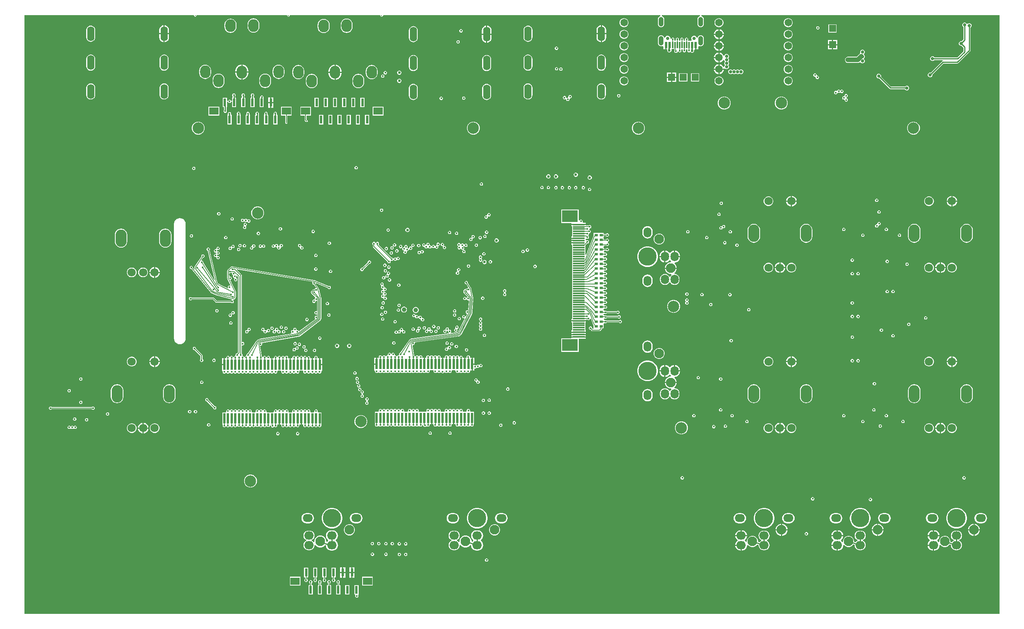
<source format=gbl>
G04*
G04 #@! TF.GenerationSoftware,Altium Limited,Altium Designer,24.2.2 (26)*
G04*
G04 Layer_Physical_Order=7*
G04 Layer_Color=16711680*
%FSLAX25Y25*%
%MOIN*%
G70*
G04*
G04 #@! TF.SameCoordinates,5957EE86-81F1-4C7A-B0E9-50F0B43EC399*
G04*
G04*
G04 #@! TF.FilePolarity,Positive*
G04*
G01*
G75*
%ADD12C,0.01000*%
%ADD15C,0.01200*%
%ADD18C,0.00500*%
%ADD26R,0.02953X0.02362*%
%ADD57R,0.02000X0.09000*%
%ADD130C,0.00500*%
%ADD131C,0.00800*%
%ADD134C,0.04000*%
%ADD136C,0.03937*%
%ADD137O,0.07087X0.08268*%
%ADD138C,0.08268*%
%ADD139O,0.06693X0.08661*%
%ADD140C,0.15670*%
%ADD141O,0.08661X0.06693*%
%ADD142O,0.08268X0.07087*%
%ADD143O,0.06299X0.12598*%
%ADD144C,0.09843*%
%ADD145C,0.06500*%
%ADD146R,0.05906X0.05906*%
%ADD147O,0.04134X0.08268*%
%ADD148C,0.02756*%
%ADD149O,0.09449X0.14961*%
%ADD150C,0.07087*%
%ADD152O,0.09000X0.11000*%
%ADD153C,0.01575*%
%ADD154C,0.02362*%
%ADD155R,0.02362X0.05709*%
%ADD156R,0.01181X0.05709*%
%ADD157R,0.07874X0.06299*%
%ADD158R,0.02362X0.06890*%
%ADD159R,0.13780X0.10433*%
%ADD160R,0.10236X0.01181*%
G36*
X2156461Y867067D02*
Y808979D01*
X1319044D01*
Y1323384D01*
X1464159D01*
X1464908Y1323050D01*
X1464974Y1322718D01*
X1465162Y1322437D01*
X1465443Y1322249D01*
X1465775Y1322183D01*
X1466107Y1322249D01*
X1466388Y1322437D01*
X1466588Y1322637D01*
X1466776Y1322918D01*
X1466842Y1323250D01*
X1466952Y1323384D01*
X1544598D01*
X1544708Y1323250D01*
X1544774Y1322918D01*
X1544946Y1322662D01*
X1544974Y1322518D01*
X1545162Y1322237D01*
X1545443Y1322049D01*
X1545775Y1321983D01*
X1546107Y1322049D01*
X1546388Y1322237D01*
X1546588Y1322437D01*
X1546776Y1322718D01*
X1546842Y1323050D01*
X1547591Y1323384D01*
X1623959D01*
X1624708Y1323050D01*
X1624774Y1322718D01*
X1624962Y1322437D01*
X1625162Y1322237D01*
X1625443Y1322049D01*
X1625775Y1321983D01*
X1626107Y1322049D01*
X1626388Y1322237D01*
X1626576Y1322518D01*
X1626642Y1322850D01*
X1627329Y1323384D01*
X1865172D01*
X1865224Y1322584D01*
X1865077Y1322565D01*
X1864428Y1322296D01*
X1863871Y1321868D01*
X1863444Y1321311D01*
X1863175Y1320663D01*
X1863083Y1319966D01*
Y1315833D01*
X1863175Y1315136D01*
X1863444Y1314487D01*
X1863871Y1313930D01*
X1864428Y1313503D01*
X1865077Y1313234D01*
X1865773Y1313143D01*
X1866469Y1313234D01*
X1867118Y1313503D01*
X1867675Y1313930D01*
X1868103Y1314487D01*
X1868371Y1315136D01*
X1868463Y1315833D01*
Y1319966D01*
X1868371Y1320663D01*
X1868103Y1321311D01*
X1867675Y1321868D01*
X1867118Y1322296D01*
X1866469Y1322565D01*
X1866322Y1322584D01*
X1866374Y1323384D01*
X1899188D01*
X1899240Y1322584D01*
X1899093Y1322565D01*
X1898444Y1322296D01*
X1897887Y1321868D01*
X1897459Y1321311D01*
X1897191Y1320663D01*
X1897099Y1319966D01*
Y1315833D01*
X1897191Y1315136D01*
X1897459Y1314487D01*
X1897887Y1313930D01*
X1898444Y1313503D01*
X1899093Y1313234D01*
X1899789Y1313143D01*
X1900485Y1313234D01*
X1901134Y1313503D01*
X1901691Y1313930D01*
X1902118Y1314487D01*
X1902387Y1315136D01*
X1902479Y1315833D01*
Y1319966D01*
X1902387Y1320663D01*
X1902118Y1321311D01*
X1901691Y1321868D01*
X1901134Y1322296D01*
X1900485Y1322565D01*
X1900338Y1322584D01*
X1900390Y1323384D01*
X2156461D01*
X2156461Y867067D01*
D02*
G37*
%LPC*%
G36*
X1834507Y1320850D02*
X1833493D01*
X1832514Y1320588D01*
X1831636Y1320081D01*
X1830919Y1319364D01*
X1830412Y1318486D01*
X1830150Y1317507D01*
Y1316493D01*
X1830412Y1315514D01*
X1830919Y1314636D01*
X1831636Y1313919D01*
X1832514Y1313412D01*
X1833493Y1313150D01*
X1834507D01*
X1835486Y1313412D01*
X1836364Y1313919D01*
X1837081Y1314636D01*
X1837588Y1315514D01*
X1837850Y1316493D01*
Y1317507D01*
X1837588Y1318486D01*
X1837081Y1319364D01*
X1836364Y1320081D01*
X1835486Y1320588D01*
X1834507Y1320850D01*
D02*
G37*
G36*
X1975488Y1320850D02*
X1974474D01*
X1973495Y1320587D01*
X1972617Y1320080D01*
X1971900Y1319364D01*
X1971393Y1318486D01*
X1971131Y1317507D01*
Y1316493D01*
X1971393Y1315514D01*
X1971900Y1314636D01*
X1972617Y1313919D01*
X1973495Y1313412D01*
X1974474Y1313150D01*
X1975488D01*
X1976467Y1313412D01*
X1977345Y1313919D01*
X1978061Y1314636D01*
X1978568Y1315514D01*
X1978831Y1316493D01*
Y1317507D01*
X1978568Y1318486D01*
X1978061Y1319364D01*
X1977345Y1320080D01*
X1976467Y1320587D01*
X1975488Y1320850D01*
D02*
G37*
G36*
X1915988Y1320849D02*
X1914974D01*
X1913995Y1320587D01*
X1913117Y1320080D01*
X1912400Y1319363D01*
X1911894Y1318485D01*
X1911631Y1317506D01*
Y1316492D01*
X1911894Y1315513D01*
X1912400Y1314635D01*
X1913117Y1313918D01*
X1913995Y1313412D01*
X1914974Y1313149D01*
X1915988D01*
X1916967Y1313412D01*
X1917845Y1313918D01*
X1918562Y1314635D01*
X1919069Y1315513D01*
X1919331Y1316492D01*
Y1317506D01*
X1919069Y1318485D01*
X1918562Y1319363D01*
X1917845Y1320080D01*
X1916967Y1320587D01*
X1915988Y1320849D01*
D02*
G37*
G36*
X2000690Y1313887D02*
X2000135D01*
X1999623Y1313675D01*
X1999231Y1313283D01*
X1999019Y1312770D01*
Y1312216D01*
X1999231Y1311704D01*
X1999623Y1311312D01*
X2000135Y1311099D01*
X2000690D01*
X2001202Y1311312D01*
X2001594Y1311704D01*
X2001806Y1312216D01*
Y1312770D01*
X2001594Y1313283D01*
X2001202Y1313675D01*
X2000690Y1313887D01*
D02*
G37*
G36*
X1694277Y1311394D02*
X1693723D01*
X1693210Y1311182D01*
X1692818Y1310789D01*
X1692606Y1310277D01*
Y1309723D01*
X1692818Y1309210D01*
X1693210Y1308819D01*
X1693723Y1308606D01*
X1694277D01*
X1694790Y1308819D01*
X1695181Y1309210D01*
X1695394Y1309723D01*
Y1310277D01*
X1695181Y1310789D01*
X1694790Y1311182D01*
X1694277Y1311394D01*
D02*
G37*
G36*
X2016553Y1315553D02*
X2009447D01*
Y1308447D01*
X2016553D01*
Y1315553D01*
D02*
G37*
G36*
X1515775Y1320694D02*
X1514444Y1320519D01*
X1513203Y1320005D01*
X1512138Y1319187D01*
X1511320Y1318122D01*
X1510806Y1316881D01*
X1510631Y1315550D01*
Y1313550D01*
X1510806Y1312219D01*
X1511320Y1310978D01*
X1512138Y1309913D01*
X1513203Y1309095D01*
X1514444Y1308581D01*
X1515775Y1308406D01*
X1517106Y1308581D01*
X1518347Y1309095D01*
X1519412Y1309913D01*
X1520230Y1310978D01*
X1520744Y1312219D01*
X1520919Y1313550D01*
Y1315550D01*
X1520744Y1316881D01*
X1520230Y1318122D01*
X1519412Y1319187D01*
X1518347Y1320005D01*
X1517106Y1320519D01*
X1515775Y1320694D01*
D02*
G37*
G36*
X1595775Y1320494D02*
X1594444Y1320319D01*
X1593203Y1319805D01*
X1592138Y1318987D01*
X1591320Y1317922D01*
X1590806Y1316681D01*
X1590631Y1315350D01*
Y1313350D01*
X1590806Y1312019D01*
X1591320Y1310778D01*
X1592138Y1309713D01*
X1593203Y1308895D01*
X1594444Y1308381D01*
X1595775Y1308206D01*
X1597106Y1308381D01*
X1598347Y1308895D01*
X1599412Y1309713D01*
X1600230Y1310778D01*
X1600744Y1312019D01*
X1600919Y1313350D01*
Y1315350D01*
X1600744Y1316681D01*
X1600230Y1317922D01*
X1599412Y1318987D01*
X1598347Y1319805D01*
X1597106Y1320319D01*
X1595775Y1320494D01*
D02*
G37*
G36*
X1496025Y1320444D02*
X1494694Y1320269D01*
X1493453Y1319755D01*
X1492388Y1318937D01*
X1491570Y1317872D01*
X1491056Y1316631D01*
X1490881Y1315300D01*
Y1313300D01*
X1491056Y1311969D01*
X1491570Y1310728D01*
X1492388Y1309663D01*
X1493453Y1308845D01*
X1494694Y1308331D01*
X1496025Y1308156D01*
X1497356Y1308331D01*
X1498597Y1308845D01*
X1499662Y1309663D01*
X1500480Y1310728D01*
X1500994Y1311969D01*
X1501169Y1313300D01*
Y1315300D01*
X1500994Y1316631D01*
X1500480Y1317872D01*
X1499662Y1318937D01*
X1498597Y1319755D01*
X1497356Y1320269D01*
X1496025Y1320444D01*
D02*
G37*
G36*
X1814993Y1314769D02*
Y1308000D01*
X1818679D01*
Y1310650D01*
X1818536Y1311733D01*
X1818118Y1312742D01*
X1817453Y1313609D01*
X1816586Y1314274D01*
X1815577Y1314692D01*
X1814993Y1314769D01*
D02*
G37*
G36*
X1813993D02*
X1813410Y1314692D01*
X1812401Y1314274D01*
X1811534Y1313609D01*
X1810869Y1312742D01*
X1810451Y1311733D01*
X1810308Y1310650D01*
Y1308000D01*
X1813993D01*
Y1314769D01*
D02*
G37*
G36*
X1439500D02*
Y1308000D01*
X1443185D01*
Y1310650D01*
X1443043Y1311733D01*
X1442625Y1312742D01*
X1441959Y1313609D01*
X1441093Y1314274D01*
X1440083Y1314692D01*
X1439500Y1314769D01*
D02*
G37*
G36*
X1438500D02*
X1437917Y1314692D01*
X1436907Y1314274D01*
X1436040Y1313609D01*
X1435375Y1312742D01*
X1434957Y1311733D01*
X1434815Y1310650D01*
Y1308000D01*
X1438500D01*
Y1314769D01*
D02*
G37*
G36*
X1576025Y1320244D02*
X1574694Y1320069D01*
X1573453Y1319555D01*
X1572388Y1318737D01*
X1571570Y1317672D01*
X1571056Y1316431D01*
X1570881Y1315100D01*
Y1313100D01*
X1571056Y1311769D01*
X1571570Y1310528D01*
X1572388Y1309463D01*
X1573453Y1308645D01*
X1574694Y1308131D01*
X1576025Y1307956D01*
X1577356Y1308131D01*
X1578597Y1308645D01*
X1579662Y1309463D01*
X1580480Y1310528D01*
X1580994Y1311769D01*
X1581169Y1313100D01*
Y1315100D01*
X1580994Y1316431D01*
X1580480Y1317672D01*
X1579662Y1318737D01*
X1578597Y1319555D01*
X1577356Y1320069D01*
X1576025Y1320244D01*
D02*
G37*
G36*
X1716501Y1314375D02*
Y1307606D01*
X1720187D01*
Y1310256D01*
X1720044Y1311339D01*
X1719626Y1312348D01*
X1718961Y1313215D01*
X1718094Y1313880D01*
X1717085Y1314298D01*
X1716501Y1314375D01*
D02*
G37*
G36*
X1715501D02*
X1714918Y1314298D01*
X1713909Y1313880D01*
X1713042Y1313215D01*
X1712377Y1312348D01*
X1711958Y1311339D01*
X1711816Y1310256D01*
Y1307606D01*
X1715501D01*
Y1314375D01*
D02*
G37*
G36*
X1916041Y1311249D02*
X1915981D01*
Y1307499D01*
X1919731D01*
Y1307559D01*
X1919442Y1308640D01*
X1918882Y1309609D01*
X1918091Y1310400D01*
X1917122Y1310960D01*
X1916041Y1311249D01*
D02*
G37*
G36*
X1914981D02*
X1914922D01*
X1913841Y1310960D01*
X1912872Y1310400D01*
X1912080Y1309609D01*
X1911521Y1308640D01*
X1911231Y1307559D01*
Y1307499D01*
X1914981D01*
Y1311249D01*
D02*
G37*
G36*
X1899789Y1306200D02*
X1899093Y1306108D01*
X1898444Y1305839D01*
X1897887Y1305412D01*
X1897459Y1304855D01*
X1897255Y1304360D01*
X1896768Y1304268D01*
X1896404Y1304322D01*
X1896175Y1304876D01*
X1895506Y1305545D01*
X1894632Y1305907D01*
X1893686D01*
X1892812Y1305545D01*
X1892143Y1304876D01*
X1891781Y1304002D01*
Y1303056D01*
X1892143Y1302182D01*
X1892231Y1302095D01*
X1891899Y1301295D01*
X1889381D01*
X1889207Y1301484D01*
X1888927Y1302095D01*
X1889053Y1302398D01*
Y1302952D01*
X1888840Y1303465D01*
X1888448Y1303857D01*
X1887936Y1304069D01*
X1887382D01*
X1886869Y1303857D01*
X1886477Y1303465D01*
X1886265Y1302952D01*
Y1302398D01*
X1886321Y1302264D01*
X1885938Y1301503D01*
X1885853Y1301484D01*
X1885527D01*
X1885443Y1301503D01*
X1885060Y1302264D01*
X1885116Y1302398D01*
Y1302952D01*
X1884903Y1303465D01*
X1884511Y1303857D01*
X1883999Y1304069D01*
X1883445D01*
X1882932Y1303857D01*
X1882540Y1303465D01*
X1882328Y1302952D01*
Y1302398D01*
X1882384Y1302264D01*
X1882001Y1301503D01*
X1881916Y1301484D01*
X1881590D01*
X1881506Y1301503D01*
X1881123Y1302264D01*
X1881179Y1302398D01*
Y1302952D01*
X1880966Y1303465D01*
X1880574Y1303857D01*
X1880062Y1304069D01*
X1879508D01*
X1878995Y1303857D01*
X1878603Y1303465D01*
X1878391Y1302952D01*
Y1302398D01*
X1878447Y1302264D01*
X1878064Y1301503D01*
X1877979Y1301484D01*
X1877654D01*
X1877569Y1301503D01*
X1877186Y1302264D01*
X1877242Y1302398D01*
Y1302952D01*
X1877029Y1303465D01*
X1876637Y1303857D01*
X1876125Y1304069D01*
X1875571D01*
X1875058Y1303857D01*
X1874666Y1303465D01*
X1874581Y1303259D01*
X1874540Y1303267D01*
Y1303267D01*
X1873781Y1303418D01*
X1873781Y1303496D01*
Y1304002D01*
X1873419Y1304876D01*
X1872750Y1305545D01*
X1871876Y1305907D01*
X1870930D01*
X1870056Y1305545D01*
X1869387Y1304876D01*
X1869158Y1304322D01*
X1868794Y1304268D01*
X1868307Y1304360D01*
X1868103Y1304855D01*
X1867675Y1305412D01*
X1867118Y1305839D01*
X1866469Y1306108D01*
X1865773Y1306200D01*
X1865077Y1306108D01*
X1864428Y1305839D01*
X1863871Y1305412D01*
X1863444Y1304855D01*
X1863175Y1304206D01*
X1863083Y1303510D01*
Y1299376D01*
X1863175Y1298680D01*
X1863444Y1298031D01*
X1863871Y1297474D01*
X1864428Y1297046D01*
X1865077Y1296778D01*
X1865773Y1296686D01*
X1866469Y1296778D01*
X1867005Y1296999D01*
X1867411Y1296841D01*
X1867805Y1296565D01*
Y1293986D01*
X1869486D01*
Y1297840D01*
X1870486D01*
Y1293986D01*
X1870882D01*
X1871131Y1293614D01*
Y1292905D01*
X1871402Y1292250D01*
X1871903Y1291749D01*
X1872557Y1291478D01*
X1873266D01*
X1873921Y1291749D01*
X1874422Y1292250D01*
X1874693Y1292905D01*
Y1293614D01*
X1875239Y1294386D01*
X1876993D01*
Y1294180D01*
X1877059Y1293848D01*
X1877247Y1293567D01*
X1877444Y1293370D01*
Y1293291D01*
X1877335Y1293182D01*
X1877123Y1292669D01*
Y1292115D01*
X1877335Y1291603D01*
X1877727Y1291211D01*
X1878239Y1290998D01*
X1878794D01*
X1879306Y1291211D01*
X1879698Y1291603D01*
X1879831Y1291924D01*
X1880550Y1292025D01*
X1880666Y1292008D01*
X1881050Y1291624D01*
X1881563Y1291412D01*
X1882117D01*
X1882630Y1291624D01*
X1883022Y1292016D01*
X1883234Y1292528D01*
Y1293083D01*
X1883026Y1293584D01*
X1883386Y1294276D01*
X1884100Y1294337D01*
X1884229Y1294197D01*
X1884509Y1293586D01*
X1884383Y1293283D01*
Y1292728D01*
X1884595Y1292216D01*
X1884988Y1291824D01*
X1885500Y1291612D01*
X1886054D01*
X1886567Y1291824D01*
X1886959Y1292216D01*
X1887171Y1292728D01*
Y1293283D01*
X1887115Y1293417D01*
X1887498Y1294178D01*
X1887583Y1294197D01*
X1887909Y1294197D01*
X1887993Y1294178D01*
X1888376Y1293417D01*
X1888320Y1293283D01*
Y1292728D01*
X1888532Y1292216D01*
X1888925Y1291824D01*
X1889437Y1291612D01*
X1889991D01*
X1890504Y1291824D01*
X1890623Y1291943D01*
X1890884Y1291892D01*
X1891385Y1291391D01*
X1892040Y1291119D01*
X1892748D01*
X1893403Y1291391D01*
X1893904Y1291892D01*
X1894175Y1292546D01*
Y1293255D01*
X1894738Y1293986D01*
X1895076D01*
Y1297840D01*
X1896076D01*
Y1293986D01*
X1897757D01*
Y1296565D01*
X1898151Y1296841D01*
X1898557Y1296999D01*
X1899093Y1296778D01*
X1899789Y1296686D01*
X1900485Y1296778D01*
X1901134Y1297046D01*
X1901691Y1297474D01*
X1902118Y1298031D01*
X1902387Y1298680D01*
X1902479Y1299376D01*
Y1303510D01*
X1902387Y1304206D01*
X1902118Y1304855D01*
X1901691Y1305412D01*
X1901134Y1305839D01*
X1900485Y1306108D01*
X1899789Y1306200D01*
D02*
G37*
G36*
X1834507Y1310850D02*
X1833493D01*
X1832514Y1310588D01*
X1831636Y1310081D01*
X1830919Y1309364D01*
X1830412Y1308486D01*
X1830150Y1307507D01*
Y1306493D01*
X1830412Y1305514D01*
X1830919Y1304636D01*
X1831636Y1303919D01*
X1832514Y1303412D01*
X1833493Y1303150D01*
X1834507D01*
X1835486Y1303412D01*
X1836364Y1303919D01*
X1837081Y1304636D01*
X1837588Y1305514D01*
X1837850Y1306493D01*
Y1307507D01*
X1837588Y1308486D01*
X1837081Y1309364D01*
X1836364Y1310081D01*
X1835486Y1310588D01*
X1834507Y1310850D01*
D02*
G37*
G36*
X1975488Y1310850D02*
X1974474D01*
X1973495Y1310587D01*
X1972617Y1310081D01*
X1971900Y1309364D01*
X1971393Y1308486D01*
X1971131Y1307507D01*
Y1306493D01*
X1971393Y1305514D01*
X1971900Y1304636D01*
X1972617Y1303919D01*
X1973495Y1303412D01*
X1974474Y1303150D01*
X1975488D01*
X1976467Y1303412D01*
X1977345Y1303919D01*
X1978061Y1304636D01*
X1978568Y1305514D01*
X1978831Y1306493D01*
Y1307507D01*
X1978568Y1308486D01*
X1978061Y1309364D01*
X1977345Y1310081D01*
X1976467Y1310587D01*
X1975488Y1310850D01*
D02*
G37*
G36*
X1919731Y1306499D02*
X1915981D01*
Y1302749D01*
X1916041D01*
X1917122Y1303039D01*
X1918091Y1303598D01*
X1918882Y1304390D01*
X1919442Y1305359D01*
X1919731Y1306440D01*
Y1306499D01*
D02*
G37*
G36*
X1914981D02*
X1911231D01*
Y1306440D01*
X1911521Y1305359D01*
X1912080Y1304390D01*
X1912872Y1303598D01*
X1913841Y1303039D01*
X1914922Y1302749D01*
X1914981D01*
Y1306499D01*
D02*
G37*
G36*
X1751501Y1314432D02*
X1750522Y1314303D01*
X1749610Y1313925D01*
X1748827Y1313324D01*
X1748226Y1312541D01*
X1747848Y1311628D01*
X1747719Y1310650D01*
Y1304350D01*
X1747848Y1303372D01*
X1748226Y1302459D01*
X1748827Y1301676D01*
X1749610Y1301075D01*
X1750522Y1300697D01*
X1751501Y1300568D01*
X1752480Y1300697D01*
X1753392Y1301075D01*
X1754175Y1301676D01*
X1754777Y1302459D01*
X1755154Y1303372D01*
X1755283Y1304350D01*
Y1310650D01*
X1755154Y1311628D01*
X1754777Y1312541D01*
X1754175Y1313324D01*
X1753392Y1313925D01*
X1752480Y1314303D01*
X1751501Y1314432D01*
D02*
G37*
G36*
X1376008D02*
X1375029Y1314303D01*
X1374117Y1313925D01*
X1373333Y1313324D01*
X1372733Y1312541D01*
X1372355Y1311628D01*
X1372226Y1310650D01*
Y1304350D01*
X1372355Y1303372D01*
X1372733Y1302459D01*
X1373333Y1301676D01*
X1374117Y1301075D01*
X1375029Y1300697D01*
X1376008Y1300568D01*
X1376987Y1300697D01*
X1377899Y1301075D01*
X1378682Y1301676D01*
X1379283Y1302459D01*
X1379661Y1303372D01*
X1379790Y1304350D01*
Y1310650D01*
X1379661Y1311628D01*
X1379283Y1312541D01*
X1378682Y1313324D01*
X1377899Y1313925D01*
X1376987Y1314303D01*
X1376008Y1314432D01*
D02*
G37*
G36*
X1818679Y1307000D02*
X1814993D01*
Y1300231D01*
X1815577Y1300308D01*
X1816586Y1300726D01*
X1817453Y1301391D01*
X1818118Y1302258D01*
X1818536Y1303267D01*
X1818679Y1304350D01*
Y1307000D01*
D02*
G37*
G36*
X1813993D02*
X1810308D01*
Y1304350D01*
X1810451Y1303267D01*
X1810869Y1302258D01*
X1811534Y1301391D01*
X1812401Y1300726D01*
X1813410Y1300308D01*
X1813993Y1300231D01*
Y1307000D01*
D02*
G37*
G36*
X1443185D02*
X1439500D01*
Y1300231D01*
X1440083Y1300308D01*
X1441093Y1300726D01*
X1441959Y1301391D01*
X1442625Y1302258D01*
X1443043Y1303267D01*
X1443185Y1304350D01*
Y1307000D01*
D02*
G37*
G36*
X1438500D02*
X1434815D01*
Y1304350D01*
X1434957Y1303267D01*
X1435375Y1302258D01*
X1436040Y1301391D01*
X1436907Y1300726D01*
X1437917Y1300308D01*
X1438500Y1300231D01*
Y1307000D01*
D02*
G37*
G36*
X1653009Y1314038D02*
X1652030Y1313909D01*
X1651118Y1313531D01*
X1650335Y1312930D01*
X1649734Y1312147D01*
X1649356Y1311234D01*
X1649227Y1310256D01*
Y1303956D01*
X1649356Y1302978D01*
X1649734Y1302065D01*
X1650335Y1301282D01*
X1651118Y1300681D01*
X1652030Y1300303D01*
X1653009Y1300174D01*
X1653988Y1300303D01*
X1654900Y1300681D01*
X1655683Y1301282D01*
X1656284Y1302065D01*
X1656662Y1302978D01*
X1656791Y1303956D01*
Y1310256D01*
X1656662Y1311234D01*
X1656284Y1312147D01*
X1655683Y1312930D01*
X1654900Y1313531D01*
X1653988Y1313909D01*
X1653009Y1314038D01*
D02*
G37*
G36*
X1720187Y1306606D02*
X1716501D01*
Y1299837D01*
X1717085Y1299914D01*
X1718094Y1300332D01*
X1718961Y1300997D01*
X1719626Y1301864D01*
X1720044Y1302873D01*
X1720187Y1303956D01*
Y1306606D01*
D02*
G37*
G36*
X1715501D02*
X1711816D01*
Y1303956D01*
X1711958Y1302873D01*
X1712377Y1301864D01*
X1713042Y1300997D01*
X1713909Y1300332D01*
X1714918Y1299914D01*
X1715501Y1299837D01*
Y1306606D01*
D02*
G37*
G36*
X1691777Y1301894D02*
X1691223D01*
X1690710Y1301682D01*
X1690318Y1301289D01*
X1690106Y1300777D01*
Y1300223D01*
X1690318Y1299710D01*
X1690710Y1299319D01*
X1691223Y1299106D01*
X1691777D01*
X1692290Y1299319D01*
X1692682Y1299710D01*
X1692894Y1300223D01*
Y1300777D01*
X1692682Y1301289D01*
X1692290Y1301682D01*
X1691777Y1301894D01*
D02*
G37*
G36*
X2016953Y1301953D02*
X2013500D01*
Y1298500D01*
X2016953D01*
Y1301953D01*
D02*
G37*
G36*
X2012500D02*
X2009047D01*
Y1298500D01*
X2012500D01*
Y1301953D01*
D02*
G37*
G36*
X1916041Y1301249D02*
X1915981D01*
Y1297499D01*
X1919731D01*
Y1297559D01*
X1919442Y1298639D01*
X1918882Y1299609D01*
X1918091Y1300400D01*
X1917122Y1300959D01*
X1916041Y1301249D01*
D02*
G37*
G36*
X1914981D02*
X1914922D01*
X1913841Y1300959D01*
X1912872Y1300400D01*
X1912080Y1299609D01*
X1911521Y1298639D01*
X1911231Y1297559D01*
Y1297499D01*
X1914981D01*
Y1301249D01*
D02*
G37*
G36*
X2016953Y1297500D02*
X2013500D01*
Y1294047D01*
X2016953D01*
Y1297500D01*
D02*
G37*
G36*
X2012500D02*
X2009047D01*
Y1294047D01*
X2012500D01*
Y1297500D01*
D02*
G37*
G36*
X1776277Y1296394D02*
X1775723D01*
X1775211Y1296181D01*
X1774818Y1295790D01*
X1774606Y1295277D01*
Y1294723D01*
X1774818Y1294211D01*
X1775211Y1293818D01*
X1775723Y1293606D01*
X1776277D01*
X1776789Y1293818D01*
X1777181Y1294211D01*
X1777394Y1294723D01*
Y1295277D01*
X1777181Y1295790D01*
X1776789Y1296181D01*
X1776277Y1296394D01*
D02*
G37*
G36*
X1834507Y1300850D02*
X1833493D01*
X1832514Y1300588D01*
X1831636Y1300081D01*
X1830919Y1299364D01*
X1830412Y1298486D01*
X1830150Y1297507D01*
Y1296493D01*
X1830412Y1295514D01*
X1830919Y1294636D01*
X1831636Y1293919D01*
X1832514Y1293412D01*
X1833493Y1293150D01*
X1834507D01*
X1835486Y1293412D01*
X1836364Y1293919D01*
X1837081Y1294636D01*
X1837588Y1295514D01*
X1837850Y1296493D01*
Y1297507D01*
X1837588Y1298486D01*
X1837081Y1299364D01*
X1836364Y1300081D01*
X1835486Y1300588D01*
X1834507Y1300850D01*
D02*
G37*
G36*
X1975488Y1300850D02*
X1974474D01*
X1973495Y1300587D01*
X1972617Y1300080D01*
X1971900Y1299364D01*
X1971393Y1298486D01*
X1971131Y1297507D01*
Y1296493D01*
X1971393Y1295514D01*
X1971900Y1294636D01*
X1972617Y1293919D01*
X1973495Y1293412D01*
X1974474Y1293150D01*
X1975488D01*
X1976467Y1293412D01*
X1977345Y1293919D01*
X1978061Y1294636D01*
X1978568Y1295514D01*
X1978831Y1296493D01*
Y1297507D01*
X1978568Y1298486D01*
X1978061Y1299364D01*
X1977345Y1300080D01*
X1976467Y1300587D01*
X1975488Y1300850D01*
D02*
G37*
G36*
X1919731Y1296499D02*
X1915981D01*
Y1292749D01*
X1916041D01*
X1917122Y1293039D01*
X1918091Y1293598D01*
X1918882Y1294390D01*
X1919442Y1295359D01*
X1919731Y1296440D01*
Y1296499D01*
D02*
G37*
G36*
X1914981D02*
X1911231D01*
Y1296440D01*
X1911521Y1295359D01*
X1912080Y1294390D01*
X1912872Y1293598D01*
X1913841Y1293039D01*
X1914922Y1292749D01*
X1914981D01*
Y1296499D01*
D02*
G37*
G36*
X1914981Y1291249D02*
X1914922D01*
X1913841Y1290959D01*
X1912872Y1290400D01*
X1912080Y1289609D01*
X1911521Y1288640D01*
X1911231Y1287559D01*
Y1287499D01*
X1914981D01*
Y1291249D01*
D02*
G37*
G36*
X2126795Y1316978D02*
X2126008D01*
X2125281Y1316677D01*
X2124725Y1316120D01*
X2124424Y1315393D01*
Y1314607D01*
X2124725Y1313880D01*
X2125280Y1313324D01*
Y1302465D01*
X2123793Y1300978D01*
X2123008D01*
X2122281Y1300677D01*
X2121725Y1300120D01*
X2121424Y1299393D01*
Y1298607D01*
X2121725Y1297880D01*
X2122281Y1297323D01*
X2123008Y1297022D01*
X2123793D01*
X2125280Y1295535D01*
Y1292281D01*
X2120121Y1287122D01*
X2100577D01*
X2100022Y1287677D01*
X2099295Y1287978D01*
X2098508D01*
X2097781Y1287677D01*
X2097225Y1287120D01*
X2096924Y1286393D01*
Y1285607D01*
X2097225Y1284880D01*
X2097781Y1284323D01*
X2098508Y1284022D01*
X2099295D01*
X2100022Y1284323D01*
X2100577Y1284878D01*
X2107606D01*
X2107685Y1284078D01*
X2107472Y1284036D01*
X2107108Y1283793D01*
X2097293Y1273978D01*
X2096508D01*
X2095781Y1273677D01*
X2095225Y1273120D01*
X2094924Y1272393D01*
Y1271607D01*
X2095225Y1270880D01*
X2095781Y1270323D01*
X2096508Y1270022D01*
X2097295D01*
X2098022Y1270323D01*
X2098578Y1270880D01*
X2098879Y1271607D01*
Y1272392D01*
X2108366Y1281878D01*
X2120272D01*
X2120272Y1281878D01*
X2120702Y1281964D01*
X2121065Y1282207D01*
X2131140Y1292282D01*
X2131140Y1292282D01*
X2131384Y1292646D01*
X2131469Y1293075D01*
Y1312901D01*
X2132024Y1313456D01*
X2132325Y1314183D01*
Y1314970D01*
X2132024Y1315697D01*
X2131468Y1316253D01*
X2130741Y1316554D01*
X2129954D01*
X2129227Y1316253D01*
X2128988Y1316014D01*
X2128085Y1316120D01*
X2128064Y1316135D01*
X2127522Y1316677D01*
X2126795Y1316978D01*
D02*
G37*
G36*
X1834507Y1290850D02*
X1833493D01*
X1832514Y1290588D01*
X1831636Y1290081D01*
X1830919Y1289364D01*
X1830412Y1288486D01*
X1830150Y1287507D01*
Y1286493D01*
X1830412Y1285514D01*
X1830919Y1284636D01*
X1831636Y1283919D01*
X1832514Y1283412D01*
X1833493Y1283150D01*
X1834507D01*
X1835486Y1283412D01*
X1836364Y1283919D01*
X1837081Y1284636D01*
X1837588Y1285514D01*
X1837850Y1286493D01*
Y1287507D01*
X1837588Y1288486D01*
X1837081Y1289364D01*
X1836364Y1290081D01*
X1835486Y1290588D01*
X1834507Y1290850D01*
D02*
G37*
G36*
X1975488Y1290850D02*
X1974474D01*
X1973495Y1290587D01*
X1972617Y1290081D01*
X1971900Y1289364D01*
X1971393Y1288486D01*
X1971131Y1287507D01*
Y1286493D01*
X1971393Y1285514D01*
X1971900Y1284636D01*
X1972617Y1283919D01*
X1973495Y1283412D01*
X1974474Y1283150D01*
X1975488D01*
X1976467Y1283412D01*
X1977345Y1283919D01*
X1978061Y1284636D01*
X1978568Y1285514D01*
X1978831Y1286493D01*
Y1287507D01*
X1978568Y1288486D01*
X1978061Y1289364D01*
X1977345Y1290081D01*
X1976467Y1290587D01*
X1975488Y1290850D01*
D02*
G37*
G36*
X1914981Y1286499D02*
X1911231D01*
Y1286440D01*
X1911521Y1285359D01*
X1912080Y1284390D01*
X1912872Y1283598D01*
X1913841Y1283039D01*
X1914922Y1282749D01*
X1914981D01*
Y1286499D01*
D02*
G37*
G36*
X2039081Y1293780D02*
X2038294D01*
X2037567Y1293479D01*
X2037011Y1292922D01*
X2036710Y1292195D01*
Y1291409D01*
X2036788Y1291219D01*
X2036597Y1290301D01*
X2036431Y1290149D01*
X2036047Y1289854D01*
X2033815Y1287622D01*
X2026245D01*
X2025566Y1287533D01*
X2024933Y1287271D01*
X2024390Y1286854D01*
X2023974Y1286311D01*
X2023712Y1285679D01*
X2023622Y1285000D01*
X2023712Y1284321D01*
X2023974Y1283689D01*
X2024390Y1283146D01*
X2024933Y1282729D01*
X2025566Y1282467D01*
X2026245Y1282378D01*
X2034901D01*
X2034902Y1282378D01*
X2035580Y1282467D01*
X2036213Y1282729D01*
X2037011Y1282880D01*
X2037567Y1282323D01*
X2038294Y1282022D01*
X2039081D01*
X2039808Y1282323D01*
X2040364Y1282880D01*
X2040665Y1283607D01*
Y1284393D01*
X2040364Y1285120D01*
X2040072Y1285413D01*
X2039906Y1285945D01*
X2040082Y1286429D01*
X2040389Y1286736D01*
X2040690Y1287463D01*
Y1288249D01*
X2040389Y1288976D01*
X2040257Y1289108D01*
X2040173Y1289311D01*
X2040115Y1289387D01*
X2039857Y1290006D01*
X2040203Y1290520D01*
X2040364Y1290681D01*
X2040665Y1291409D01*
Y1292195D01*
X2040364Y1292922D01*
X2039808Y1293479D01*
X2039081Y1293780D01*
D02*
G37*
G36*
X1916041Y1291249D02*
X1915981D01*
Y1286999D01*
Y1282749D01*
X1916041D01*
X1917122Y1283039D01*
X1918091Y1283598D01*
X1918882Y1284390D01*
X1919203Y1284945D01*
X1920003Y1284731D01*
Y1284606D01*
X1920304Y1283879D01*
X1920684Y1283499D01*
X1920304Y1283120D01*
X1920003Y1282393D01*
Y1281606D01*
X1920304Y1280879D01*
X1920684Y1280499D01*
X1920304Y1280120D01*
X1920003Y1279393D01*
Y1279267D01*
X1919203Y1279053D01*
X1918882Y1279609D01*
X1918091Y1280400D01*
X1917122Y1280960D01*
X1916041Y1281249D01*
X1915981D01*
Y1277499D01*
X1920051D01*
X1920371Y1277668D01*
X1920494Y1277689D01*
X1920860Y1277323D01*
X1921588Y1277022D01*
X1922374D01*
X1923101Y1277323D01*
X1923658Y1277879D01*
X1923959Y1278606D01*
Y1279393D01*
X1923658Y1280120D01*
X1923278Y1280499D01*
X1923658Y1280879D01*
X1923959Y1281606D01*
Y1282393D01*
X1923658Y1283120D01*
X1923278Y1283499D01*
X1923658Y1283879D01*
X1923959Y1284606D01*
Y1285393D01*
X1923658Y1286120D01*
X1923278Y1286499D01*
X1923658Y1286879D01*
X1923959Y1287606D01*
Y1288393D01*
X1923658Y1289120D01*
X1923101Y1289676D01*
X1922374Y1289977D01*
X1921588D01*
X1920860Y1289676D01*
X1920304Y1289120D01*
X1920199Y1288867D01*
X1919982Y1288801D01*
X1919324Y1288844D01*
X1918882Y1289609D01*
X1918091Y1290400D01*
X1917122Y1290959D01*
X1916041Y1291249D01*
D02*
G37*
G36*
X1914981Y1281249D02*
X1914922D01*
X1913841Y1280960D01*
X1912872Y1280400D01*
X1912080Y1279609D01*
X1911521Y1278640D01*
X1911231Y1277559D01*
Y1277499D01*
X1914981D01*
Y1281249D01*
D02*
G37*
G36*
X1934904Y1276886D02*
X1934117D01*
X1933390Y1276585D01*
X1933011Y1276205D01*
X1932631Y1276585D01*
X1931904Y1276886D01*
X1931117D01*
X1930391Y1276585D01*
X1930011Y1276205D01*
X1929631Y1276585D01*
X1928904Y1276886D01*
X1928117D01*
X1927390Y1276585D01*
X1927011Y1276205D01*
X1926631Y1276585D01*
X1925904Y1276886D01*
X1925117D01*
X1924390Y1276585D01*
X1923834Y1276028D01*
X1923533Y1275301D01*
Y1274514D01*
X1923834Y1273787D01*
X1924390Y1273231D01*
X1925117Y1272930D01*
X1925904D01*
X1926631Y1273231D01*
X1927011Y1273611D01*
X1927390Y1273231D01*
X1928117Y1272930D01*
X1928904D01*
X1929631Y1273231D01*
X1930011Y1273611D01*
X1930391Y1273231D01*
X1931117Y1272930D01*
X1931904D01*
X1932631Y1273231D01*
X1933011Y1273611D01*
X1933390Y1273231D01*
X1934117Y1272930D01*
X1934904D01*
X1935631Y1273231D01*
X1936188Y1273787D01*
X1936489Y1274514D01*
Y1275301D01*
X1936188Y1276028D01*
X1935631Y1276585D01*
X1934904Y1276886D01*
D02*
G37*
G36*
X1776344Y1278782D02*
X1775790D01*
X1775278Y1278570D01*
X1774886Y1278178D01*
X1774673Y1277666D01*
Y1277111D01*
X1774886Y1276599D01*
X1775278Y1276207D01*
X1775790Y1275995D01*
X1776344D01*
X1776857Y1276207D01*
X1777249Y1276599D01*
X1777461Y1277111D01*
Y1277666D01*
X1777249Y1278178D01*
X1776857Y1278570D01*
X1776344Y1278782D01*
D02*
G37*
G36*
X1814493Y1289629D02*
X1813515Y1289500D01*
X1812602Y1289122D01*
X1811819Y1288521D01*
X1811218Y1287738D01*
X1810840Y1286825D01*
X1810711Y1285847D01*
Y1279547D01*
X1810840Y1278569D01*
X1811218Y1277656D01*
X1811819Y1276873D01*
X1812602Y1276272D01*
X1813515Y1275894D01*
X1814493Y1275765D01*
X1815472Y1275894D01*
X1816384Y1276272D01*
X1817168Y1276873D01*
X1817769Y1277656D01*
X1818147Y1278569D01*
X1818275Y1279547D01*
Y1285847D01*
X1818147Y1286825D01*
X1817769Y1287738D01*
X1817168Y1288521D01*
X1816384Y1289122D01*
X1815472Y1289500D01*
X1814493Y1289629D01*
D02*
G37*
G36*
X1751501D02*
X1750522Y1289500D01*
X1749610Y1289122D01*
X1748827Y1288521D01*
X1748226Y1287738D01*
X1747848Y1286825D01*
X1747719Y1285847D01*
Y1279547D01*
X1747848Y1278569D01*
X1748226Y1277656D01*
X1748827Y1276873D01*
X1749610Y1276272D01*
X1750522Y1275894D01*
X1751501Y1275765D01*
X1752480Y1275894D01*
X1753392Y1276272D01*
X1754175Y1276873D01*
X1754777Y1277656D01*
X1755154Y1278569D01*
X1755283Y1279547D01*
Y1285847D01*
X1755154Y1286825D01*
X1754777Y1287738D01*
X1754175Y1288521D01*
X1753392Y1289122D01*
X1752480Y1289500D01*
X1751501Y1289629D01*
D02*
G37*
G36*
X1439000D02*
X1438021Y1289500D01*
X1437109Y1289122D01*
X1436326Y1288521D01*
X1435725Y1287738D01*
X1435347Y1286825D01*
X1435218Y1285847D01*
Y1279547D01*
X1435347Y1278569D01*
X1435725Y1277656D01*
X1436326Y1276873D01*
X1437109Y1276272D01*
X1438021Y1275894D01*
X1439000Y1275765D01*
X1439979Y1275894D01*
X1440891Y1276272D01*
X1441674Y1276873D01*
X1442275Y1277656D01*
X1442653Y1278569D01*
X1442782Y1279547D01*
Y1285847D01*
X1442653Y1286825D01*
X1442275Y1287738D01*
X1441674Y1288521D01*
X1440891Y1289122D01*
X1439979Y1289500D01*
X1439000Y1289629D01*
D02*
G37*
G36*
X1376008D02*
X1375029Y1289500D01*
X1374117Y1289122D01*
X1373333Y1288521D01*
X1372733Y1287738D01*
X1372355Y1286825D01*
X1372226Y1285847D01*
Y1279547D01*
X1372355Y1278569D01*
X1372733Y1277656D01*
X1373333Y1276873D01*
X1374117Y1276272D01*
X1375029Y1275894D01*
X1376008Y1275765D01*
X1376987Y1275894D01*
X1377899Y1276272D01*
X1378682Y1276873D01*
X1379283Y1277656D01*
X1379661Y1278569D01*
X1379790Y1279547D01*
Y1285847D01*
X1379661Y1286825D01*
X1379283Y1287738D01*
X1378682Y1288521D01*
X1377899Y1289122D01*
X1376987Y1289500D01*
X1376008Y1289629D01*
D02*
G37*
G36*
X1780037Y1278496D02*
X1779483D01*
X1778970Y1278284D01*
X1778578Y1277892D01*
X1778366Y1277380D01*
Y1276825D01*
X1778578Y1276313D01*
X1778970Y1275921D01*
X1779483Y1275709D01*
X1780037D01*
X1780549Y1275921D01*
X1780941Y1276313D01*
X1781153Y1276825D01*
Y1277380D01*
X1780941Y1277892D01*
X1780549Y1278284D01*
X1780037Y1278496D01*
D02*
G37*
G36*
X1716001Y1289235D02*
X1715022Y1289106D01*
X1714110Y1288728D01*
X1713327Y1288127D01*
X1712726Y1287344D01*
X1712348Y1286431D01*
X1712219Y1285453D01*
Y1279153D01*
X1712348Y1278175D01*
X1712726Y1277262D01*
X1713327Y1276479D01*
X1714110Y1275878D01*
X1715022Y1275500D01*
X1716001Y1275371D01*
X1716980Y1275500D01*
X1717892Y1275878D01*
X1718675Y1276479D01*
X1719276Y1277262D01*
X1719654Y1278175D01*
X1719783Y1279153D01*
Y1285453D01*
X1719654Y1286431D01*
X1719276Y1287344D01*
X1718675Y1288127D01*
X1717892Y1288728D01*
X1716980Y1289106D01*
X1716001Y1289235D01*
D02*
G37*
G36*
X1653009D02*
X1652030Y1289106D01*
X1651118Y1288728D01*
X1650335Y1288127D01*
X1649734Y1287344D01*
X1649356Y1286431D01*
X1649227Y1285453D01*
Y1279153D01*
X1649356Y1278175D01*
X1649734Y1277262D01*
X1650335Y1276479D01*
X1651118Y1275878D01*
X1652030Y1275500D01*
X1653009Y1275371D01*
X1653988Y1275500D01*
X1654900Y1275878D01*
X1655683Y1276479D01*
X1656284Y1277262D01*
X1656662Y1278175D01*
X1656791Y1279153D01*
Y1285453D01*
X1656662Y1286431D01*
X1656284Y1287344D01*
X1655683Y1288127D01*
X1654900Y1288728D01*
X1653988Y1289106D01*
X1653009Y1289235D01*
D02*
G37*
G36*
X1506275Y1281032D02*
Y1275050D01*
X1511322D01*
Y1275550D01*
X1511133Y1276986D01*
X1510579Y1278324D01*
X1509698Y1279473D01*
X1508549Y1280354D01*
X1507211Y1280908D01*
X1506275Y1281032D01*
D02*
G37*
G36*
X1505275Y1281032D02*
X1504339Y1280908D01*
X1503001Y1280354D01*
X1501852Y1279473D01*
X1500971Y1278324D01*
X1500417Y1276986D01*
X1500228Y1275550D01*
Y1275050D01*
X1505275D01*
Y1281032D01*
D02*
G37*
G36*
X1586275Y1280832D02*
Y1274850D01*
X1591323D01*
Y1275350D01*
X1591133Y1276786D01*
X1590579Y1278124D01*
X1589698Y1279273D01*
X1588549Y1280154D01*
X1587211Y1280708D01*
X1586275Y1280832D01*
D02*
G37*
G36*
X1585275Y1280832D02*
X1584339Y1280708D01*
X1583001Y1280154D01*
X1581852Y1279273D01*
X1580971Y1278124D01*
X1580417Y1276786D01*
X1580227Y1275350D01*
Y1274850D01*
X1585275D01*
Y1280832D01*
D02*
G37*
G36*
X1834507Y1280850D02*
X1833493D01*
X1832514Y1280588D01*
X1831636Y1280081D01*
X1830919Y1279364D01*
X1830412Y1278486D01*
X1830150Y1277507D01*
Y1276493D01*
X1830412Y1275514D01*
X1830919Y1274636D01*
X1831636Y1273919D01*
X1832514Y1273412D01*
X1833493Y1273150D01*
X1834507D01*
X1835486Y1273412D01*
X1836364Y1273919D01*
X1837081Y1274636D01*
X1837588Y1275514D01*
X1837850Y1276493D01*
Y1277507D01*
X1837588Y1278486D01*
X1837081Y1279364D01*
X1836364Y1280081D01*
X1835486Y1280588D01*
X1834507Y1280850D01*
D02*
G37*
G36*
X1975488Y1280850D02*
X1974474D01*
X1973495Y1280587D01*
X1972617Y1280081D01*
X1971900Y1279364D01*
X1971393Y1278486D01*
X1971131Y1277507D01*
Y1276493D01*
X1971393Y1275514D01*
X1971900Y1274636D01*
X1972617Y1273919D01*
X1973495Y1273412D01*
X1974474Y1273150D01*
X1975488D01*
X1976467Y1273412D01*
X1977345Y1273919D01*
X1978061Y1274636D01*
X1978568Y1275514D01*
X1978831Y1276493D01*
Y1277507D01*
X1978568Y1278486D01*
X1978061Y1279364D01*
X1977345Y1280081D01*
X1976467Y1280587D01*
X1975488Y1280850D01*
D02*
G37*
G36*
X1919731Y1276499D02*
X1915981D01*
Y1272749D01*
X1916041D01*
X1917122Y1273039D01*
X1918091Y1273598D01*
X1918882Y1274390D01*
X1919442Y1275359D01*
X1919731Y1276440D01*
Y1276499D01*
D02*
G37*
G36*
X1914981D02*
X1911231D01*
Y1276440D01*
X1911521Y1275359D01*
X1912080Y1274390D01*
X1912872Y1273598D01*
X1913841Y1273039D01*
X1914922Y1272749D01*
X1914981D01*
Y1276499D01*
D02*
G37*
G36*
X1629277Y1275394D02*
X1628723D01*
X1628210Y1275181D01*
X1627818Y1274790D01*
X1627606Y1274277D01*
Y1273723D01*
X1627818Y1273211D01*
X1628210Y1272818D01*
X1628723Y1272606D01*
X1629277D01*
X1629790Y1272818D01*
X1630182Y1273211D01*
X1630394Y1273723D01*
Y1274277D01*
X1630182Y1274790D01*
X1629790Y1275181D01*
X1629277Y1275394D01*
D02*
G37*
G36*
X1641354Y1275781D02*
X1640646D01*
X1639991Y1275510D01*
X1639490Y1275009D01*
X1639219Y1274354D01*
Y1273646D01*
X1639490Y1272991D01*
X1639991Y1272490D01*
X1640646Y1272219D01*
X1641354D01*
X1642009Y1272490D01*
X1642510Y1272991D01*
X1642781Y1273646D01*
Y1274354D01*
X1642510Y1275009D01*
X1642009Y1275510D01*
X1641354Y1275781D01*
D02*
G37*
G36*
X1878742Y1273958D02*
X1875289D01*
Y1270505D01*
X1878742D01*
Y1273958D01*
D02*
G37*
G36*
X1874289D02*
X1870836D01*
Y1270505D01*
X1874289D01*
Y1273958D01*
D02*
G37*
G36*
X1627045Y1272430D02*
X1626491D01*
X1625979Y1272218D01*
X1625587Y1271826D01*
X1625374Y1271314D01*
Y1270759D01*
X1625587Y1270247D01*
X1625979Y1269855D01*
X1626491Y1269643D01*
X1627045D01*
X1627558Y1269855D01*
X1627950Y1270247D01*
X1628162Y1270759D01*
Y1271314D01*
X1627950Y1271826D01*
X1627558Y1272218D01*
X1627045Y1272430D01*
D02*
G37*
G36*
X1998277Y1273394D02*
X1997723D01*
X1997211Y1273182D01*
X1996819Y1272789D01*
X1996606Y1272277D01*
Y1271723D01*
X1996819Y1271210D01*
X1997211Y1270819D01*
X1997723Y1270606D01*
X1997877D01*
X1998380Y1270380D01*
X1998606Y1269877D01*
Y1269723D01*
X1998819Y1269211D01*
X1999211Y1268818D01*
X1999723Y1268606D01*
X2000277D01*
X2000789Y1268818D01*
X2001181Y1269211D01*
X2001394Y1269723D01*
Y1270277D01*
X2001181Y1270790D01*
X2000789Y1271181D01*
X2000277Y1271394D01*
X2000123D01*
X1999620Y1271620D01*
X1999394Y1272123D01*
Y1272277D01*
X1999182Y1272789D01*
X1998789Y1273182D01*
X1998277Y1273394D01*
D02*
G37*
G36*
X1537275Y1280894D02*
X1535944Y1280719D01*
X1534703Y1280205D01*
X1533638Y1279387D01*
X1532820Y1278322D01*
X1532306Y1277081D01*
X1532131Y1275750D01*
Y1273750D01*
X1532306Y1272419D01*
X1532820Y1271178D01*
X1533638Y1270113D01*
X1534703Y1269295D01*
X1535944Y1268781D01*
X1537275Y1268606D01*
X1538606Y1268781D01*
X1539847Y1269295D01*
X1540912Y1270113D01*
X1541730Y1271178D01*
X1542244Y1272419D01*
X1542419Y1273750D01*
Y1275750D01*
X1542244Y1277081D01*
X1541730Y1278322D01*
X1540912Y1279387D01*
X1539847Y1280205D01*
X1538606Y1280719D01*
X1537275Y1280894D01*
D02*
G37*
G36*
X1474275D02*
X1472944Y1280719D01*
X1471703Y1280205D01*
X1470638Y1279387D01*
X1469820Y1278322D01*
X1469306Y1277081D01*
X1469131Y1275750D01*
Y1273750D01*
X1469306Y1272419D01*
X1469820Y1271178D01*
X1470638Y1270113D01*
X1471703Y1269295D01*
X1472944Y1268781D01*
X1474275Y1268606D01*
X1475606Y1268781D01*
X1476847Y1269295D01*
X1477912Y1270113D01*
X1478730Y1271178D01*
X1479244Y1272419D01*
X1479419Y1273750D01*
Y1275750D01*
X1479244Y1277081D01*
X1478730Y1278322D01*
X1477912Y1279387D01*
X1476847Y1280205D01*
X1475606Y1280719D01*
X1474275Y1280894D01*
D02*
G37*
G36*
X1617275Y1280694D02*
X1615944Y1280519D01*
X1614703Y1280005D01*
X1613638Y1279187D01*
X1612820Y1278122D01*
X1612306Y1276881D01*
X1612131Y1275550D01*
Y1273550D01*
X1612306Y1272219D01*
X1612820Y1270978D01*
X1613638Y1269913D01*
X1614703Y1269095D01*
X1615944Y1268581D01*
X1617275Y1268406D01*
X1618606Y1268581D01*
X1619847Y1269095D01*
X1620912Y1269913D01*
X1621730Y1270978D01*
X1622244Y1272219D01*
X1622419Y1273550D01*
Y1275550D01*
X1622244Y1276881D01*
X1621730Y1278122D01*
X1620912Y1279187D01*
X1619847Y1280005D01*
X1618606Y1280519D01*
X1617275Y1280694D01*
D02*
G37*
G36*
X1554275D02*
X1552944Y1280519D01*
X1551703Y1280005D01*
X1550638Y1279187D01*
X1549820Y1278122D01*
X1549306Y1276881D01*
X1549131Y1275550D01*
Y1273550D01*
X1549306Y1272219D01*
X1549820Y1270978D01*
X1550638Y1269913D01*
X1551703Y1269095D01*
X1552944Y1268581D01*
X1554275Y1268406D01*
X1555606Y1268581D01*
X1556847Y1269095D01*
X1557912Y1269913D01*
X1558730Y1270978D01*
X1559244Y1272219D01*
X1559419Y1273550D01*
Y1275550D01*
X1559244Y1276881D01*
X1558730Y1278122D01*
X1557912Y1279187D01*
X1556847Y1280005D01*
X1555606Y1280519D01*
X1554275Y1280694D01*
D02*
G37*
G36*
X1511322Y1274050D02*
X1506275D01*
Y1268068D01*
X1507211Y1268192D01*
X1508549Y1268746D01*
X1509698Y1269627D01*
X1510579Y1270776D01*
X1511133Y1272114D01*
X1511322Y1273550D01*
Y1274050D01*
D02*
G37*
G36*
X1505275D02*
X1500228D01*
Y1273550D01*
X1500417Y1272114D01*
X1500971Y1270776D01*
X1501852Y1269627D01*
X1503001Y1268746D01*
X1504339Y1268192D01*
X1505275Y1268068D01*
Y1274050D01*
D02*
G37*
G36*
X1591323Y1273850D02*
X1586275D01*
Y1267868D01*
X1587211Y1267992D01*
X1588549Y1268546D01*
X1589698Y1269427D01*
X1590579Y1270576D01*
X1591133Y1271914D01*
X1591323Y1273350D01*
Y1273850D01*
D02*
G37*
G36*
X1585275D02*
X1580227D01*
Y1273350D01*
X1580417Y1271914D01*
X1580971Y1270576D01*
X1581852Y1269427D01*
X1583001Y1268546D01*
X1584339Y1267992D01*
X1585275Y1267868D01*
Y1273850D01*
D02*
G37*
G36*
X1888342Y1273558D02*
X1881236D01*
Y1266453D01*
X1888342D01*
Y1273558D01*
D02*
G37*
G36*
X1898534Y1273552D02*
X1891428D01*
Y1266447D01*
X1898534D01*
Y1273552D01*
D02*
G37*
G36*
X1878742Y1269505D02*
X1875289D01*
Y1266053D01*
X1878742D01*
Y1269505D01*
D02*
G37*
G36*
X1874289D02*
X1870836D01*
Y1266053D01*
X1874289D01*
Y1269505D01*
D02*
G37*
G36*
X1641354Y1268781D02*
X1640646D01*
X1639991Y1268510D01*
X1639490Y1268009D01*
X1639219Y1267354D01*
Y1266646D01*
X1639490Y1265991D01*
X1639991Y1265490D01*
X1640646Y1265219D01*
X1641354D01*
X1642009Y1265490D01*
X1642510Y1265991D01*
X1642781Y1266646D01*
Y1267354D01*
X1642510Y1268009D01*
X1642009Y1268510D01*
X1641354Y1268781D01*
D02*
G37*
G36*
X1834507Y1270850D02*
X1833493D01*
X1832514Y1270588D01*
X1831636Y1270081D01*
X1830919Y1269364D01*
X1830412Y1268486D01*
X1830150Y1267507D01*
Y1266493D01*
X1830412Y1265514D01*
X1830919Y1264636D01*
X1831636Y1263919D01*
X1832514Y1263412D01*
X1833493Y1263150D01*
X1834507D01*
X1835486Y1263412D01*
X1836364Y1263919D01*
X1837081Y1264636D01*
X1837588Y1265514D01*
X1837850Y1266493D01*
Y1267507D01*
X1837588Y1268486D01*
X1837081Y1269364D01*
X1836364Y1270081D01*
X1835486Y1270588D01*
X1834507Y1270850D01*
D02*
G37*
G36*
X1975488Y1270850D02*
X1974474D01*
X1973495Y1270587D01*
X1972617Y1270080D01*
X1971900Y1269364D01*
X1971393Y1268486D01*
X1971131Y1267507D01*
Y1266493D01*
X1971393Y1265514D01*
X1971900Y1264636D01*
X1972617Y1263919D01*
X1973495Y1263412D01*
X1974474Y1263150D01*
X1975488D01*
X1976467Y1263412D01*
X1977345Y1263919D01*
X1978061Y1264636D01*
X1978568Y1265514D01*
X1978831Y1266493D01*
Y1267507D01*
X1978568Y1268486D01*
X1978061Y1269364D01*
X1977345Y1270080D01*
X1976467Y1270587D01*
X1975488Y1270850D01*
D02*
G37*
G36*
X1915988Y1270849D02*
X1914974D01*
X1913995Y1270587D01*
X1913117Y1270080D01*
X1912400Y1269363D01*
X1911894Y1268485D01*
X1911631Y1267506D01*
Y1266492D01*
X1911894Y1265513D01*
X1912400Y1264635D01*
X1913117Y1263918D01*
X1913995Y1263412D01*
X1914974Y1263149D01*
X1915988D01*
X1916967Y1263412D01*
X1917845Y1263918D01*
X1918562Y1264635D01*
X1919069Y1265513D01*
X1919331Y1266492D01*
Y1267506D01*
X1919069Y1268485D01*
X1918562Y1269363D01*
X1917845Y1270080D01*
X1916967Y1270587D01*
X1915988Y1270849D01*
D02*
G37*
G36*
X1525775Y1273194D02*
X1524444Y1273019D01*
X1523203Y1272505D01*
X1522138Y1271687D01*
X1521320Y1270622D01*
X1520806Y1269381D01*
X1520631Y1268050D01*
Y1266050D01*
X1520806Y1264719D01*
X1521320Y1263478D01*
X1522138Y1262413D01*
X1523203Y1261595D01*
X1524444Y1261081D01*
X1525775Y1260906D01*
X1527106Y1261081D01*
X1528347Y1261595D01*
X1529412Y1262413D01*
X1530230Y1263478D01*
X1530744Y1264719D01*
X1530919Y1266050D01*
Y1268050D01*
X1530744Y1269381D01*
X1530230Y1270622D01*
X1529412Y1271687D01*
X1528347Y1272505D01*
X1527106Y1273019D01*
X1525775Y1273194D01*
D02*
G37*
G36*
X1485775D02*
X1484444Y1273019D01*
X1483203Y1272505D01*
X1482138Y1271687D01*
X1481320Y1270622D01*
X1480806Y1269381D01*
X1480631Y1268050D01*
Y1266050D01*
X1480806Y1264719D01*
X1481320Y1263478D01*
X1482138Y1262413D01*
X1483203Y1261595D01*
X1484444Y1261081D01*
X1485775Y1260906D01*
X1487106Y1261081D01*
X1488347Y1261595D01*
X1489412Y1262413D01*
X1490230Y1263478D01*
X1490744Y1264719D01*
X1490919Y1266050D01*
Y1268050D01*
X1490744Y1269381D01*
X1490230Y1270622D01*
X1489412Y1271687D01*
X1488347Y1272505D01*
X1487106Y1273019D01*
X1485775Y1273194D01*
D02*
G37*
G36*
X1605775Y1272994D02*
X1604444Y1272819D01*
X1603203Y1272305D01*
X1602138Y1271487D01*
X1601320Y1270422D01*
X1600806Y1269181D01*
X1600631Y1267850D01*
Y1265850D01*
X1600806Y1264519D01*
X1601320Y1263278D01*
X1602138Y1262213D01*
X1603203Y1261395D01*
X1604444Y1260881D01*
X1605775Y1260706D01*
X1607106Y1260881D01*
X1608347Y1261395D01*
X1609412Y1262213D01*
X1610230Y1263278D01*
X1610744Y1264519D01*
X1610919Y1265850D01*
Y1267850D01*
X1610744Y1269181D01*
X1610230Y1270422D01*
X1609412Y1271487D01*
X1608347Y1272305D01*
X1607106Y1272819D01*
X1605775Y1272994D01*
D02*
G37*
G36*
X1565775D02*
X1564444Y1272819D01*
X1563203Y1272305D01*
X1562138Y1271487D01*
X1561320Y1270422D01*
X1560806Y1269181D01*
X1560631Y1267850D01*
Y1265850D01*
X1560806Y1264519D01*
X1561320Y1263278D01*
X1562138Y1262213D01*
X1563203Y1261395D01*
X1564444Y1260881D01*
X1565775Y1260706D01*
X1567106Y1260881D01*
X1568347Y1261395D01*
X1569412Y1262213D01*
X1570230Y1263278D01*
X1570744Y1264519D01*
X1570919Y1265850D01*
Y1267850D01*
X1570744Y1269181D01*
X1570230Y1270422D01*
X1569412Y1271487D01*
X1568347Y1272305D01*
X1567106Y1272819D01*
X1565775Y1272994D01*
D02*
G37*
G36*
X2053045Y1272978D02*
X2052258D01*
X2051531Y1272677D01*
X2050975Y1272120D01*
X2050674Y1271393D01*
Y1270607D01*
X2050975Y1269880D01*
X2051531Y1269323D01*
X2052258Y1269022D01*
X2053043D01*
X2061859Y1260207D01*
X2061859Y1260207D01*
X2062222Y1259964D01*
X2062652Y1259878D01*
X2062652Y1259878D01*
X2075175D01*
X2075225Y1259759D01*
X2075781Y1259203D01*
X2076508Y1258902D01*
X2077295D01*
X2078022Y1259203D01*
X2078578Y1259759D01*
X2078880Y1260486D01*
Y1261273D01*
X2078578Y1262000D01*
X2078022Y1262556D01*
X2077295Y1262857D01*
X2076508D01*
X2075781Y1262556D01*
X2075347Y1262122D01*
X2063116D01*
X2054630Y1270608D01*
Y1271393D01*
X2054328Y1272120D01*
X2053772Y1272677D01*
X2053045Y1272978D01*
D02*
G37*
G36*
X2018622Y1259482D02*
X2018068D01*
X2017556Y1259270D01*
X2017164Y1258878D01*
X2017064Y1258638D01*
X2016744Y1258328D01*
X2016151Y1258222D01*
X2015977Y1258294D01*
X2015423D01*
X2014911Y1258082D01*
X2014519Y1257689D01*
X2014306Y1257177D01*
Y1256623D01*
X2014519Y1256110D01*
X2014911Y1255719D01*
X2015423Y1255506D01*
X2015977D01*
X2016489Y1255719D01*
X2016882Y1256110D01*
X2016981Y1256350D01*
X2017301Y1256660D01*
X2017894Y1256767D01*
X2018068Y1256695D01*
X2018622D01*
X2019135Y1256907D01*
X2019721Y1257168D01*
X2020151Y1256878D01*
X2020210Y1256818D01*
X2020723Y1256606D01*
X2021277D01*
X2021790Y1256818D01*
X2022182Y1257211D01*
X2022394Y1257723D01*
Y1258277D01*
X2022182Y1258790D01*
X2021790Y1259181D01*
X2021277Y1259394D01*
X2020723D01*
X2020210Y1259181D01*
X2019624Y1258921D01*
X2019194Y1259210D01*
X2019135Y1259270D01*
X2018622Y1259482D01*
D02*
G37*
G36*
X1829709Y1255564D02*
X1829154D01*
X1828642Y1255351D01*
X1828250Y1254959D01*
X1828038Y1254447D01*
Y1253893D01*
X1828250Y1253380D01*
X1828642Y1252988D01*
X1829154Y1252776D01*
X1829709D01*
X1830221Y1252988D01*
X1830613Y1253380D01*
X1830825Y1253893D01*
Y1254447D01*
X1830613Y1254959D01*
X1830221Y1255351D01*
X1829709Y1255564D01*
D02*
G37*
G36*
X1787937Y1254856D02*
X1787382D01*
X1786870Y1254643D01*
X1786478Y1254251D01*
X1786266Y1253739D01*
Y1253185D01*
X1786275Y1253163D01*
X1786194Y1252962D01*
X1785715Y1252424D01*
X1785423D01*
X1784995Y1252247D01*
X1784602Y1252411D01*
X1784223Y1252655D01*
Y1252869D01*
X1784011Y1253381D01*
X1783618Y1253773D01*
X1783106Y1253985D01*
X1782552D01*
X1782039Y1253773D01*
X1781647Y1253381D01*
X1781435Y1252869D01*
Y1252314D01*
X1781647Y1251802D01*
X1782039Y1251410D01*
X1782552Y1251198D01*
X1783106D01*
X1783534Y1251375D01*
X1783927Y1251211D01*
X1784306Y1250966D01*
Y1250753D01*
X1784518Y1250241D01*
X1784911Y1249849D01*
X1785423Y1249637D01*
X1785977D01*
X1786489Y1249849D01*
X1786881Y1250241D01*
X1787094Y1250753D01*
Y1251308D01*
X1787085Y1251329D01*
X1787166Y1251530D01*
X1787645Y1252068D01*
X1787937D01*
X1788449Y1252280D01*
X1788841Y1252672D01*
X1789053Y1253185D01*
Y1253739D01*
X1788841Y1254251D01*
X1788449Y1254643D01*
X1787937Y1254856D01*
D02*
G37*
G36*
X1814493Y1264826D02*
X1813515Y1264697D01*
X1812602Y1264319D01*
X1811819Y1263718D01*
X1811218Y1262935D01*
X1810840Y1262022D01*
X1810711Y1261044D01*
Y1254744D01*
X1810840Y1253766D01*
X1811218Y1252853D01*
X1811819Y1252070D01*
X1812602Y1251469D01*
X1813515Y1251091D01*
X1814493Y1250962D01*
X1815472Y1251091D01*
X1816384Y1251469D01*
X1817168Y1252070D01*
X1817769Y1252853D01*
X1818147Y1253766D01*
X1818275Y1254744D01*
Y1261044D01*
X1818147Y1262022D01*
X1817769Y1262935D01*
X1817168Y1263718D01*
X1816384Y1264319D01*
X1815472Y1264697D01*
X1814493Y1264826D01*
D02*
G37*
G36*
X1751501D02*
X1750522Y1264697D01*
X1749610Y1264319D01*
X1748827Y1263718D01*
X1748226Y1262935D01*
X1747848Y1262022D01*
X1747719Y1261044D01*
Y1254744D01*
X1747848Y1253766D01*
X1748226Y1252853D01*
X1748827Y1252070D01*
X1749610Y1251469D01*
X1750522Y1251091D01*
X1751501Y1250962D01*
X1752480Y1251091D01*
X1753392Y1251469D01*
X1754175Y1252070D01*
X1754777Y1252853D01*
X1755154Y1253766D01*
X1755283Y1254744D01*
Y1261044D01*
X1755154Y1262022D01*
X1754777Y1262935D01*
X1754175Y1263718D01*
X1753392Y1264319D01*
X1752480Y1264697D01*
X1751501Y1264826D01*
D02*
G37*
G36*
X1439000D02*
X1438021Y1264697D01*
X1437109Y1264319D01*
X1436326Y1263718D01*
X1435725Y1262935D01*
X1435347Y1262022D01*
X1435218Y1261044D01*
Y1254744D01*
X1435347Y1253766D01*
X1435725Y1252853D01*
X1436326Y1252070D01*
X1437109Y1251469D01*
X1438021Y1251091D01*
X1439000Y1250962D01*
X1439979Y1251091D01*
X1440891Y1251469D01*
X1441674Y1252070D01*
X1442275Y1252853D01*
X1442653Y1253766D01*
X1442782Y1254744D01*
Y1261044D01*
X1442653Y1262022D01*
X1442275Y1262935D01*
X1441674Y1263718D01*
X1440891Y1264319D01*
X1439979Y1264697D01*
X1439000Y1264826D01*
D02*
G37*
G36*
X1376008D02*
X1375029Y1264697D01*
X1374117Y1264319D01*
X1373333Y1263718D01*
X1372733Y1262935D01*
X1372355Y1262022D01*
X1372226Y1261044D01*
Y1254744D01*
X1372355Y1253766D01*
X1372733Y1252853D01*
X1373333Y1252070D01*
X1374117Y1251469D01*
X1375029Y1251091D01*
X1376008Y1250962D01*
X1376987Y1251091D01*
X1377899Y1251469D01*
X1378682Y1252070D01*
X1379283Y1252853D01*
X1379661Y1253766D01*
X1379790Y1254744D01*
Y1261044D01*
X1379661Y1262022D01*
X1379283Y1262935D01*
X1378682Y1263718D01*
X1377899Y1264319D01*
X1376987Y1264697D01*
X1376008Y1264826D01*
D02*
G37*
G36*
X1696650Y1253493D02*
X1696096D01*
X1695583Y1253281D01*
X1695191Y1252889D01*
X1694979Y1252377D01*
Y1251822D01*
X1695191Y1251310D01*
X1695583Y1250918D01*
X1696096Y1250706D01*
X1696650D01*
X1697162Y1250918D01*
X1697554Y1251310D01*
X1697766Y1251822D01*
Y1252377D01*
X1697554Y1252889D01*
X1697162Y1253281D01*
X1696650Y1253493D01*
D02*
G37*
G36*
X1677277Y1253394D02*
X1676723D01*
X1676211Y1253181D01*
X1675818Y1252789D01*
X1675606Y1252277D01*
Y1251723D01*
X1675818Y1251210D01*
X1676211Y1250819D01*
X1676723Y1250606D01*
X1677277D01*
X1677789Y1250819D01*
X1678181Y1251210D01*
X1678394Y1251723D01*
Y1252277D01*
X1678181Y1252789D01*
X1677789Y1253181D01*
X1677277Y1253394D01*
D02*
G37*
G36*
X1716001Y1264432D02*
X1715022Y1264303D01*
X1714110Y1263925D01*
X1713327Y1263324D01*
X1712726Y1262541D01*
X1712348Y1261628D01*
X1712219Y1260650D01*
Y1254350D01*
X1712348Y1253372D01*
X1712726Y1252459D01*
X1713327Y1251676D01*
X1714110Y1251075D01*
X1715022Y1250697D01*
X1716001Y1250568D01*
X1716980Y1250697D01*
X1717892Y1251075D01*
X1718675Y1251676D01*
X1719276Y1252459D01*
X1719654Y1253372D01*
X1719783Y1254350D01*
Y1260650D01*
X1719654Y1261628D01*
X1719276Y1262541D01*
X1718675Y1263324D01*
X1717892Y1263925D01*
X1716980Y1264303D01*
X1716001Y1264432D01*
D02*
G37*
G36*
X1653009D02*
X1652030Y1264303D01*
X1651118Y1263925D01*
X1650335Y1263324D01*
X1649734Y1262541D01*
X1649356Y1261628D01*
X1649227Y1260650D01*
Y1254350D01*
X1649356Y1253372D01*
X1649734Y1252459D01*
X1650335Y1251676D01*
X1651118Y1251075D01*
X1652030Y1250697D01*
X1653009Y1250568D01*
X1653988Y1250697D01*
X1654900Y1251075D01*
X1655683Y1251676D01*
X1656284Y1252459D01*
X1656662Y1253372D01*
X1656791Y1254350D01*
Y1260650D01*
X1656662Y1261628D01*
X1656284Y1262541D01*
X1655683Y1263324D01*
X1654900Y1263925D01*
X1653988Y1264303D01*
X1653009Y1264432D01*
D02*
G37*
G36*
X1499270Y1256180D02*
X1498715D01*
X1498203Y1255968D01*
X1497811Y1255576D01*
X1497599Y1255064D01*
Y1254510D01*
X1497811Y1253997D01*
X1497878Y1253930D01*
Y1252427D01*
X1497337D01*
Y1249688D01*
X1496555Y1249644D01*
X1496343Y1250156D01*
X1495951Y1250548D01*
X1495439Y1250760D01*
X1494884D01*
X1494372Y1250548D01*
X1493980Y1250156D01*
X1493844Y1249829D01*
X1493768Y1249644D01*
X1493073Y1249774D01*
D01*
X1493073Y1249774D01*
X1493025Y1250554D01*
Y1252427D01*
X1489463D01*
Y1244337D01*
X1490378D01*
Y1241849D01*
X1490318Y1241790D01*
X1490106Y1241277D01*
Y1240723D01*
X1490318Y1240211D01*
X1490711Y1239818D01*
X1491223Y1239606D01*
X1491777D01*
X1492290Y1239818D01*
X1492682Y1240211D01*
X1492894Y1240723D01*
Y1241277D01*
X1492682Y1241790D01*
X1492622Y1241849D01*
Y1244337D01*
X1493025D01*
Y1248180D01*
X1493073Y1248960D01*
X1493073D01*
D01*
X1493768Y1249089D01*
X1493980Y1248577D01*
X1494372Y1248185D01*
X1494884Y1247973D01*
X1495439D01*
X1495951Y1248185D01*
X1496343Y1248577D01*
X1496472Y1248890D01*
X1496555Y1249089D01*
X1497337Y1249045D01*
Y1244337D01*
X1500899D01*
Y1252427D01*
X1500122D01*
Y1253945D01*
X1500174Y1253997D01*
X1500386Y1254510D01*
Y1255064D01*
X1500174Y1255576D01*
X1499782Y1255968D01*
X1499270Y1256180D01*
D02*
G37*
G36*
X2025002Y1255617D02*
X2024447D01*
X2023935Y1255405D01*
X2023543Y1255013D01*
X2023331Y1254501D01*
Y1254499D01*
X2023025Y1253877D01*
X2022592Y1253780D01*
X2022423D01*
X2021910Y1253567D01*
X2021519Y1253175D01*
X2021306Y1252663D01*
Y1252109D01*
X2021519Y1251596D01*
X2021910Y1251204D01*
X2022423Y1250992D01*
X2022666D01*
X2023018Y1250926D01*
X2023405Y1250303D01*
Y1250299D01*
X2023617Y1249787D01*
X2024009Y1249395D01*
X2024521Y1249183D01*
X2025076D01*
X2025588Y1249395D01*
X2025980Y1249787D01*
X2026192Y1250299D01*
Y1250854D01*
X2025980Y1251366D01*
X2025588Y1251758D01*
X2025126Y1251949D01*
X2025039Y1252105D01*
X2024929Y1252546D01*
X2025037Y1252845D01*
X2025514Y1253042D01*
X2025906Y1253434D01*
X2026118Y1253946D01*
Y1254501D01*
X2025906Y1255013D01*
X2025514Y1255405D01*
X2025002Y1255617D01*
D02*
G37*
G36*
X1532795Y1252827D02*
X1531114D01*
Y1248882D01*
X1532795D01*
Y1252827D01*
D02*
G37*
G36*
X1530114D02*
X1528433D01*
Y1248882D01*
X1530114D01*
Y1252827D01*
D02*
G37*
G36*
X1611143Y1252427D02*
X1607581D01*
Y1244337D01*
X1611143D01*
Y1252427D01*
D02*
G37*
G36*
X1603269D02*
X1599707D01*
Y1244337D01*
X1603269D01*
Y1252427D01*
D02*
G37*
G36*
X1595395D02*
X1591833D01*
Y1244337D01*
X1595395D01*
Y1252427D01*
D02*
G37*
G36*
X1587521D02*
X1583959D01*
Y1244337D01*
X1587521D01*
Y1252427D01*
D02*
G37*
G36*
X1579647D02*
X1576085D01*
Y1244337D01*
X1579647D01*
Y1252427D01*
D02*
G37*
G36*
X1571773D02*
X1568211D01*
Y1244337D01*
X1571773D01*
Y1252427D01*
D02*
G37*
G36*
X1523277Y1254394D02*
X1522723D01*
X1522211Y1254181D01*
X1521819Y1253790D01*
X1521606Y1253277D01*
Y1252723D01*
X1521408Y1252427D01*
X1520959D01*
Y1244337D01*
X1524521D01*
Y1252427D01*
X1524521D01*
X1524367Y1252658D01*
X1524394Y1252723D01*
Y1253277D01*
X1524181Y1253790D01*
X1523790Y1254181D01*
X1523277Y1254394D01*
D02*
G37*
G36*
X1515277Y1256181D02*
X1514723D01*
X1514211Y1255969D01*
X1513818Y1255577D01*
X1513606Y1255065D01*
Y1254510D01*
X1513811Y1254015D01*
Y1252427D01*
X1513085D01*
Y1244337D01*
X1516647D01*
Y1252427D01*
X1516055D01*
Y1253871D01*
X1516181Y1253998D01*
X1516394Y1254510D01*
Y1255065D01*
X1516181Y1255577D01*
X1515790Y1255969D01*
X1515277Y1256181D01*
D02*
G37*
G36*
X1507277D02*
X1506723D01*
X1506211Y1255969D01*
X1505818Y1255577D01*
X1505606Y1255065D01*
Y1254510D01*
X1505818Y1253998D01*
X1505875Y1253942D01*
Y1252427D01*
X1505211D01*
Y1244337D01*
X1508773D01*
Y1252427D01*
X1508117D01*
Y1253934D01*
X1508181Y1253998D01*
X1508394Y1254510D01*
Y1255065D01*
X1508181Y1255577D01*
X1507790Y1255969D01*
X1507277Y1256181D01*
D02*
G37*
G36*
X1532795Y1247882D02*
X1531114D01*
Y1243937D01*
X1532795D01*
Y1247882D01*
D02*
G37*
G36*
X1530114D02*
X1528433D01*
Y1243937D01*
X1530114D01*
Y1247882D01*
D02*
G37*
G36*
X1969727Y1253521D02*
X1968273D01*
X1966869Y1253145D01*
X1965610Y1252418D01*
X1964582Y1251390D01*
X1963855Y1250131D01*
X1963479Y1248727D01*
Y1247273D01*
X1963855Y1245869D01*
X1964582Y1244610D01*
X1965610Y1243582D01*
X1966869Y1242855D01*
X1968273Y1242479D01*
X1969727D01*
X1971131Y1242855D01*
X1972390Y1243582D01*
X1973418Y1244610D01*
X1974145Y1245869D01*
X1974521Y1247273D01*
Y1248727D01*
X1974145Y1250131D01*
X1973418Y1251390D01*
X1972390Y1252418D01*
X1971131Y1253145D01*
X1969727Y1253521D01*
D02*
G37*
G36*
X1920727D02*
X1919273D01*
X1917869Y1253145D01*
X1916610Y1252418D01*
X1915582Y1251390D01*
X1914855Y1250131D01*
X1914479Y1248727D01*
Y1247273D01*
X1914855Y1245869D01*
X1915582Y1244610D01*
X1916610Y1243582D01*
X1917869Y1242855D01*
X1919273Y1242479D01*
X1920727D01*
X1922131Y1242855D01*
X1923390Y1243582D01*
X1924418Y1244610D01*
X1925145Y1245869D01*
X1925521Y1247273D01*
Y1248727D01*
X1925145Y1250131D01*
X1924418Y1251390D01*
X1923390Y1252418D01*
X1922131Y1253145D01*
X1920727Y1253521D01*
D02*
G37*
G36*
X1627285Y1244750D02*
X1618211D01*
Y1237250D01*
X1627285D01*
Y1244750D01*
D02*
G37*
G36*
X1486332D02*
X1477258D01*
Y1237250D01*
X1486332D01*
Y1244750D01*
D02*
G37*
G36*
X1565080D02*
X1556006D01*
Y1237250D01*
X1559676D01*
Y1233457D01*
X1559743Y1233125D01*
X1559930Y1232844D01*
X1560887Y1231887D01*
X1561168Y1231699D01*
X1561500Y1231633D01*
X1561832Y1231699D01*
X1562113Y1231887D01*
X1562301Y1232168D01*
X1562367Y1232500D01*
X1562301Y1232832D01*
X1562113Y1233113D01*
X1561410Y1233816D01*
Y1237250D01*
X1565080D01*
Y1244750D01*
D02*
G37*
G36*
X1548537D02*
X1539463D01*
Y1237250D01*
X1543133D01*
Y1231000D01*
X1543199Y1230668D01*
X1543387Y1230387D01*
X1543668Y1230199D01*
X1544000Y1230133D01*
X1544332Y1230199D01*
X1544613Y1230387D01*
X1544801Y1230668D01*
X1544867Y1231000D01*
Y1237250D01*
X1548537D01*
Y1244750D01*
D02*
G37*
G36*
X1615080Y1237663D02*
X1611518D01*
Y1229573D01*
X1615080D01*
Y1237663D01*
D02*
G37*
G36*
X1607206D02*
X1603644D01*
Y1229573D01*
X1607206D01*
Y1237663D01*
D02*
G37*
G36*
X1599332D02*
X1595770D01*
Y1229573D01*
X1599332D01*
Y1237663D01*
D02*
G37*
G36*
X1591458D02*
X1587896D01*
Y1229573D01*
X1591458D01*
Y1237663D01*
D02*
G37*
G36*
X1583584D02*
X1580022D01*
Y1229573D01*
X1583584D01*
Y1237663D01*
D02*
G37*
G36*
X1534777Y1240394D02*
X1534223D01*
X1533710Y1240182D01*
X1533319Y1239789D01*
X1533106Y1239277D01*
Y1238723D01*
X1533214Y1238463D01*
X1533141Y1238314D01*
X1532770Y1237663D01*
X1532770Y1237663D01*
X1532770Y1237663D01*
Y1229573D01*
X1536332D01*
Y1237663D01*
X1536255D01*
X1536112Y1237799D01*
X1535786Y1238463D01*
X1535894Y1238723D01*
Y1239277D01*
X1535682Y1239789D01*
X1535289Y1240182D01*
X1534777Y1240394D01*
D02*
G37*
G36*
X1526777D02*
X1526223D01*
X1525710Y1240182D01*
X1525319Y1239789D01*
X1525106Y1239277D01*
Y1238723D01*
X1525214Y1238463D01*
X1524896Y1237663D01*
X1524896D01*
Y1229573D01*
X1528458D01*
Y1237663D01*
X1528255D01*
X1528113Y1237799D01*
X1527786Y1238463D01*
X1527894Y1238723D01*
Y1239277D01*
X1527682Y1239789D01*
X1527289Y1240182D01*
X1526777Y1240394D01*
D02*
G37*
G36*
X1519277D02*
X1518723D01*
X1518211Y1240182D01*
X1517819Y1239789D01*
X1517606Y1239277D01*
Y1238723D01*
X1517714Y1238463D01*
X1517387Y1237799D01*
X1517245Y1237663D01*
X1517022D01*
Y1229573D01*
X1520584D01*
Y1237663D01*
X1520584Y1237663D01*
X1520286Y1238463D01*
X1520394Y1238723D01*
Y1239277D01*
X1520181Y1239789D01*
X1519790Y1240182D01*
X1519277Y1240394D01*
D02*
G37*
G36*
X1511330Y1240284D02*
X1510776D01*
X1510264Y1240072D01*
X1509872Y1239680D01*
X1509659Y1239168D01*
Y1238614D01*
X1509722Y1238463D01*
X1509272Y1237677D01*
X1509253Y1237663D01*
X1509148D01*
Y1229573D01*
X1512710D01*
Y1237663D01*
X1512710Y1237663D01*
X1512385Y1238463D01*
X1512447Y1238614D01*
Y1239168D01*
X1512235Y1239680D01*
X1511843Y1240072D01*
X1511330Y1240284D01*
D02*
G37*
G36*
X1503277Y1240394D02*
X1502723D01*
X1502211Y1240182D01*
X1501818Y1239789D01*
X1501606Y1239277D01*
Y1238723D01*
X1501714Y1238463D01*
X1501642Y1238316D01*
X1501274Y1237663D01*
X1501274Y1237663D01*
X1501274Y1237663D01*
Y1229573D01*
X1504836D01*
Y1237663D01*
X1504755D01*
X1504613Y1237799D01*
X1504286Y1238463D01*
X1504394Y1238723D01*
Y1239277D01*
X1504181Y1239789D01*
X1503790Y1240182D01*
X1503277Y1240394D01*
D02*
G37*
G36*
X1575710Y1237663D02*
X1572148D01*
Y1229573D01*
X1575710D01*
Y1237663D01*
D02*
G37*
G36*
X1495439Y1240240D02*
X1494884D01*
X1494372Y1240028D01*
X1493980Y1239636D01*
X1493768Y1239124D01*
Y1238569D01*
X1493812Y1238463D01*
X1493400Y1237663D01*
X1493400D01*
Y1229573D01*
X1496962D01*
Y1237663D01*
X1496962Y1237663D01*
X1496511Y1238463D01*
X1496555Y1238569D01*
Y1239124D01*
X1496343Y1239636D01*
X1495951Y1240028D01*
X1495439Y1240240D01*
D02*
G37*
G36*
X2083232Y1231935D02*
X2081778D01*
X2080374Y1231559D01*
X2079115Y1230832D01*
X2078087Y1229804D01*
X2077360Y1228545D01*
X2076984Y1227141D01*
Y1225687D01*
X2077360Y1224283D01*
X2078087Y1223024D01*
X2079115Y1221996D01*
X2080374Y1221269D01*
X2081778Y1220893D01*
X2083232D01*
X2084636Y1221269D01*
X2085895Y1221996D01*
X2086923Y1223024D01*
X2087650Y1224283D01*
X2088026Y1225687D01*
Y1227141D01*
X2087650Y1228545D01*
X2086923Y1229804D01*
X2085895Y1230832D01*
X2084636Y1231559D01*
X2083232Y1231935D01*
D02*
G37*
G36*
X1847011D02*
X1845558D01*
X1844153Y1231559D01*
X1842894Y1230832D01*
X1841866Y1229804D01*
X1841139Y1228545D01*
X1840763Y1227141D01*
Y1225687D01*
X1841139Y1224283D01*
X1841866Y1223024D01*
X1842894Y1221996D01*
X1844153Y1221269D01*
X1845558Y1220893D01*
X1847011D01*
X1848416Y1221269D01*
X1849675Y1221996D01*
X1850703Y1223024D01*
X1851430Y1224283D01*
X1851806Y1225687D01*
Y1227141D01*
X1851430Y1228545D01*
X1850703Y1229804D01*
X1849675Y1230832D01*
X1848416Y1231559D01*
X1847011Y1231935D01*
D02*
G37*
G36*
X1705279D02*
X1703825D01*
X1702421Y1231559D01*
X1701162Y1230832D01*
X1700134Y1229804D01*
X1699407Y1228545D01*
X1699031Y1227141D01*
Y1225687D01*
X1699407Y1224283D01*
X1700134Y1223024D01*
X1701162Y1221996D01*
X1702421Y1221269D01*
X1703825Y1220893D01*
X1705279D01*
X1706683Y1221269D01*
X1707942Y1221996D01*
X1708970Y1223024D01*
X1709697Y1224283D01*
X1710073Y1225687D01*
Y1227141D01*
X1709697Y1228545D01*
X1708970Y1229804D01*
X1707942Y1230832D01*
X1706683Y1231559D01*
X1705279Y1231935D01*
D02*
G37*
G36*
X1469059D02*
X1467605D01*
X1466201Y1231559D01*
X1464942Y1230832D01*
X1463914Y1229804D01*
X1463187Y1228545D01*
X1462811Y1227141D01*
Y1225687D01*
X1463187Y1224283D01*
X1463914Y1223024D01*
X1464942Y1221996D01*
X1466201Y1221269D01*
X1467605Y1220893D01*
X1469059D01*
X1470463Y1221269D01*
X1471722Y1221996D01*
X1472750Y1223024D01*
X1473477Y1224283D01*
X1473853Y1225687D01*
Y1227141D01*
X1473477Y1228545D01*
X1472750Y1229804D01*
X1471722Y1230832D01*
X1470463Y1231559D01*
X1469059Y1231935D01*
D02*
G37*
G36*
X1604277Y1193776D02*
X1603723D01*
X1603210Y1193563D01*
X1602818Y1193171D01*
X1602606Y1192659D01*
Y1192105D01*
X1602818Y1191592D01*
X1603210Y1191200D01*
X1603723Y1190988D01*
X1604277D01*
X1604790Y1191200D01*
X1605182Y1191592D01*
X1605394Y1192105D01*
Y1192659D01*
X1605182Y1193171D01*
X1604790Y1193563D01*
X1604277Y1193776D01*
D02*
G37*
G36*
X1464793Y1193209D02*
X1464239D01*
X1463726Y1192996D01*
X1463334Y1192604D01*
X1463122Y1192092D01*
Y1191538D01*
X1463334Y1191025D01*
X1463726Y1190633D01*
X1464239Y1190421D01*
X1464793D01*
X1465305Y1190633D01*
X1465697Y1191025D01*
X1465909Y1191538D01*
Y1192092D01*
X1465697Y1192604D01*
X1465305Y1192996D01*
X1464793Y1193209D01*
D02*
G37*
G36*
X1792854Y1188163D02*
X1792146D01*
X1791491Y1187892D01*
X1790990Y1187391D01*
X1790719Y1186736D01*
Y1186028D01*
X1790990Y1185373D01*
X1791491Y1184872D01*
X1792146Y1184601D01*
X1792854D01*
X1793509Y1184872D01*
X1794010Y1185373D01*
X1794281Y1186028D01*
Y1186736D01*
X1794010Y1187391D01*
X1793509Y1187892D01*
X1792854Y1188163D01*
D02*
G37*
G36*
X1775854Y1186663D02*
X1775146D01*
X1774491Y1186392D01*
X1773990Y1185891D01*
X1773719Y1185236D01*
Y1184528D01*
X1773990Y1183873D01*
X1774491Y1183372D01*
X1775146Y1183101D01*
X1775854D01*
X1776509Y1183372D01*
X1777010Y1183873D01*
X1777281Y1184528D01*
Y1185236D01*
X1777010Y1185891D01*
X1776509Y1186392D01*
X1775854Y1186663D01*
D02*
G37*
G36*
X1769354D02*
X1768646D01*
X1767991Y1186392D01*
X1767490Y1185891D01*
X1767219Y1185236D01*
Y1184528D01*
X1767490Y1183873D01*
X1767991Y1183372D01*
X1768646Y1183101D01*
X1769354D01*
X1770009Y1183372D01*
X1770510Y1183873D01*
X1770781Y1184528D01*
Y1185236D01*
X1770510Y1185891D01*
X1770009Y1186392D01*
X1769354Y1186663D01*
D02*
G37*
G36*
X1804854Y1185663D02*
X1804146D01*
X1803491Y1185392D01*
X1802990Y1184891D01*
X1802719Y1184236D01*
Y1183528D01*
X1802990Y1182873D01*
X1803491Y1182372D01*
X1804146Y1182101D01*
X1804854D01*
X1805509Y1182372D01*
X1806010Y1182873D01*
X1806281Y1183528D01*
Y1184236D01*
X1806010Y1184891D01*
X1805509Y1185392D01*
X1804854Y1185663D01*
D02*
G37*
G36*
X1711777Y1179756D02*
X1711223D01*
X1710711Y1179544D01*
X1710319Y1179152D01*
X1710106Y1178639D01*
Y1178085D01*
X1710319Y1177573D01*
X1710711Y1177181D01*
X1711223Y1176968D01*
X1711777D01*
X1712289Y1177181D01*
X1712682Y1177573D01*
X1712894Y1178085D01*
Y1178639D01*
X1712682Y1179152D01*
X1712289Y1179544D01*
X1711777Y1179756D01*
D02*
G37*
G36*
X1769289Y1176776D02*
X1768735D01*
X1768222Y1176563D01*
X1767830Y1176171D01*
X1767618Y1175659D01*
Y1175105D01*
X1767830Y1174592D01*
X1768222Y1174200D01*
X1768735Y1173988D01*
X1769289D01*
X1769801Y1174200D01*
X1770193Y1174592D01*
X1770406Y1175105D01*
Y1175659D01*
X1770193Y1176171D01*
X1769801Y1176563D01*
X1769289Y1176776D01*
D02*
G37*
G36*
X1763777D02*
X1763223D01*
X1762711Y1176563D01*
X1762318Y1176171D01*
X1762106Y1175659D01*
Y1175105D01*
X1762318Y1174592D01*
X1762711Y1174200D01*
X1763223Y1173988D01*
X1763777D01*
X1764289Y1174200D01*
X1764681Y1174592D01*
X1764894Y1175105D01*
Y1175659D01*
X1764681Y1176171D01*
X1764289Y1176563D01*
X1763777Y1176776D01*
D02*
G37*
G36*
X1799289Y1176653D02*
X1798735D01*
X1798222Y1176441D01*
X1797830Y1176049D01*
X1797618Y1175537D01*
Y1174983D01*
X1797830Y1174470D01*
X1798222Y1174078D01*
X1798735Y1173866D01*
X1799289D01*
X1799801Y1174078D01*
X1800193Y1174470D01*
X1800406Y1174983D01*
Y1175537D01*
X1800193Y1176049D01*
X1799801Y1176441D01*
X1799289Y1176653D01*
D02*
G37*
G36*
X1792801D02*
X1792246D01*
X1791734Y1176441D01*
X1791342Y1176049D01*
X1791130Y1175537D01*
Y1174983D01*
X1791342Y1174470D01*
X1791734Y1174078D01*
X1792246Y1173866D01*
X1792801D01*
X1793313Y1174078D01*
X1793705Y1174470D01*
X1793917Y1174983D01*
Y1175537D01*
X1793705Y1176049D01*
X1793313Y1176441D01*
X1792801Y1176653D01*
D02*
G37*
G36*
X1787289D02*
X1786735D01*
X1786222Y1176441D01*
X1785830Y1176049D01*
X1785618Y1175537D01*
Y1174983D01*
X1785830Y1174470D01*
X1786222Y1174078D01*
X1786735Y1173866D01*
X1787289D01*
X1787801Y1174078D01*
X1788193Y1174470D01*
X1788405Y1174983D01*
Y1175537D01*
X1788193Y1176049D01*
X1787801Y1176441D01*
X1787289Y1176653D01*
D02*
G37*
G36*
X1781301D02*
X1780746D01*
X1780234Y1176441D01*
X1779842Y1176049D01*
X1779630Y1175537D01*
Y1174983D01*
X1779842Y1174470D01*
X1780234Y1174078D01*
X1780746Y1173866D01*
X1781301D01*
X1781813Y1174078D01*
X1782205Y1174470D01*
X1782417Y1174983D01*
Y1175537D01*
X1782205Y1176049D01*
X1781813Y1176441D01*
X1781301Y1176653D01*
D02*
G37*
G36*
X1775789D02*
X1775235D01*
X1774722Y1176441D01*
X1774330Y1176049D01*
X1774118Y1175537D01*
Y1174983D01*
X1774330Y1174470D01*
X1774722Y1174078D01*
X1775235Y1173866D01*
X1775789D01*
X1776301Y1174078D01*
X1776693Y1174470D01*
X1776905Y1174983D01*
Y1175537D01*
X1776693Y1176049D01*
X1776301Y1176441D01*
X1775789Y1176653D01*
D02*
G37*
G36*
X1804690Y1175116D02*
X1804136D01*
X1803623Y1174904D01*
X1803231Y1174512D01*
X1803019Y1174000D01*
Y1173445D01*
X1803231Y1172933D01*
X1803623Y1172541D01*
X1804136Y1172329D01*
X1804690D01*
X1805202Y1172541D01*
X1805594Y1172933D01*
X1805807Y1173445D01*
Y1174000D01*
X1805594Y1174512D01*
X1805202Y1174904D01*
X1804690Y1175116D01*
D02*
G37*
G36*
X2116111Y1168157D02*
X2116013D01*
Y1164114D01*
X2120057D01*
Y1164212D01*
X2119747Y1165368D01*
X2119149Y1166404D01*
X2118303Y1167250D01*
X2117267Y1167848D01*
X2116111Y1168157D01*
D02*
G37*
G36*
X2115013D02*
X2114915D01*
X2113759Y1167848D01*
X2112724Y1167250D01*
X2111878Y1166404D01*
X2111279Y1165368D01*
X2110970Y1164212D01*
Y1164114D01*
X2115013D01*
Y1168157D01*
D02*
G37*
G36*
X1978316D02*
X1978218D01*
Y1164114D01*
X1982261D01*
Y1164212D01*
X1981952Y1165368D01*
X1981353Y1166404D01*
X1980507Y1167250D01*
X1979471Y1167848D01*
X1978316Y1168157D01*
D02*
G37*
G36*
X1977218D02*
X1977120D01*
X1975964Y1167848D01*
X1974928Y1167250D01*
X1974082Y1166404D01*
X1973484Y1165368D01*
X1973174Y1164212D01*
Y1164114D01*
X1977218D01*
Y1168157D01*
D02*
G37*
G36*
X2051277Y1165776D02*
X2050723D01*
X2050211Y1165563D01*
X2049818Y1165171D01*
X2049606Y1164659D01*
Y1164105D01*
X2049818Y1163592D01*
X2050211Y1163200D01*
X2050723Y1162988D01*
X2051277D01*
X2051789Y1163200D01*
X2052181Y1163592D01*
X2052394Y1164105D01*
Y1164659D01*
X2052181Y1165171D01*
X2051789Y1165563D01*
X2051277Y1165776D01*
D02*
G37*
G36*
X1917777Y1163276D02*
X1917223D01*
X1916710Y1163063D01*
X1916319Y1162671D01*
X1916106Y1162159D01*
Y1161605D01*
X1916319Y1161092D01*
X1916710Y1160700D01*
X1917223Y1160488D01*
X1917777D01*
X1918290Y1160700D01*
X1918682Y1161092D01*
X1918894Y1161605D01*
Y1162159D01*
X1918682Y1162671D01*
X1918290Y1163063D01*
X1917777Y1163276D01*
D02*
G37*
G36*
X2096374Y1167757D02*
X2095283D01*
X2094229Y1167475D01*
X2093284Y1166930D01*
X2092513Y1166158D01*
X2091967Y1165213D01*
X2091685Y1164160D01*
Y1163069D01*
X2091967Y1162015D01*
X2092513Y1161070D01*
X2093284Y1160299D01*
X2094229Y1159753D01*
X2095283Y1159471D01*
X2096374D01*
X2097427Y1159753D01*
X2098372Y1160299D01*
X2099144Y1161070D01*
X2099689Y1162015D01*
X2099972Y1163069D01*
Y1164160D01*
X2099689Y1165213D01*
X2099144Y1166158D01*
X2098372Y1166930D01*
X2097427Y1167475D01*
X2096374Y1167757D01*
D02*
G37*
G36*
X1958578D02*
X1957487D01*
X1956434Y1167475D01*
X1955489Y1166930D01*
X1954717Y1166158D01*
X1954172Y1165213D01*
X1953889Y1164160D01*
Y1163069D01*
X1954172Y1162015D01*
X1954717Y1161070D01*
X1955489Y1160299D01*
X1956434Y1159753D01*
X1957487Y1159471D01*
X1958578D01*
X1959632Y1159753D01*
X1960577Y1160299D01*
X1961348Y1161070D01*
X1961894Y1162015D01*
X1962176Y1163069D01*
Y1164160D01*
X1961894Y1165213D01*
X1961348Y1166158D01*
X1960577Y1166930D01*
X1959632Y1167475D01*
X1958578Y1167757D01*
D02*
G37*
G36*
X2120057Y1163114D02*
X2116013D01*
Y1159071D01*
X2116111D01*
X2117267Y1159380D01*
X2118303Y1159978D01*
X2119149Y1160824D01*
X2119747Y1161860D01*
X2120057Y1163016D01*
Y1163114D01*
D02*
G37*
G36*
X2115013D02*
X2110970D01*
Y1163016D01*
X2111279Y1161860D01*
X2111878Y1160824D01*
X2112724Y1159978D01*
X2113759Y1159380D01*
X2114915Y1159071D01*
X2115013D01*
Y1163114D01*
D02*
G37*
G36*
X1982261D02*
X1978218D01*
Y1159071D01*
X1978316D01*
X1979471Y1159380D01*
X1980507Y1159978D01*
X1981353Y1160824D01*
X1981952Y1161860D01*
X1982261Y1163016D01*
Y1163114D01*
D02*
G37*
G36*
X1977218D02*
X1973174D01*
Y1163016D01*
X1973484Y1161860D01*
X1974082Y1160824D01*
X1974928Y1159978D01*
X1975964Y1159380D01*
X1977120Y1159071D01*
X1977218D01*
Y1163114D01*
D02*
G37*
G36*
X1626049Y1157276D02*
X1625494D01*
X1624982Y1157063D01*
X1624590Y1156671D01*
X1624378Y1156159D01*
Y1155605D01*
X1624590Y1155092D01*
X1624982Y1154700D01*
X1625494Y1154488D01*
X1626049D01*
X1626561Y1154700D01*
X1626953Y1155092D01*
X1627165Y1155605D01*
Y1156159D01*
X1626953Y1156671D01*
X1626561Y1157063D01*
X1626049Y1157276D01*
D02*
G37*
G36*
X2053277Y1155776D02*
X2052723D01*
X2052210Y1155563D01*
X2051818Y1155171D01*
X2051606Y1154659D01*
Y1154105D01*
X2051818Y1153592D01*
X2052210Y1153200D01*
X2052723Y1152988D01*
X2053277D01*
X2053790Y1153200D01*
X2054181Y1153592D01*
X2054394Y1154105D01*
Y1154659D01*
X2054181Y1155171D01*
X2053790Y1155563D01*
X2053277Y1155776D01*
D02*
G37*
G36*
X1486277Y1154276D02*
X1485723D01*
X1485211Y1154063D01*
X1484818Y1153671D01*
X1484606Y1153159D01*
Y1152605D01*
X1484818Y1152092D01*
X1485211Y1151700D01*
X1485723Y1151488D01*
X1486277D01*
X1486790Y1151700D01*
X1487181Y1152092D01*
X1487394Y1152605D01*
Y1153159D01*
X1487181Y1153671D01*
X1486790Y1154063D01*
X1486277Y1154276D01*
D02*
G37*
G36*
X1718277Y1153394D02*
X1717723D01*
X1717211Y1153181D01*
X1716818Y1152789D01*
X1716606Y1152277D01*
Y1151723D01*
X1716677Y1151552D01*
X1716552Y1151404D01*
X1716274Y1151219D01*
X1715852Y1151394D01*
X1715298D01*
X1714785Y1151182D01*
X1714393Y1150790D01*
X1714181Y1150277D01*
Y1149723D01*
X1714393Y1149210D01*
X1714785Y1148818D01*
X1715298Y1148606D01*
X1715852D01*
X1716364Y1148818D01*
X1716756Y1149210D01*
X1716969Y1149723D01*
Y1150053D01*
Y1150277D01*
X1716898Y1150448D01*
X1717023Y1150596D01*
X1717301Y1150781D01*
X1717723Y1150606D01*
X1718277D01*
X1718789Y1150819D01*
X1719181Y1151210D01*
X1719394Y1151723D01*
Y1152277D01*
X1719181Y1152789D01*
X1718789Y1153181D01*
X1718277Y1153394D01*
D02*
G37*
G36*
X1915777Y1153776D02*
X1915223D01*
X1914710Y1153563D01*
X1914318Y1153171D01*
X1914106Y1152659D01*
Y1152105D01*
X1914318Y1151592D01*
X1914710Y1151200D01*
X1915223Y1150988D01*
X1915777D01*
X1916290Y1151200D01*
X1916681Y1151592D01*
X1916894Y1152105D01*
Y1152659D01*
X1916681Y1153171D01*
X1916290Y1153563D01*
X1915777Y1153776D01*
D02*
G37*
G36*
X1520120Y1159070D02*
X1518666D01*
X1517262Y1158693D01*
X1516003Y1157966D01*
X1514975Y1156938D01*
X1514248Y1155679D01*
X1513872Y1154275D01*
Y1152821D01*
X1514248Y1151417D01*
X1514975Y1150158D01*
X1516003Y1149130D01*
X1517262Y1148403D01*
X1518666Y1148027D01*
X1520120D01*
X1521524Y1148403D01*
X1522783Y1149130D01*
X1523811Y1150158D01*
X1524538Y1151417D01*
X1524914Y1152821D01*
Y1154275D01*
X1524538Y1155679D01*
X1523811Y1156938D01*
X1522783Y1157966D01*
X1521524Y1158693D01*
X1520120Y1159070D01*
D02*
G37*
G36*
X1497751Y1149735D02*
X1497196D01*
X1496684Y1149523D01*
X1496292Y1149131D01*
X1496080Y1148619D01*
Y1148064D01*
X1496292Y1147552D01*
X1496684Y1147160D01*
X1497196Y1146948D01*
X1497751D01*
X1498263Y1147160D01*
X1498655Y1147552D01*
X1498867Y1148064D01*
Y1148619D01*
X1498655Y1149131D01*
X1498263Y1149523D01*
X1497751Y1149735D01*
D02*
G37*
G36*
X1506657Y1148566D02*
X1506103D01*
X1505590Y1148354D01*
X1505198Y1147962D01*
X1504986Y1147449D01*
Y1146895D01*
X1505198Y1146383D01*
X1505590Y1145990D01*
X1506103Y1145778D01*
X1506657D01*
X1507169Y1145990D01*
D01*
X1507222Y1146043D01*
D01*
X1507439Y1146260D01*
X1507749Y1146335D01*
X1508051Y1146259D01*
X1508267Y1146043D01*
D01*
X1508323Y1145987D01*
X1508539Y1145898D01*
D01*
X1508835Y1145775D01*
X1509390D01*
X1509902Y1145987D01*
X1509971Y1146056D01*
X1510561Y1145938D01*
X1510596Y1145852D01*
X1510596Y1145852D01*
D01*
X1510989Y1145460D01*
X1511501Y1145248D01*
X1512055D01*
X1512567Y1145460D01*
X1512959Y1145852D01*
X1513172Y1146364D01*
Y1146919D01*
X1512959Y1147431D01*
X1512567Y1147823D01*
X1512055Y1148035D01*
X1511501D01*
X1510989Y1147823D01*
X1510920Y1147754D01*
X1510330Y1147872D01*
X1510294Y1147958D01*
X1509902Y1148350D01*
X1509390Y1148562D01*
X1508835D01*
X1508323Y1148350D01*
X1508053Y1148080D01*
X1507743Y1148005D01*
X1507441Y1148082D01*
X1507169Y1148354D01*
X1506657Y1148566D01*
D02*
G37*
G36*
X1795032Y1156515D02*
X1780052D01*
Y1144882D01*
X1788882D01*
Y1144063D01*
X1801118D01*
Y1145154D01*
X1798800D01*
X1798780Y1145168D01*
X1798331Y1145954D01*
X1798394Y1146105D01*
Y1146659D01*
X1798182Y1147171D01*
X1797790Y1147563D01*
X1797277Y1147776D01*
X1796723D01*
X1796210Y1147563D01*
X1795832Y1147184D01*
X1795757Y1147186D01*
X1795032Y1147362D01*
Y1156515D01*
D02*
G37*
G36*
X1804819Y1143092D02*
X1804265D01*
X1803752Y1142880D01*
X1803538Y1142666D01*
X1801118D01*
Y1143063D01*
X1788882D01*
Y1141973D01*
X1789282D01*
Y1140404D01*
X1789282D01*
Y1138435D01*
Y1133343D01*
X1788882D01*
Y1132252D01*
X1795000D01*
Y1131252D01*
X1788882D01*
Y1130284D01*
X1795000D01*
Y1129284D01*
X1788882D01*
Y1128315D01*
X1795000D01*
Y1127315D01*
X1788882D01*
Y1126225D01*
X1789282D01*
Y1120719D01*
Y1116782D01*
Y1112845D01*
Y1108908D01*
Y1105384D01*
X1789282D01*
Y1103002D01*
Y1099065D01*
Y1095128D01*
Y1091191D01*
X1789282D01*
Y1087254D01*
Y1083317D01*
Y1079380D01*
Y1075856D01*
X1789282D01*
Y1071506D01*
X1789282D01*
Y1067569D01*
Y1062476D01*
X1788882D01*
Y1061386D01*
X1801118D01*
Y1061433D01*
X1801678Y1062002D01*
X1801692Y1062005D01*
X1802459Y1061933D01*
X1802673Y1061719D01*
X1803185Y1061507D01*
X1803740D01*
X1804252Y1061719D01*
X1804644Y1062111D01*
X1804801Y1062490D01*
X1805292Y1062581D01*
X1805626Y1062549D01*
X1806993Y1058519D01*
X1806997Y1058511D01*
X1807016Y1058414D01*
X1807094Y1058297D01*
X1807105Y1058262D01*
X1807924Y1056767D01*
Y1054548D01*
X1807924Y1054306D01*
X1807888Y1054271D01*
X1807113Y1053992D01*
X1806580Y1054525D01*
Y1054876D01*
X1806368Y1055388D01*
X1805976Y1055780D01*
X1805463Y1055993D01*
X1804909D01*
X1804397Y1055780D01*
X1804005Y1055388D01*
X1803792Y1054876D01*
Y1054322D01*
X1804005Y1053809D01*
X1804397Y1053417D01*
X1804909Y1053205D01*
X1805448D01*
X1805672Y1052981D01*
X1805699Y1052843D01*
X1805887Y1052562D01*
X1806180Y1052269D01*
X1806461Y1052081D01*
X1806793Y1052015D01*
X1812837D01*
X1812963Y1052040D01*
X1813089Y1052053D01*
X1813127Y1052073D01*
X1813169Y1052081D01*
X1813275Y1052152D01*
X1813387Y1052212D01*
X1814345Y1052998D01*
X1814347Y1053001D01*
X1814351Y1053003D01*
X1814482Y1053113D01*
X1814546Y1053162D01*
X1814705Y1053278D01*
X1814935Y1053526D01*
X1815052Y1053844D01*
X1815125Y1054306D01*
X1816604D01*
Y1057638D01*
X1816604Y1057869D01*
Y1058534D01*
X1816867Y1058730D01*
X1817404Y1058954D01*
X1817765Y1058805D01*
X1818319D01*
X1818831Y1059017D01*
X1819146Y1059332D01*
X1829660D01*
X1829951Y1059041D01*
X1830463Y1058829D01*
X1831017D01*
X1831529Y1059041D01*
X1831922Y1059433D01*
X1832134Y1059945D01*
Y1060500D01*
X1831922Y1061012D01*
X1831529Y1061404D01*
X1831017Y1061616D01*
X1830463D01*
X1829951Y1061404D01*
X1829612Y1061065D01*
X1819146D01*
X1818831Y1061380D01*
X1818319Y1061592D01*
X1817765D01*
X1817404Y1061443D01*
X1816867Y1061667D01*
X1816656Y1061825D01*
X1816663Y1062610D01*
X1816790Y1062698D01*
X1817404Y1062954D01*
X1817765Y1062805D01*
X1818319D01*
X1818831Y1063017D01*
X1819126Y1063311D01*
X1828743D01*
X1828976Y1063078D01*
X1829488Y1062866D01*
X1830043D01*
X1830555Y1063078D01*
X1830947Y1063470D01*
X1831159Y1063982D01*
Y1064537D01*
X1830947Y1065049D01*
X1830555Y1065441D01*
X1830043Y1065653D01*
X1829488D01*
X1828976Y1065441D01*
X1828584Y1065049D01*
X1828582Y1065045D01*
X1819167D01*
X1818831Y1065380D01*
X1818319Y1065592D01*
X1817765D01*
X1817404Y1065443D01*
X1816867Y1065667D01*
X1816604Y1065863D01*
X1816604Y1066132D01*
Y1066701D01*
X1817404Y1066954D01*
X1817765Y1066805D01*
X1818319D01*
X1818831Y1067017D01*
X1819128Y1067314D01*
X1827641D01*
X1827955Y1066999D01*
X1828468Y1066786D01*
X1829022D01*
X1829534Y1066999D01*
X1829926Y1067391D01*
X1830139Y1067903D01*
Y1068457D01*
X1829926Y1068970D01*
X1829534Y1069362D01*
X1829022Y1069574D01*
X1828468D01*
X1827955Y1069362D01*
X1827641Y1069047D01*
X1819164D01*
X1818831Y1069380D01*
X1818319Y1069592D01*
X1817765D01*
X1817404Y1069443D01*
X1816867Y1069667D01*
X1816604Y1069863D01*
X1816604Y1070263D01*
X1816604Y1071034D01*
X1816867Y1071230D01*
X1817404Y1071454D01*
X1817765Y1071305D01*
X1818319D01*
X1818831Y1071517D01*
X1819223Y1071909D01*
X1819436Y1072421D01*
Y1072976D01*
X1819223Y1073488D01*
X1818831Y1073880D01*
X1818319Y1074092D01*
X1817765D01*
X1817445Y1073960D01*
X1816756Y1074340D01*
X1816709Y1075099D01*
X1816725Y1075116D01*
X1817404Y1075455D01*
X1817654Y1075352D01*
X1818208D01*
X1818720Y1075564D01*
X1819112Y1075956D01*
X1819324Y1076468D01*
Y1077022D01*
X1819112Y1077535D01*
X1818720Y1077927D01*
X1818208Y1078139D01*
X1817654D01*
X1817433Y1078047D01*
X1816745Y1078422D01*
X1816739Y1078469D01*
X1816817Y1078997D01*
X1817564Y1079389D01*
X1817654Y1079352D01*
X1818208D01*
X1818720Y1079564D01*
X1819112Y1079956D01*
X1819324Y1080468D01*
Y1081022D01*
X1819112Y1081535D01*
X1818720Y1081927D01*
X1818208Y1082139D01*
X1817654D01*
X1817404Y1082036D01*
X1816725Y1082374D01*
X1816626Y1082481D01*
X1816705Y1083108D01*
X1817442Y1083439D01*
X1817654Y1083352D01*
X1818208D01*
X1818720Y1083564D01*
X1819112Y1083956D01*
X1819324Y1084468D01*
Y1085023D01*
X1819112Y1085535D01*
X1818720Y1085927D01*
X1818208Y1086139D01*
X1817654D01*
X1817404Y1086036D01*
X1816725Y1086374D01*
X1816604Y1086504D01*
X1816604Y1087359D01*
X1817404Y1087455D01*
X1817654Y1087352D01*
X1818208D01*
X1818720Y1087564D01*
X1819112Y1087956D01*
X1819324Y1088468D01*
Y1089023D01*
X1819112Y1089535D01*
X1818720Y1089927D01*
X1818208Y1090139D01*
X1817654D01*
X1817404Y1090036D01*
X1816725Y1090374D01*
X1816604Y1090504D01*
X1816604Y1090921D01*
X1816604Y1091490D01*
X1816719Y1091613D01*
X1817404Y1091955D01*
X1817654Y1091852D01*
X1818208D01*
X1818720Y1092064D01*
X1819112Y1092456D01*
X1819324Y1092968D01*
Y1093522D01*
X1819112Y1094035D01*
X1818720Y1094427D01*
X1818208Y1094639D01*
X1817654D01*
X1817404Y1094536D01*
X1816725Y1094874D01*
X1816604Y1095004D01*
Y1095644D01*
X1816725Y1095774D01*
X1817404Y1096113D01*
X1817654Y1096009D01*
X1818208D01*
X1818720Y1096222D01*
X1819112Y1096614D01*
X1819324Y1097126D01*
Y1097680D01*
X1819112Y1098193D01*
X1818720Y1098585D01*
X1818208Y1098797D01*
X1817654D01*
X1817433Y1098705D01*
X1816745Y1099079D01*
X1816739Y1099127D01*
X1816817Y1099654D01*
X1817564Y1100047D01*
X1817654Y1100009D01*
X1818208D01*
X1818720Y1100222D01*
X1819112Y1100614D01*
X1819324Y1101126D01*
Y1101680D01*
X1819112Y1102192D01*
X1818720Y1102585D01*
X1818208Y1102797D01*
X1817654D01*
X1817404Y1102693D01*
X1816725Y1103032D01*
X1816626Y1103139D01*
X1816705Y1103766D01*
X1817442Y1104097D01*
X1817654Y1104009D01*
X1818208D01*
X1818720Y1104222D01*
X1819112Y1104614D01*
X1819324Y1105126D01*
Y1105680D01*
X1819112Y1106192D01*
X1818720Y1106585D01*
X1818208Y1106797D01*
X1817654D01*
X1817404Y1106693D01*
X1816725Y1107032D01*
X1816604Y1107162D01*
X1816604Y1107447D01*
Y1108017D01*
X1817404Y1108113D01*
X1817654Y1108009D01*
X1818208D01*
X1818720Y1108222D01*
X1819112Y1108614D01*
X1819324Y1109126D01*
Y1109680D01*
X1819112Y1110192D01*
X1818720Y1110585D01*
X1818208Y1110797D01*
X1817654D01*
X1817404Y1110693D01*
X1816725Y1111032D01*
X1816604Y1111162D01*
X1816604Y1111579D01*
Y1112148D01*
X1816719Y1112271D01*
X1817404Y1112613D01*
X1817654Y1112509D01*
X1818208D01*
X1818720Y1112722D01*
X1819112Y1113114D01*
X1819324Y1113626D01*
Y1114180D01*
X1819112Y1114692D01*
X1818720Y1115085D01*
X1818208Y1115297D01*
X1817654D01*
X1817404Y1115193D01*
X1816725Y1115532D01*
X1816604Y1115662D01*
Y1116302D01*
X1816725Y1116432D01*
X1817404Y1116771D01*
X1817654Y1116667D01*
X1818208D01*
X1818720Y1116879D01*
X1819112Y1117271D01*
X1819324Y1117784D01*
Y1118338D01*
X1819112Y1118850D01*
X1818720Y1119242D01*
X1818208Y1119455D01*
X1817654D01*
X1817404Y1119351D01*
X1816791Y1119657D01*
X1816623Y1120438D01*
X1817171Y1121204D01*
X1818537Y1121204D01*
X1818852Y1120889D01*
X1819365Y1120677D01*
X1819919D01*
X1820431Y1120889D01*
X1820823Y1121282D01*
X1821035Y1121794D01*
Y1122348D01*
X1820823Y1122860D01*
X1820431Y1123252D01*
X1819919Y1123465D01*
X1819365D01*
X1818852Y1123252D01*
X1818537Y1122938D01*
X1817170Y1122938D01*
X1816604Y1123503D01*
X1816604Y1124546D01*
X1817153Y1125346D01*
X1818957D01*
X1819365Y1125177D01*
X1819919D01*
X1820431Y1125389D01*
X1820823Y1125782D01*
X1821035Y1126294D01*
Y1126848D01*
X1820823Y1127360D01*
X1820431Y1127752D01*
X1820064Y1127904D01*
X1820024Y1127921D01*
X1819983Y1128218D01*
Y1128424D01*
X1820024Y1128721D01*
X1820064Y1128738D01*
X1820431Y1128889D01*
X1820823Y1129282D01*
X1821035Y1129794D01*
Y1130348D01*
X1820823Y1130860D01*
X1820431Y1131252D01*
X1819919Y1131465D01*
X1819365D01*
X1818852Y1131252D01*
X1818537Y1130938D01*
X1816604D01*
Y1132006D01*
X1816604Y1132237D01*
Y1132904D01*
X1816924Y1133704D01*
X1818537D01*
X1818852Y1133389D01*
X1819365Y1133177D01*
X1819919D01*
X1820431Y1133389D01*
X1820823Y1133782D01*
X1821035Y1134294D01*
Y1134848D01*
X1820823Y1135360D01*
X1820431Y1135752D01*
X1819919Y1135965D01*
X1819365D01*
X1818852Y1135752D01*
X1818537Y1135438D01*
X1816604D01*
Y1136368D01*
X1812876D01*
X1812451Y1136368D01*
X1811651Y1136368D01*
X1807924D01*
Y1133908D01*
X1807363Y1132884D01*
X1807105Y1132413D01*
X1807073Y1132346D01*
X1807016Y1132261D01*
X1807005Y1132205D01*
X1807009Y1132203D01*
X1801518Y1117521D01*
X1800718Y1117666D01*
Y1120719D01*
Y1125694D01*
X1800970Y1125851D01*
X1801123Y1125972D01*
X1801272Y1126071D01*
X1801298Y1126110D01*
X1801294Y1126114D01*
X1802418Y1127305D01*
X1802819D01*
X1803331Y1127517D01*
X1803723Y1127909D01*
X1803935Y1128421D01*
Y1128976D01*
X1803723Y1129488D01*
X1803331Y1129880D01*
X1802819Y1130092D01*
X1802265D01*
X1801918Y1129949D01*
X1801563Y1130043D01*
X1801498Y1130079D01*
X1801235Y1130285D01*
Y1131112D01*
X1801360Y1131209D01*
X1801918Y1131448D01*
X1802265Y1131305D01*
X1802819D01*
X1803331Y1131517D01*
X1803723Y1131909D01*
X1803935Y1132421D01*
Y1132976D01*
X1803723Y1133488D01*
X1803530Y1133681D01*
X1803383Y1134116D01*
X1803506Y1134674D01*
X1803666Y1134834D01*
X1803878Y1135346D01*
Y1135900D01*
X1804364Y1136245D01*
X1804876Y1136457D01*
X1805268Y1136849D01*
X1805480Y1137361D01*
Y1137916D01*
X1805268Y1138428D01*
X1804876Y1138820D01*
X1804415Y1139011D01*
X1804203Y1139364D01*
X1804452Y1140209D01*
X1804665Y1140305D01*
X1804819D01*
X1805331Y1140517D01*
X1805723Y1140909D01*
X1805935Y1141421D01*
Y1141976D01*
X1805723Y1142488D01*
X1805331Y1142880D01*
X1804819Y1143092D01*
D02*
G37*
G36*
X2053277Y1145776D02*
X2052723D01*
X2052210Y1145563D01*
X2051818Y1145171D01*
X2051606Y1144659D01*
Y1144505D01*
X2051380Y1144002D01*
X2050877Y1143776D01*
X2050723D01*
X2050211Y1143563D01*
X2049818Y1143171D01*
X2049606Y1142659D01*
Y1142105D01*
X2049818Y1141592D01*
X2050211Y1141200D01*
X2050723Y1140988D01*
X2051277D01*
X2051789Y1141200D01*
X2052181Y1141592D01*
X2052394Y1142105D01*
Y1142259D01*
X2052621Y1142761D01*
X2053123Y1142988D01*
X2053277D01*
X2053790Y1143200D01*
X2054181Y1143592D01*
X2054394Y1144105D01*
Y1144659D01*
X2054181Y1145171D01*
X2053790Y1145563D01*
X2053277Y1145776D01*
D02*
G37*
G36*
X1508952Y1145098D02*
X1508397D01*
X1507885Y1144886D01*
X1507493Y1144494D01*
X1507281Y1143981D01*
Y1143427D01*
X1507493Y1142915D01*
X1507519Y1142889D01*
X1507402Y1142299D01*
X1507351Y1142277D01*
X1507218Y1142145D01*
D01*
X1506958Y1141885D01*
X1506746Y1141373D01*
Y1140819D01*
X1506958Y1140306D01*
X1507351Y1139914D01*
X1507863Y1139702D01*
X1508417D01*
X1508930Y1139914D01*
X1509321Y1140306D01*
X1509534Y1140819D01*
Y1141373D01*
X1509321Y1141885D01*
X1509295Y1141912D01*
X1509413Y1142501D01*
X1509464Y1142523D01*
X1509597Y1142655D01*
X1509856Y1142915D01*
X1510068Y1143427D01*
Y1143981D01*
X1509856Y1144494D01*
X1509583Y1144767D01*
X1509464Y1144886D01*
X1508952Y1145098D01*
D02*
G37*
G36*
X1919777Y1143276D02*
X1919223D01*
X1918711Y1143063D01*
X1918319Y1142671D01*
X1918284Y1142589D01*
X1918095Y1142159D01*
X1917474Y1142124D01*
X1916920D01*
X1916408Y1141912D01*
X1916015Y1141520D01*
X1915803Y1141008D01*
Y1140453D01*
X1916015Y1139941D01*
X1916408Y1139549D01*
X1916920Y1139337D01*
X1917474D01*
X1917986Y1139549D01*
X1918378Y1139941D01*
X1918413Y1140024D01*
X1918602Y1140454D01*
X1919223Y1140488D01*
X1919777D01*
X1920289Y1140700D01*
X1920682Y1141092D01*
X1920894Y1141605D01*
Y1142159D01*
X1920682Y1142671D01*
X1920289Y1143063D01*
X1919777Y1143276D01*
D02*
G37*
G36*
X1539211Y1141220D02*
X1538656D01*
X1538144Y1141007D01*
X1537752Y1140615D01*
X1537540Y1140103D01*
Y1139549D01*
X1537752Y1139036D01*
X1538144Y1138644D01*
X1538656Y1138432D01*
X1539211D01*
X1539723Y1138644D01*
X1540115Y1139036D01*
X1540327Y1139549D01*
Y1140103D01*
X1540115Y1140615D01*
X1539723Y1141007D01*
X1539211Y1141220D01*
D02*
G37*
G36*
X2059506Y1140776D02*
X2058951D01*
X2058439Y1140563D01*
X2058047Y1140171D01*
X2057835Y1139659D01*
Y1139105D01*
X2058047Y1138592D01*
X2058439Y1138200D01*
X2058951Y1137988D01*
X2059506D01*
X2060018Y1138200D01*
X2060410Y1138592D01*
X2060622Y1139105D01*
Y1139659D01*
X2060410Y1140171D01*
X2060018Y1140563D01*
X2059506Y1140776D01*
D02*
G37*
G36*
X2023006D02*
X2022451D01*
X2021939Y1140563D01*
X2021547Y1140171D01*
X2021335Y1139659D01*
Y1139105D01*
X2021547Y1138592D01*
X2021939Y1138200D01*
X2022451Y1137988D01*
X2023006D01*
X2023518Y1138200D01*
X2023910Y1138592D01*
X2024122Y1139105D01*
Y1139659D01*
X2023910Y1140171D01*
X2023518Y1140563D01*
X2023006Y1140776D01*
D02*
G37*
G36*
X1631686Y1140214D02*
X1631131D01*
X1630619Y1140002D01*
X1630227Y1139610D01*
X1630015Y1139098D01*
Y1138543D01*
X1630227Y1138031D01*
X1630619Y1137639D01*
X1631131Y1137427D01*
X1631686D01*
X1632198Y1137639D01*
X1632590Y1138031D01*
X1632802Y1138543D01*
Y1139098D01*
X1632590Y1139610D01*
X1632198Y1140002D01*
X1631686Y1140214D01*
D02*
G37*
G36*
X1648354Y1140663D02*
X1647646D01*
X1646991Y1140392D01*
X1646490Y1139891D01*
X1646219Y1139236D01*
Y1138528D01*
X1646490Y1137873D01*
X1646991Y1137372D01*
X1647646Y1137101D01*
X1648354D01*
X1649009Y1137372D01*
X1649510Y1137873D01*
X1649781Y1138528D01*
Y1139236D01*
X1649510Y1139891D01*
X1649009Y1140392D01*
X1648354Y1140663D01*
D02*
G37*
G36*
X1567312Y1139023D02*
X1566758D01*
X1566246Y1138810D01*
X1565854Y1138418D01*
X1565641Y1137906D01*
Y1137352D01*
X1565854Y1136839D01*
X1566246Y1136447D01*
X1566758Y1136235D01*
X1567312D01*
X1567825Y1136447D01*
X1568217Y1136839D01*
X1568429Y1137352D01*
Y1137906D01*
X1568217Y1138418D01*
X1567825Y1138810D01*
X1567312Y1139023D01*
D02*
G37*
G36*
X1925549Y1138776D02*
X1924994D01*
X1924482Y1138563D01*
X1924090Y1138171D01*
X1923878Y1137659D01*
Y1137105D01*
X1924090Y1136592D01*
X1924482Y1136200D01*
X1924994Y1135988D01*
X1925549D01*
X1926061Y1136200D01*
X1926453Y1136592D01*
X1926665Y1137105D01*
Y1137659D01*
X1926453Y1138171D01*
X1926061Y1138563D01*
X1925549Y1138776D01*
D02*
G37*
G36*
X1889049D02*
X1888494D01*
X1887982Y1138563D01*
X1887590Y1138171D01*
X1887378Y1137659D01*
Y1137105D01*
X1887590Y1136592D01*
X1887982Y1136200D01*
X1888494Y1135988D01*
X1889049D01*
X1889561Y1136200D01*
X1889953Y1136592D01*
X1890165Y1137105D01*
Y1137659D01*
X1889953Y1138171D01*
X1889561Y1138563D01*
X1889049Y1138776D01*
D02*
G37*
G36*
X1716277Y1138394D02*
X1715723D01*
X1715211Y1138181D01*
X1714819Y1137790D01*
X1714606Y1137277D01*
Y1136723D01*
X1714819Y1136211D01*
X1715211Y1135818D01*
X1715723Y1135606D01*
X1716277D01*
X1716789Y1135818D01*
X1717182Y1136211D01*
X1717394Y1136723D01*
Y1137277D01*
X1717182Y1137790D01*
X1716789Y1138181D01*
X1716277Y1138394D01*
D02*
G37*
G36*
X1684488Y1138115D02*
X1683934D01*
X1683422Y1137903D01*
X1683030Y1137511D01*
X1682817Y1136998D01*
Y1136444D01*
X1683030Y1135932D01*
X1683422Y1135540D01*
X1683934Y1135328D01*
X1684488D01*
X1685000Y1135540D01*
X1685393Y1135932D01*
X1685605Y1136444D01*
Y1136998D01*
X1685393Y1137511D01*
X1685000Y1137903D01*
X1684488Y1138115D01*
D02*
G37*
G36*
X1690486Y1137428D02*
X1689931D01*
X1689419Y1137216D01*
X1689027Y1136824D01*
X1688815Y1136311D01*
Y1135757D01*
X1689027Y1135245D01*
X1689419Y1134853D01*
X1689931Y1134640D01*
X1690486D01*
X1690998Y1134853D01*
X1691390Y1135245D01*
X1691602Y1135757D01*
Y1136311D01*
X1691390Y1136824D01*
X1690998Y1137216D01*
X1690486Y1137428D01*
D02*
G37*
G36*
X1520277Y1137313D02*
X1519723D01*
X1519211Y1137101D01*
X1518818Y1136709D01*
X1518606Y1136197D01*
Y1135642D01*
X1518818Y1135130D01*
X1519211Y1134738D01*
X1519723Y1134526D01*
X1520277D01*
X1520790Y1134738D01*
X1521181Y1135130D01*
X1521394Y1135642D01*
Y1136197D01*
X1521181Y1136709D01*
X1520790Y1137101D01*
X1520277Y1137313D01*
D02*
G37*
G36*
X2039344Y1135791D02*
X2038790D01*
X2038277Y1135579D01*
X2037885Y1135187D01*
X2037673Y1134675D01*
Y1134120D01*
X2037885Y1133608D01*
X2038277Y1133216D01*
X2038790Y1133004D01*
X2039344D01*
X2039857Y1133216D01*
X2040248Y1133608D01*
X2040461Y1134120D01*
Y1134675D01*
X2040248Y1135187D01*
X2039857Y1135579D01*
X2039344Y1135791D01*
D02*
G37*
G36*
X2070777Y1135776D02*
X2070223D01*
X2069711Y1135563D01*
X2069319Y1135171D01*
X2069106Y1134659D01*
Y1134105D01*
X2069319Y1133592D01*
X2069711Y1133200D01*
X2070223Y1132988D01*
X2070777D01*
X2071289Y1133200D01*
X2071682Y1133592D01*
X2071894Y1134105D01*
Y1134659D01*
X2071682Y1135171D01*
X2071289Y1135563D01*
X2070777Y1135776D01*
D02*
G37*
G36*
X1462793Y1135209D02*
X1462239D01*
X1461726Y1134996D01*
X1461334Y1134604D01*
X1461122Y1134092D01*
Y1133538D01*
X1461334Y1133025D01*
X1461726Y1132633D01*
X1462239Y1132421D01*
X1462793D01*
X1463305Y1132633D01*
X1463697Y1133025D01*
X1463910Y1133538D01*
Y1134092D01*
X1463697Y1134604D01*
X1463305Y1134996D01*
X1462793Y1135209D01*
D02*
G37*
G36*
X1714777Y1134776D02*
X1714223D01*
X1713711Y1134563D01*
X1713318Y1134171D01*
X1713106Y1133659D01*
Y1133105D01*
X1713318Y1132592D01*
X1713711Y1132200D01*
X1714223Y1131988D01*
X1714777D01*
X1715289Y1132200D01*
X1715681Y1132592D01*
X1715894Y1133105D01*
Y1133659D01*
X1715681Y1134171D01*
X1715289Y1134563D01*
X1714777Y1134776D01*
D02*
G37*
G36*
X1854134Y1142276D02*
X1852999Y1142127D01*
X1851942Y1141689D01*
X1851034Y1140992D01*
X1850337Y1140084D01*
X1849899Y1139027D01*
X1849750Y1137892D01*
Y1135924D01*
X1849899Y1134789D01*
X1850337Y1133732D01*
X1851034Y1132824D01*
X1851942Y1132127D01*
X1852999Y1131689D01*
X1854134Y1131540D01*
X1855268Y1131689D01*
X1856326Y1132127D01*
X1857233Y1132824D01*
X1857930Y1133732D01*
X1858368Y1134789D01*
X1858517Y1135924D01*
Y1137892D01*
X1858368Y1139027D01*
X1857930Y1140084D01*
X1857233Y1140992D01*
X1856326Y1141689D01*
X1855268Y1142127D01*
X1854134Y1142276D01*
D02*
G37*
G36*
X1905320Y1133776D02*
X1904766D01*
X1904254Y1133563D01*
X1903862Y1133171D01*
X1903650Y1132659D01*
Y1132105D01*
X1903862Y1131592D01*
X1904254Y1131200D01*
X1904766Y1130988D01*
X1905320D01*
X1905833Y1131200D01*
X1906225Y1131592D01*
X1906437Y1132105D01*
Y1132659D01*
X1906225Y1133171D01*
X1905833Y1133563D01*
X1905320Y1133776D01*
D02*
G37*
G36*
X1492277D02*
X1491723D01*
X1491210Y1133563D01*
X1490819Y1133171D01*
X1490606Y1132659D01*
Y1132105D01*
X1490819Y1131592D01*
X1491210Y1131200D01*
X1491723Y1130988D01*
X1492277D01*
X1492789Y1131200D01*
X1493182Y1131592D01*
X1493394Y1132105D01*
Y1132659D01*
X1493182Y1133171D01*
X1492789Y1133563D01*
X1492277Y1133776D01*
D02*
G37*
G36*
X1710707Y1133701D02*
X1710152D01*
X1709640Y1133489D01*
X1709248Y1133097D01*
X1709036Y1132584D01*
Y1132030D01*
X1709248Y1131518D01*
X1709640Y1131126D01*
X1710152Y1130914D01*
X1710707D01*
X1711219Y1131126D01*
X1711611Y1131518D01*
X1711823Y1132030D01*
Y1132584D01*
X1711611Y1133097D01*
X1711219Y1133489D01*
X1710707Y1133701D01*
D02*
G37*
G36*
X1704642Y1134584D02*
X1704088D01*
X1703576Y1134372D01*
X1703184Y1133980D01*
X1702971Y1133468D01*
Y1132913D01*
X1703078Y1132656D01*
X1702968Y1132477D01*
X1702716Y1132224D01*
X1702260D01*
X1701748Y1132012D01*
X1701356Y1131620D01*
X1701144Y1131108D01*
Y1130553D01*
X1701356Y1130041D01*
X1701748Y1129649D01*
X1702260Y1129437D01*
X1702815D01*
X1703327Y1129649D01*
X1703719Y1130041D01*
X1703931Y1130553D01*
Y1131058D01*
Y1131108D01*
X1703825Y1131365D01*
X1703934Y1131544D01*
X1704187Y1131797D01*
X1704642D01*
X1705155Y1132009D01*
X1705547Y1132401D01*
X1705759Y1132913D01*
Y1133468D01*
X1705547Y1133980D01*
X1705155Y1134372D01*
X1704642Y1134584D01*
D02*
G37*
G36*
X1724854Y1131663D02*
X1724146D01*
X1723491Y1131392D01*
X1722990Y1130891D01*
X1722719Y1130236D01*
Y1129528D01*
X1722990Y1128873D01*
X1723491Y1128372D01*
X1724146Y1128101D01*
X1724854D01*
X1725509Y1128372D01*
X1726010Y1128873D01*
X1726281Y1129528D01*
Y1130236D01*
X1726010Y1130891D01*
X1725509Y1131392D01*
X1724854Y1131663D01*
D02*
G37*
G36*
X2128111Y1144181D02*
X2126721Y1143998D01*
X2125426Y1143462D01*
X2124314Y1142608D01*
X2123460Y1141496D01*
X2122924Y1140201D01*
X2122741Y1138811D01*
Y1133299D01*
X2122924Y1131909D01*
X2123460Y1130614D01*
X2124314Y1129502D01*
X2125426Y1128648D01*
X2126721Y1128112D01*
X2128111Y1127929D01*
X2129501Y1128112D01*
X2130796Y1128648D01*
X2131909Y1129502D01*
X2132762Y1130614D01*
X2133298Y1131909D01*
X2133481Y1133299D01*
Y1138811D01*
X2133298Y1140201D01*
X2132762Y1141496D01*
X2131909Y1142608D01*
X2130796Y1143462D01*
X2129501Y1143998D01*
X2128111Y1144181D01*
D02*
G37*
G36*
X2083229D02*
X2081839Y1143998D01*
X2080544Y1143462D01*
X2079432Y1142608D01*
X2078578Y1141496D01*
X2078042Y1140201D01*
X2077859Y1138811D01*
Y1133299D01*
X2078042Y1131909D01*
X2078578Y1130614D01*
X2079432Y1129502D01*
X2080544Y1128648D01*
X2081839Y1128112D01*
X2083229Y1127929D01*
X2084619Y1128112D01*
X2085914Y1128648D01*
X2087027Y1129502D01*
X2087880Y1130614D01*
X2088416Y1131909D01*
X2088600Y1133299D01*
Y1138811D01*
X2088416Y1140201D01*
X2087880Y1141496D01*
X2087027Y1142608D01*
X2085914Y1143462D01*
X2084619Y1143998D01*
X2083229Y1144181D01*
D02*
G37*
G36*
X1990316D02*
X1988926Y1143998D01*
X1987631Y1143462D01*
X1986518Y1142608D01*
X1985665Y1141496D01*
X1985129Y1140201D01*
X1984945Y1138811D01*
Y1133299D01*
X1985129Y1131909D01*
X1985665Y1130614D01*
X1986518Y1129502D01*
X1987631Y1128648D01*
X1988926Y1128112D01*
X1990316Y1127929D01*
X1991706Y1128112D01*
X1993001Y1128648D01*
X1994113Y1129502D01*
X1994967Y1130614D01*
X1995503Y1131909D01*
X1995686Y1133299D01*
Y1138811D01*
X1995503Y1140201D01*
X1994967Y1141496D01*
X1994113Y1142608D01*
X1993001Y1143462D01*
X1991706Y1143998D01*
X1990316Y1144181D01*
D02*
G37*
G36*
X1945434D02*
X1944044Y1143998D01*
X1942749Y1143462D01*
X1941636Y1142608D01*
X1940783Y1141496D01*
X1940246Y1140201D01*
X1940063Y1138811D01*
Y1133299D01*
X1940246Y1131909D01*
X1940783Y1130614D01*
X1941636Y1129502D01*
X1942749Y1128648D01*
X1944044Y1128112D01*
X1945434Y1127929D01*
X1946824Y1128112D01*
X1948119Y1128648D01*
X1949231Y1129502D01*
X1950085Y1130614D01*
X1950621Y1131909D01*
X1950804Y1133299D01*
Y1138811D01*
X1950621Y1140201D01*
X1950085Y1141496D01*
X1949231Y1142608D01*
X1948119Y1143462D01*
X1946824Y1143998D01*
X1945434Y1144181D01*
D02*
G37*
G36*
X1622486Y1128614D02*
X1621931D01*
X1621419Y1128402D01*
X1621027Y1128010D01*
X1620979Y1127894D01*
X1620438D01*
X1620390Y1128010D01*
X1620228Y1128172D01*
X1619998Y1128402D01*
X1619486Y1128614D01*
X1618931D01*
X1618419Y1128402D01*
X1618027Y1128010D01*
X1617815Y1127498D01*
Y1126943D01*
X1618027Y1126431D01*
X1618342Y1126116D01*
Y1124720D01*
X1618408Y1124389D01*
X1618596Y1124108D01*
X1630815Y1111889D01*
Y1111443D01*
X1631027Y1110931D01*
X1631419Y1110539D01*
X1631931Y1110327D01*
X1632486D01*
X1632998Y1110539D01*
X1633390Y1110931D01*
X1633602Y1111443D01*
Y1111764D01*
Y1111998D01*
X1633556Y1112109D01*
X1633940Y1112490D01*
X1634263Y1112356D01*
X1634817D01*
X1635329Y1112568D01*
X1635536Y1112774D01*
X1635721Y1112960D01*
X1635749Y1113027D01*
X1636047Y1113065D01*
X1636301Y1113054D01*
X1636531Y1112824D01*
D01*
X1636655Y1112700D01*
X1637167Y1112488D01*
X1637722D01*
X1638234Y1112700D01*
X1638407Y1112873D01*
X1638619Y1113085D01*
X1638723Y1113179D01*
X1639147Y1113264D01*
X1639173Y1113238D01*
X1639685Y1113026D01*
X1640240D01*
X1640752Y1113238D01*
X1641144Y1113630D01*
X1641356Y1114142D01*
Y1114697D01*
X1641144Y1115209D01*
X1640752Y1115601D01*
X1640240Y1115813D01*
X1639685D01*
X1639173Y1115601D01*
X1639001Y1115428D01*
D01*
X1638788Y1115216D01*
X1638684Y1115122D01*
X1638260Y1115037D01*
X1638234Y1115063D01*
X1638234D01*
X1637722Y1115276D01*
X1637167D01*
X1636655Y1115063D01*
X1636449Y1114857D01*
D01*
X1636263Y1114671D01*
X1636235Y1114605D01*
X1635938Y1114567D01*
X1635683Y1114577D01*
X1635329Y1114931D01*
X1634817Y1115143D01*
X1634372D01*
X1623237Y1126278D01*
X1623390Y1126431D01*
X1623602Y1126943D01*
Y1127498D01*
X1623390Y1128010D01*
X1622998Y1128402D01*
X1622486Y1128614D01*
D02*
G37*
G36*
X1920777Y1129394D02*
X1920223D01*
X1919711Y1129181D01*
X1919319Y1128789D01*
X1919106Y1128277D01*
Y1127723D01*
X1919319Y1127210D01*
X1919711Y1126818D01*
X1920223Y1126606D01*
X1920777D01*
X1921289Y1126818D01*
X1921682Y1127210D01*
X1921894Y1127723D01*
Y1128277D01*
X1921682Y1128789D01*
X1921289Y1129181D01*
X1920777Y1129394D01*
D02*
G37*
G36*
X1864757Y1135815D02*
X1863510D01*
X1862306Y1135492D01*
X1861227Y1134869D01*
X1860345Y1133988D01*
X1859722Y1132908D01*
X1859400Y1131704D01*
Y1130458D01*
X1859722Y1129254D01*
X1860345Y1128174D01*
X1861227Y1127293D01*
X1862306Y1126670D01*
X1863510Y1126347D01*
X1864757D01*
X1865961Y1126670D01*
X1867040Y1127293D01*
X1867922Y1128174D01*
X1868545Y1129254D01*
X1868867Y1130458D01*
Y1131704D01*
X1868545Y1132908D01*
X1867922Y1133988D01*
X1867040Y1134869D01*
X1865961Y1135492D01*
X1864757Y1135815D01*
D02*
G37*
G36*
X1581211Y1128920D02*
X1580656D01*
X1580144Y1128707D01*
X1579752Y1128315D01*
X1579540Y1127803D01*
Y1127249D01*
X1579752Y1126736D01*
X1580144Y1126344D01*
X1580656Y1126132D01*
X1581211D01*
X1581723Y1126344D01*
X1582115Y1126736D01*
X1582327Y1127249D01*
Y1127803D01*
X1582115Y1128315D01*
X1581723Y1128707D01*
X1581211Y1128920D01*
D02*
G37*
G36*
X1524711Y1126420D02*
X1524156D01*
X1523644Y1126207D01*
X1523545Y1126108D01*
X1523333Y1125896D01*
X1523112Y1125830D01*
X1522733Y1125870D01*
X1522504Y1126100D01*
D01*
X1522460Y1126144D01*
X1521947Y1126357D01*
X1521393D01*
X1520881Y1126144D01*
X1520488Y1125752D01*
X1520276Y1125240D01*
Y1124686D01*
X1520488Y1124173D01*
X1520881Y1123781D01*
X1521393Y1123569D01*
X1521947D01*
X1522460Y1123781D01*
X1522491Y1123813D01*
X1522561Y1123882D01*
D01*
X1522770Y1124092D01*
X1522992Y1124158D01*
X1523370Y1124118D01*
X1523600Y1123889D01*
D01*
X1523644Y1123844D01*
X1524156Y1123632D01*
X1524711D01*
X1525223Y1123844D01*
X1525615Y1124236D01*
X1525827Y1124749D01*
Y1125303D01*
X1525615Y1125815D01*
X1525223Y1126207D01*
X1524711Y1126420D01*
D02*
G37*
G36*
X1674614Y1127992D02*
X1674059D01*
X1673547Y1127780D01*
X1673155Y1127388D01*
X1672943Y1126875D01*
Y1126321D01*
X1673031Y1126108D01*
X1672861Y1125632D01*
X1672755Y1125568D01*
X1672340Y1125396D01*
X1672064Y1125120D01*
X1671594Y1125178D01*
X1671510Y1125220D01*
X1671390Y1125510D01*
X1670998Y1125902D01*
X1670486Y1126114D01*
X1669931D01*
X1669419Y1125902D01*
X1669063Y1125546D01*
D01*
X1669027Y1125510D01*
X1668913Y1125235D01*
X1668635Y1125195D01*
X1668359Y1125205D01*
X1668011Y1125553D01*
X1667815Y1125634D01*
X1667748Y1125662D01*
X1667499Y1125765D01*
X1667467D01*
X1667094Y1126172D01*
X1667094Y1126227D01*
Y1126726D01*
X1666882Y1127238D01*
X1666489Y1127630D01*
X1665977Y1127843D01*
X1665423D01*
X1664911Y1127630D01*
X1664518Y1127238D01*
X1664306Y1126726D01*
Y1126535D01*
X1664281Y1126528D01*
X1663837Y1126098D01*
X1663552Y1126108D01*
X1663478Y1126192D01*
Y1126275D01*
X1663266Y1126787D01*
X1662874Y1127180D01*
X1662362Y1127392D01*
X1661807D01*
X1661295Y1127180D01*
X1660903Y1126787D01*
X1660691Y1126275D01*
Y1125721D01*
X1660903Y1125209D01*
X1661295Y1124817D01*
X1661807Y1124604D01*
X1662362D01*
X1662711Y1124208D01*
Y1124125D01*
X1662885Y1123707D01*
X1662924Y1123613D01*
X1663316Y1123221D01*
X1663828Y1123009D01*
X1664382D01*
X1664895Y1123221D01*
X1665287Y1123613D01*
X1665386Y1123853D01*
X1665928D01*
X1666040Y1123582D01*
X1666111Y1123511D01*
X1666432Y1123190D01*
X1666944Y1122978D01*
X1667499D01*
X1668011Y1123190D01*
X1668367Y1123546D01*
X1668403Y1123582D01*
X1668517Y1123857D01*
X1668795Y1123897D01*
X1669071Y1123888D01*
X1669412Y1123546D01*
X1669419Y1123539D01*
X1669931Y1123327D01*
X1670486D01*
X1670998Y1123539D01*
X1671274Y1123815D01*
X1671744Y1123757D01*
X1671828Y1123715D01*
X1671948Y1123425D01*
X1672340Y1123033D01*
X1672852Y1122821D01*
X1673407D01*
X1673919Y1123033D01*
X1674311Y1123425D01*
X1674523Y1123938D01*
Y1124492D01*
X1674435Y1124705D01*
X1674605Y1125181D01*
X1674711Y1125245D01*
X1675126Y1125417D01*
X1675518Y1125809D01*
X1675730Y1126321D01*
Y1126875D01*
X1675518Y1127388D01*
X1675126Y1127780D01*
X1674614Y1127992D01*
D02*
G37*
G36*
X1539891Y1126920D02*
X1539336D01*
X1538824Y1126707D01*
X1538432Y1126315D01*
X1538225Y1125815D01*
X1538220Y1125803D01*
Y1125249D01*
X1537872Y1124879D01*
X1537405D01*
X1537189Y1125038D01*
X1536991Y1125285D01*
Y1125610D01*
Y1125739D01*
X1536779Y1126251D01*
X1536386Y1126643D01*
X1535874Y1126855D01*
X1535320D01*
X1534807Y1126643D01*
X1534416Y1126251D01*
X1534375Y1126153D01*
X1533788Y1126042D01*
X1533623Y1126207D01*
X1533623D01*
D01*
X1533111Y1126420D01*
X1532556D01*
X1532044Y1126207D01*
X1531652Y1125815D01*
X1531440Y1125303D01*
Y1124749D01*
X1531652Y1124236D01*
X1532044Y1123844D01*
X1532556Y1123632D01*
X1533111D01*
X1533623Y1123844D01*
X1534015Y1124236D01*
X1534055Y1124334D01*
X1534643Y1124445D01*
X1534807Y1124280D01*
X1535320Y1124068D01*
X1535786D01*
X1536002Y1123909D01*
X1536201Y1123662D01*
Y1123337D01*
D01*
Y1123208D01*
X1536413Y1122696D01*
X1536805Y1122304D01*
X1537317Y1122092D01*
X1537872D01*
X1538384Y1122304D01*
X1538776Y1122696D01*
X1538988Y1123208D01*
Y1123410D01*
Y1123763D01*
X1539336Y1124132D01*
X1539891D01*
X1540403Y1124344D01*
X1540795Y1124736D01*
X1541007Y1125249D01*
Y1125803D01*
X1540795Y1126315D01*
X1540403Y1126707D01*
X1539891Y1126920D01*
D02*
G37*
G36*
X1637163Y1127464D02*
X1636608D01*
X1636096Y1127251D01*
X1635704Y1126859D01*
X1635492Y1126347D01*
Y1125793D01*
X1635604Y1125521D01*
D01*
X1635704Y1125280D01*
X1636096Y1124888D01*
X1636556Y1124698D01*
X1636608Y1124676D01*
X1637163D01*
X1637675Y1124888D01*
X1638067Y1125280D01*
X1638279Y1125793D01*
Y1126347D01*
X1638067Y1126859D01*
X1637675Y1127251D01*
X1637163Y1127464D01*
D02*
G37*
G36*
X1931277Y1127276D02*
X1930723D01*
X1930210Y1127063D01*
X1929819Y1126671D01*
X1929606Y1126159D01*
Y1125605D01*
X1929819Y1125092D01*
X1930210Y1124700D01*
X1930723Y1124488D01*
X1931277D01*
X1931790Y1124700D01*
X1932182Y1125092D01*
X1932394Y1125605D01*
Y1126159D01*
X1932182Y1126671D01*
X1931790Y1127063D01*
X1931277Y1127276D01*
D02*
G37*
G36*
X1653017Y1127153D02*
X1652463D01*
X1651950Y1126941D01*
X1651558Y1126549D01*
X1651346Y1126036D01*
Y1125482D01*
X1651558Y1124970D01*
X1651646Y1124882D01*
X1651363Y1124458D01*
X1650986Y1124614D01*
X1650431D01*
X1649919Y1124402D01*
X1649527Y1124010D01*
X1649315Y1123498D01*
Y1123498D01*
Y1123082D01*
X1648931Y1122958D01*
X1648815Y1122951D01*
X1648446Y1123320D01*
X1648224Y1123411D01*
X1647966Y1123760D01*
X1648001Y1124004D01*
X1648107Y1124260D01*
D01*
X1648136Y1124330D01*
Y1124884D01*
X1647923Y1125397D01*
X1647532Y1125789D01*
X1647019Y1126001D01*
X1646465D01*
X1645952Y1125789D01*
X1645560Y1125397D01*
X1645348Y1124884D01*
Y1124579D01*
X1645298Y1124306D01*
X1644895Y1124117D01*
X1644709D01*
X1644197Y1123905D01*
X1643805Y1123513D01*
X1643593Y1123001D01*
Y1122446D01*
X1643805Y1121934D01*
X1644197Y1121542D01*
X1644709Y1121330D01*
X1644770D01*
X1644977Y1120830D01*
X1644818Y1120671D01*
X1644760Y1120530D01*
X1644606Y1120159D01*
Y1119605D01*
X1644818Y1119092D01*
X1645210Y1118700D01*
X1645723Y1118488D01*
X1646277D01*
X1646790Y1118700D01*
X1647182Y1119092D01*
X1647394Y1119605D01*
Y1120159D01*
X1647354Y1120255D01*
X1647692Y1120745D01*
X1647933D01*
X1648446Y1120957D01*
X1648838Y1121349D01*
X1648981Y1121695D01*
X1649050Y1121861D01*
Y1121861D01*
Y1122276D01*
X1649433Y1122401D01*
X1649550Y1122408D01*
X1649850Y1122108D01*
X1649919Y1122039D01*
X1650431Y1121827D01*
X1650986D01*
X1651498Y1122039D01*
X1651890Y1122431D01*
X1652102Y1122943D01*
Y1123498D01*
X1651890Y1124010D01*
X1651802Y1124098D01*
X1652086Y1124522D01*
X1652463Y1124365D01*
X1653017D01*
X1653530Y1124578D01*
X1653922Y1124970D01*
X1654134Y1125482D01*
Y1126036D01*
X1653922Y1126549D01*
X1653530Y1126941D01*
X1653017Y1127153D01*
D02*
G37*
G36*
X1707486Y1127214D02*
X1706931D01*
X1706419Y1127002D01*
X1706027Y1126610D01*
X1705815Y1126098D01*
Y1125543D01*
X1706027Y1125031D01*
X1706419Y1124639D01*
X1706931Y1124427D01*
X1707486D01*
X1707998Y1124639D01*
X1708390Y1125031D01*
X1708602Y1125543D01*
Y1126098D01*
X1708390Y1126610D01*
X1707998Y1127002D01*
X1707486Y1127214D01*
D02*
G37*
G36*
X1498445Y1126100D02*
X1497891D01*
X1497378Y1125888D01*
X1496986Y1125496D01*
X1496774Y1124984D01*
Y1124734D01*
X1496282Y1124410D01*
X1496048Y1124507D01*
X1495493D01*
X1494981Y1124295D01*
X1494589Y1123903D01*
X1494377Y1123390D01*
Y1122836D01*
X1494589Y1122324D01*
X1494981Y1121932D01*
X1495493Y1121719D01*
X1496048D01*
X1496560Y1121932D01*
X1496952Y1122324D01*
X1497164Y1122836D01*
Y1123086D01*
X1497656Y1123410D01*
X1497891Y1123313D01*
X1498445D01*
X1498957Y1123525D01*
X1499349Y1123917D01*
X1499562Y1124429D01*
Y1124984D01*
X1499349Y1125496D01*
X1498957Y1125888D01*
X1498445Y1126100D01*
D02*
G37*
G36*
X1692486Y1127614D02*
X1691931D01*
X1691419Y1127402D01*
X1691027Y1127010D01*
X1690815Y1126498D01*
Y1125943D01*
X1691027Y1125431D01*
X1691419Y1125039D01*
X1691397Y1124507D01*
X1691345Y1124455D01*
Y1124455D01*
X1691133Y1123943D01*
Y1123388D01*
X1691345Y1122876D01*
X1691738Y1122484D01*
X1692250Y1122272D01*
X1692804D01*
X1693316Y1122484D01*
X1693529Y1122696D01*
X1694099Y1122619D01*
X1694102Y1122617D01*
X1694122Y1122570D01*
X1694514Y1122178D01*
X1695026Y1121966D01*
X1695460D01*
X1695493Y1121912D01*
X1695636Y1121489D01*
X1695318Y1121171D01*
X1695232Y1120962D01*
X1695106Y1120659D01*
Y1120105D01*
X1695318Y1119592D01*
X1695711Y1119200D01*
X1696223Y1118988D01*
X1696777D01*
X1697289Y1119200D01*
X1697681Y1119592D01*
X1697894Y1120105D01*
Y1120659D01*
X1697681Y1121171D01*
X1697289Y1121563D01*
X1696928Y1121713D01*
X1696777Y1121776D01*
X1696777D01*
X1696344D01*
X1696311Y1121829D01*
X1696168Y1122253D01*
X1696485Y1122570D01*
X1696504Y1122617D01*
X1696697Y1123082D01*
Y1123637D01*
X1696485Y1124149D01*
X1696228Y1124406D01*
X1696095Y1124551D01*
X1696204Y1125036D01*
X1696307Y1125139D01*
X1696353Y1125251D01*
X1696894D01*
X1697027Y1124931D01*
X1697419Y1124539D01*
X1697419D01*
X1697931Y1124327D01*
X1698486D01*
X1698998Y1124539D01*
X1699390Y1124931D01*
X1699602Y1125443D01*
Y1125998D01*
X1699390Y1126510D01*
X1698998Y1126902D01*
X1698486Y1127114D01*
X1697931D01*
X1697419Y1126902D01*
X1697191Y1126674D01*
X1697027Y1126510D01*
X1696980Y1126398D01*
X1696439D01*
X1696307Y1126718D01*
X1695915Y1127110D01*
X1695402Y1127322D01*
X1694848D01*
X1694336Y1127110D01*
X1694290Y1127063D01*
X1694021Y1126795D01*
X1693647Y1126798D01*
X1693457Y1126849D01*
X1693390Y1127010D01*
X1692998Y1127402D01*
X1692486Y1127614D01*
D02*
G37*
G36*
X1657886Y1126914D02*
X1657331D01*
X1656819Y1126702D01*
X1656427Y1126310D01*
X1656215Y1125798D01*
Y1125243D01*
X1656427Y1124731D01*
X1656819Y1124339D01*
X1657331Y1124127D01*
X1657886D01*
X1658398Y1124339D01*
X1658790Y1124731D01*
X1659002Y1125243D01*
Y1125798D01*
X1658790Y1126310D01*
X1658398Y1126702D01*
X1657886Y1126914D01*
D02*
G37*
G36*
X1504447Y1126857D02*
X1503893D01*
X1503380Y1126644D01*
X1502989Y1126252D01*
X1502776Y1125740D01*
Y1125186D01*
X1502989Y1124673D01*
X1503380Y1124281D01*
X1503893Y1124069D01*
X1504447D01*
X1504959Y1124281D01*
X1505352Y1124673D01*
X1505564Y1125186D01*
Y1125740D01*
X1505352Y1126252D01*
X1504959Y1126644D01*
X1504447Y1126857D01*
D02*
G37*
G36*
X1508277Y1126776D02*
X1507723D01*
X1507211Y1126563D01*
X1506818Y1126171D01*
X1506606Y1125659D01*
Y1125105D01*
X1506818Y1124592D01*
X1507211Y1124200D01*
X1507723Y1123988D01*
X1508277D01*
X1508790Y1124200D01*
X1509181Y1124592D01*
X1509394Y1125105D01*
Y1125659D01*
X1509181Y1126171D01*
X1508790Y1126563D01*
X1508277Y1126776D01*
D02*
G37*
G36*
X1440000Y1140008D02*
X1438610Y1139825D01*
X1437315Y1139289D01*
X1436203Y1138435D01*
X1435349Y1137323D01*
X1434813Y1136028D01*
X1434630Y1134638D01*
Y1129126D01*
X1434813Y1127736D01*
X1435349Y1126441D01*
X1436203Y1125329D01*
X1437315Y1124475D01*
X1438610Y1123939D01*
X1440000Y1123756D01*
X1441390Y1123939D01*
X1442685Y1124475D01*
X1443797Y1125329D01*
X1444651Y1126441D01*
X1445187Y1127736D01*
X1445370Y1129126D01*
Y1134638D01*
X1445187Y1136028D01*
X1444651Y1137323D01*
X1443797Y1138435D01*
X1442685Y1139289D01*
X1441390Y1139825D01*
X1440000Y1140008D01*
D02*
G37*
G36*
X1402000D02*
X1400610Y1139825D01*
X1399315Y1139289D01*
X1398203Y1138435D01*
X1397349Y1137323D01*
X1396813Y1136028D01*
X1396630Y1134638D01*
Y1129126D01*
X1396813Y1127736D01*
X1397349Y1126441D01*
X1398203Y1125329D01*
X1399315Y1124475D01*
X1400610Y1123939D01*
X1402000Y1123756D01*
X1403390Y1123939D01*
X1404685Y1124475D01*
X1405797Y1125329D01*
X1406651Y1126441D01*
X1407187Y1127736D01*
X1407370Y1129126D01*
Y1134638D01*
X1407187Y1136028D01*
X1406651Y1137323D01*
X1405797Y1138435D01*
X1404685Y1139289D01*
X1403390Y1139825D01*
X1402000Y1140008D01*
D02*
G37*
G36*
X1642463Y1126051D02*
X1641909D01*
X1641396Y1125839D01*
X1641004Y1125447D01*
X1640792Y1124935D01*
Y1124380D01*
X1641004Y1123868D01*
X1641396Y1123476D01*
X1641909Y1123264D01*
X1642463D01*
X1642975Y1123476D01*
X1643367Y1123868D01*
X1643579Y1124380D01*
Y1124419D01*
Y1124935D01*
X1643367Y1125447D01*
X1642975Y1125839D01*
X1642463Y1126051D01*
D02*
G37*
G36*
X1678252Y1127818D02*
X1677698D01*
X1677186Y1127605D01*
X1676794Y1127213D01*
X1676582Y1126701D01*
Y1126147D01*
X1676794Y1125634D01*
X1677186Y1125242D01*
X1677698Y1125030D01*
X1678252D01*
X1678255Y1125027D01*
X1678518Y1124699D01*
X1678557Y1124615D01*
X1678423Y1124291D01*
X1678354Y1124126D01*
Y1123571D01*
X1678567Y1123059D01*
X1678959Y1122667D01*
X1679471Y1122455D01*
X1680025D01*
X1680538Y1122667D01*
X1680930Y1123059D01*
X1681142Y1123571D01*
Y1124126D01*
X1680930Y1124638D01*
X1680538Y1125030D01*
X1680025Y1125242D01*
X1679472D01*
X1679469Y1125245D01*
X1679206Y1125573D01*
X1679166Y1125657D01*
X1679354Y1126110D01*
X1679369Y1126147D01*
Y1126701D01*
X1679157Y1127213D01*
X1678765Y1127605D01*
X1678252Y1127818D01*
D02*
G37*
G36*
X1485611Y1124420D02*
X1485056D01*
X1484544Y1124207D01*
X1484152Y1123815D01*
X1483940Y1123303D01*
Y1122749D01*
X1483951Y1122721D01*
X1483569Y1122338D01*
X1483429Y1122396D01*
X1482875D01*
X1482363Y1122183D01*
X1481971Y1121791D01*
X1481758Y1121279D01*
Y1120725D01*
X1481971Y1120212D01*
X1482363Y1119820D01*
X1482875Y1119608D01*
X1483429D01*
X1483513Y1119643D01*
X1483704Y1119519D01*
X1483940Y1119278D01*
Y1118812D01*
X1483951Y1118784D01*
X1483569Y1118401D01*
X1483429Y1118459D01*
X1482875D01*
X1482363Y1118246D01*
X1481971Y1117854D01*
X1481758Y1117342D01*
Y1116788D01*
X1481971Y1116275D01*
X1482363Y1115883D01*
X1482875Y1115671D01*
X1483429D01*
X1483513Y1115706D01*
X1483704Y1115582D01*
X1483940Y1115341D01*
Y1115017D01*
D01*
Y1114875D01*
X1484152Y1114362D01*
X1484544Y1113970D01*
X1485056Y1113758D01*
X1485611D01*
X1486123Y1113970D01*
X1486515Y1114362D01*
X1486727Y1114875D01*
Y1115429D01*
X1486515Y1115941D01*
X1486123Y1116333D01*
X1485611Y1116546D01*
X1485056D01*
X1484972Y1116511D01*
X1484781Y1116635D01*
X1484546Y1116875D01*
Y1117342D01*
X1484534Y1117370D01*
X1484917Y1117753D01*
X1485056Y1117695D01*
X1485611D01*
X1486123Y1117907D01*
X1486515Y1118299D01*
X1486727Y1118812D01*
Y1119366D01*
X1486515Y1119878D01*
X1486123Y1120270D01*
X1485611Y1120483D01*
X1485056D01*
X1484972Y1120448D01*
X1484781Y1120572D01*
X1484546Y1120812D01*
Y1121279D01*
X1484534Y1121307D01*
X1484917Y1121690D01*
X1485056Y1121632D01*
X1485611D01*
X1486123Y1121844D01*
X1486515Y1122236D01*
X1486727Y1122749D01*
Y1123303D01*
X1486515Y1123815D01*
X1486123Y1124207D01*
X1485611Y1124420D01*
D02*
G37*
G36*
X1635005Y1124904D02*
X1634450D01*
X1633938Y1124691D01*
X1633546Y1124299D01*
X1633334Y1123787D01*
Y1123233D01*
X1633546Y1122720D01*
X1633938Y1122328D01*
X1634450Y1122116D01*
X1635005D01*
X1635517Y1122328D01*
X1635909Y1122720D01*
X1636121Y1123233D01*
Y1123787D01*
X1635909Y1124299D01*
X1635517Y1124691D01*
X1635057Y1124882D01*
D01*
X1635005Y1124904D01*
D02*
G37*
G36*
X1555624Y1126864D02*
X1555070D01*
X1554558Y1126652D01*
X1554166Y1126260D01*
X1553953Y1125748D01*
Y1125194D01*
X1554166Y1124681D01*
X1554558Y1124289D01*
X1555070Y1124077D01*
X1555486D01*
X1555764Y1123851D01*
X1555890Y1123646D01*
Y1123338D01*
D01*
Y1123193D01*
X1556103Y1122681D01*
X1556495Y1122289D01*
X1557007Y1122077D01*
X1557561D01*
X1558074Y1122289D01*
X1558466Y1122681D01*
X1558678Y1123193D01*
Y1123748D01*
X1558466Y1124260D01*
X1558074Y1124652D01*
X1557561Y1124864D01*
X1557146D01*
X1556867Y1125091D01*
X1556741Y1125295D01*
Y1125603D01*
Y1125748D01*
X1556529Y1126260D01*
X1556137Y1126652D01*
X1555624Y1126864D01*
D02*
G37*
G36*
X1516276Y1126600D02*
X1515722D01*
X1515209Y1126388D01*
X1514818Y1125996D01*
X1514605Y1125484D01*
D01*
D01*
Y1125285D01*
X1514441Y1124891D01*
X1514143Y1124823D01*
X1513858D01*
X1513346Y1124611D01*
X1512954Y1124219D01*
X1512741Y1123707D01*
Y1123153D01*
X1512954Y1122640D01*
X1513346Y1122248D01*
X1513858Y1122036D01*
X1514412D01*
X1514925Y1122248D01*
X1515317Y1122640D01*
X1515529Y1123153D01*
D01*
Y1123351D01*
X1515693Y1123744D01*
X1515991Y1123813D01*
X1516276D01*
X1516788Y1124025D01*
X1517181Y1124417D01*
X1517393Y1124929D01*
Y1125484D01*
X1517181Y1125996D01*
X1516788Y1126388D01*
X1516276Y1126600D01*
D02*
G37*
G36*
X1630101Y1124326D02*
X1629546D01*
X1629034Y1124114D01*
X1628642Y1123722D01*
X1628430Y1123210D01*
Y1122655D01*
X1628642Y1122143D01*
X1629034Y1121751D01*
X1629546Y1121539D01*
X1630101D01*
X1630613Y1121751D01*
X1631005Y1122143D01*
X1631217Y1122655D01*
Y1123210D01*
X1631005Y1123722D01*
X1630613Y1124114D01*
X1630101Y1124326D01*
D02*
G37*
G36*
X1503284Y1123520D02*
X1502730D01*
X1502218Y1123307D01*
X1501826Y1122915D01*
X1501613Y1122403D01*
Y1121849D01*
X1501826Y1121336D01*
X1502218Y1120944D01*
X1502730Y1120732D01*
X1503284D01*
X1503797Y1120944D01*
X1504189Y1121336D01*
X1504401Y1121849D01*
Y1122403D01*
X1504189Y1122915D01*
X1503797Y1123307D01*
X1503284Y1123520D01*
D02*
G37*
G36*
X1660829Y1121566D02*
X1660275D01*
X1659763Y1121354D01*
X1659371Y1120962D01*
X1659336Y1120878D01*
X1658844Y1120662D01*
D01*
D01*
X1658332Y1120875D01*
X1657777D01*
X1657265Y1120662D01*
X1656873Y1120271D01*
X1656661Y1119758D01*
Y1119204D01*
X1656873Y1118692D01*
X1657265Y1118299D01*
X1657777Y1118087D01*
X1658332D01*
X1658844Y1118299D01*
X1659236Y1118692D01*
X1659271Y1118776D01*
X1659763Y1118991D01*
D01*
D01*
X1660275Y1118779D01*
X1660829D01*
X1661342Y1118991D01*
X1661734Y1119383D01*
X1661946Y1119895D01*
Y1120450D01*
X1661734Y1120962D01*
X1661342Y1121354D01*
X1660829Y1121566D01*
D02*
G37*
G36*
X1751226Y1123012D02*
X1750671D01*
X1750159Y1122799D01*
X1749767Y1122407D01*
X1749555Y1121895D01*
Y1121341D01*
X1749767Y1120828D01*
X1750159Y1120436D01*
X1750671Y1120224D01*
X1751226D01*
X1751738Y1120436D01*
X1752130Y1120828D01*
X1752342Y1121341D01*
Y1121895D01*
X1752130Y1122407D01*
X1751738Y1122799D01*
X1751226Y1123012D01*
D02*
G37*
G36*
X1639171Y1122299D02*
X1638617D01*
X1638104Y1122087D01*
X1637712Y1121695D01*
X1637500Y1121183D01*
Y1120628D01*
X1637712Y1120116D01*
X1638104Y1119724D01*
X1638617Y1119512D01*
X1639171D01*
X1639683Y1119724D01*
X1640075Y1120116D01*
X1640288Y1120628D01*
Y1121183D01*
X1640075Y1121695D01*
X1639683Y1122087D01*
X1639171Y1122299D01*
D02*
G37*
G36*
X1876862Y1121188D02*
X1876176Y1121098D01*
X1875071Y1120640D01*
X1874121Y1119912D01*
X1873715Y1119383D01*
X1872741D01*
X1872334Y1119912D01*
X1871385Y1120640D01*
X1870280Y1121098D01*
X1869594Y1121188D01*
Y1116081D01*
Y1110974D01*
X1870280Y1111064D01*
X1871385Y1111522D01*
X1872334Y1112250D01*
X1872741Y1112780D01*
X1873715D01*
X1874121Y1112250D01*
X1874428Y1112015D01*
X1874157Y1111215D01*
X1873458D01*
X1872152Y1110865D01*
X1870981Y1110189D01*
X1870025Y1109233D01*
X1869350Y1108063D01*
X1869000Y1106757D01*
Y1106581D01*
X1879267D01*
Y1106757D01*
X1878918Y1108063D01*
X1878242Y1109233D01*
X1877338Y1110137D01*
X1877343Y1110279D01*
X1877358Y1110367D01*
X1877589Y1110938D01*
X1878548Y1111064D01*
X1879653Y1111522D01*
X1880602Y1112250D01*
X1881330Y1113199D01*
X1881788Y1114305D01*
X1881944Y1115491D01*
Y1115581D01*
X1877362D01*
Y1116081D01*
X1876862D01*
Y1121188D01*
D02*
G37*
G36*
X1747499Y1121853D02*
X1746944D01*
X1746432Y1121641D01*
X1746040Y1121249D01*
X1745828Y1120736D01*
Y1120182D01*
X1746040Y1119670D01*
X1746432Y1119278D01*
X1746944Y1119065D01*
X1747499D01*
X1748011Y1119278D01*
X1748403Y1119670D01*
X1748615Y1120182D01*
Y1120736D01*
X1748403Y1121249D01*
X1748011Y1121641D01*
X1747499Y1121853D01*
D02*
G37*
G36*
X1634486Y1120577D02*
X1633931D01*
X1633419Y1120365D01*
X1633027Y1119973D01*
X1632815Y1119460D01*
Y1118906D01*
X1633027Y1118394D01*
X1633419Y1118002D01*
X1633931Y1117789D01*
X1634486D01*
X1634998Y1118002D01*
X1635390Y1118394D01*
X1635602Y1118906D01*
Y1119460D01*
X1635390Y1119973D01*
X1634998Y1120365D01*
X1634486Y1120577D01*
D02*
G37*
G36*
X1713918Y1119807D02*
X1713363D01*
X1712851Y1119595D01*
X1712459Y1119203D01*
X1712247Y1118691D01*
Y1118136D01*
X1712459Y1117624D01*
X1712851Y1117232D01*
X1713363Y1117020D01*
X1713918D01*
X1714430Y1117232D01*
X1714822Y1117624D01*
X1715034Y1118136D01*
Y1118691D01*
X1714822Y1119203D01*
X1714430Y1119595D01*
X1713918Y1119807D01*
D02*
G37*
G36*
X1877862Y1121188D02*
Y1116581D01*
X1881944D01*
Y1116672D01*
X1881788Y1117858D01*
X1881330Y1118963D01*
X1880602Y1119912D01*
X1879653Y1120640D01*
X1878548Y1121098D01*
X1877862Y1121188D01*
D02*
G37*
G36*
X1868594D02*
X1867908Y1121098D01*
X1866803Y1120640D01*
X1865854Y1119912D01*
X1865126Y1118963D01*
X1864668Y1117858D01*
X1864512Y1116672D01*
Y1116581D01*
X1868594D01*
Y1121188D01*
D02*
G37*
G36*
X1569611Y1118420D02*
X1569056D01*
X1568544Y1118207D01*
X1568152Y1117815D01*
X1567940Y1117303D01*
Y1116749D01*
X1568152Y1116236D01*
X1568544Y1115844D01*
X1569056Y1115632D01*
X1569611D01*
X1570123Y1115844D01*
X1570515Y1116236D01*
X1570727Y1116749D01*
Y1117303D01*
X1570515Y1117815D01*
X1570123Y1118207D01*
X1569611Y1118420D01*
D02*
G37*
G36*
X1710991Y1116971D02*
X1710437D01*
X1709925Y1116759D01*
X1709532Y1116367D01*
X1709320Y1115854D01*
Y1115300D01*
X1709532Y1114788D01*
X1709753Y1114567D01*
X1709908Y1114349D01*
X1709761Y1113922D01*
X1709633Y1113794D01*
D01*
X1709421Y1113282D01*
Y1112727D01*
X1709633Y1112215D01*
X1710025Y1111823D01*
X1710538Y1111611D01*
X1711092D01*
X1711604Y1111823D01*
X1711996Y1112215D01*
X1712208Y1112727D01*
Y1113078D01*
Y1113282D01*
X1711996Y1113794D01*
X1711776Y1114015D01*
X1711620Y1114232D01*
X1711767Y1114660D01*
X1711896Y1114788D01*
D01*
X1712108Y1115300D01*
Y1115854D01*
X1711896Y1116367D01*
X1711503Y1116759D01*
X1710991Y1116971D01*
D02*
G37*
G36*
X2030261Y1114343D02*
X2029707D01*
X2029195Y1114130D01*
X2028803Y1113738D01*
X2028591Y1113226D01*
Y1112672D01*
X2028803Y1112159D01*
X2029195Y1111767D01*
X2029707Y1111555D01*
X2030261D01*
X2030774Y1111767D01*
X2031166Y1112159D01*
X2031378Y1112672D01*
Y1113226D01*
X2031166Y1113738D01*
X2030774Y1114130D01*
X2030261Y1114343D01*
D02*
G37*
G36*
X1868594Y1115581D02*
X1864512D01*
Y1115491D01*
X1864668Y1114305D01*
X1865126Y1113199D01*
X1865854Y1112250D01*
X1866803Y1111522D01*
X1867908Y1111064D01*
X1868594Y1110974D01*
Y1115581D01*
D02*
G37*
G36*
X2060277Y1113319D02*
X2059723D01*
X2059211Y1113107D01*
X2058818Y1112715D01*
X2058606Y1112202D01*
Y1111648D01*
X2058818Y1111136D01*
X2059211Y1110744D01*
X2059723Y1110531D01*
X2060277D01*
X2060789Y1110744D01*
X2061181Y1111136D01*
X2061394Y1111648D01*
Y1112202D01*
X2061181Y1112715D01*
X2060789Y1113107D01*
X2060277Y1113319D01*
D02*
G37*
G36*
X1719540Y1112953D02*
X1718985D01*
X1718473Y1112741D01*
X1718081Y1112349D01*
X1717869Y1111836D01*
Y1111282D01*
X1718081Y1110770D01*
X1718473Y1110378D01*
X1718985Y1110165D01*
X1719540D01*
X1720052Y1110378D01*
X1720444Y1110770D01*
X1720656Y1111282D01*
Y1111836D01*
X1720444Y1112349D01*
X1720052Y1112741D01*
X1719540Y1112953D01*
D02*
G37*
G36*
X1714501Y1113147D02*
X1713792D01*
X1713137Y1112876D01*
X1712637Y1112375D01*
X1712365Y1111720D01*
Y1111453D01*
Y1111012D01*
X1712637Y1110357D01*
X1713137Y1109856D01*
X1713792Y1109585D01*
X1714501D01*
X1715155Y1109856D01*
X1715656Y1110357D01*
X1715928Y1111012D01*
Y1111720D01*
X1715656Y1112375D01*
X1715155Y1112876D01*
X1714501Y1113147D01*
D02*
G37*
G36*
X2077293Y1110827D02*
X2076739D01*
X2076226Y1110614D01*
X2075834Y1110222D01*
X2075622Y1109710D01*
Y1109156D01*
X2075834Y1108643D01*
X2076226Y1108251D01*
X2076739Y1108039D01*
X2077293D01*
X2077805Y1108251D01*
X2078197Y1108643D01*
X2078410Y1109156D01*
Y1109710D01*
X2078197Y1110222D01*
X2077805Y1110614D01*
X2077293Y1110827D01*
D02*
G37*
G36*
X1855004Y1124916D02*
X1853263D01*
X1851557Y1124577D01*
X1849949Y1123911D01*
X1848502Y1122944D01*
X1847271Y1121713D01*
X1846304Y1120266D01*
X1845638Y1118658D01*
X1845299Y1116951D01*
Y1115211D01*
X1845638Y1113504D01*
X1846304Y1111896D01*
X1847271Y1110449D01*
X1848502Y1109219D01*
X1849949Y1108252D01*
X1851557Y1107586D01*
X1853263Y1107246D01*
X1855004D01*
X1856711Y1107586D01*
X1858319Y1108252D01*
X1859765Y1109219D01*
X1860996Y1110449D01*
X1861963Y1111896D01*
X1862629Y1113504D01*
X1862969Y1115211D01*
Y1116951D01*
X1862629Y1118658D01*
X1861963Y1120266D01*
X1860996Y1121713D01*
X1859765Y1122944D01*
X1858319Y1123911D01*
X1856711Y1124577D01*
X1855004Y1124916D01*
D02*
G37*
G36*
X1628878Y1109967D02*
X1628324D01*
X1627812Y1109755D01*
X1627420Y1109363D01*
X1627208Y1108850D01*
Y1108296D01*
X1627420Y1107784D01*
X1627812Y1107392D01*
X1628324Y1107179D01*
X1628878D01*
X1629391Y1107392D01*
X1629783Y1107784D01*
X1629995Y1108296D01*
Y1108850D01*
X1629783Y1109363D01*
X1629391Y1109755D01*
X1628878Y1109967D01*
D02*
G37*
G36*
X2106268Y1111071D02*
X2106170D01*
Y1107028D01*
X2110213D01*
Y1107126D01*
X2109904Y1108282D01*
X2109306Y1109318D01*
X2108460Y1110164D01*
X2107424Y1110762D01*
X2106268Y1111071D01*
D02*
G37*
G36*
X2105170D02*
X2105072D01*
X2103917Y1110762D01*
X2102880Y1110164D01*
X2102035Y1109318D01*
X2101436Y1108282D01*
X2101127Y1107126D01*
Y1107028D01*
X2105170D01*
Y1111071D01*
D02*
G37*
G36*
X1968473D02*
X1968375D01*
Y1107028D01*
X1972418D01*
Y1107126D01*
X1972108Y1108282D01*
X1971510Y1109318D01*
X1970664Y1110164D01*
X1969629Y1110762D01*
X1968473Y1111071D01*
D02*
G37*
G36*
X1967375D02*
X1967277D01*
X1966121Y1110762D01*
X1965085Y1110164D01*
X1964239Y1109318D01*
X1963641Y1108282D01*
X1963331Y1107126D01*
Y1107028D01*
X1967375D01*
Y1111071D01*
D02*
G37*
G36*
X1700723Y1109221D02*
X1700168D01*
X1699656Y1109009D01*
X1699264Y1108617D01*
X1699052Y1108105D01*
Y1107550D01*
X1699264Y1107038D01*
X1699656Y1106646D01*
X1700168Y1106434D01*
X1700723D01*
X1701235Y1106646D01*
X1701627Y1107038D01*
X1701839Y1107550D01*
Y1108105D01*
X1701627Y1108617D01*
X1701235Y1109009D01*
X1700723Y1109221D01*
D02*
G37*
G36*
X1757825Y1108978D02*
X1757270D01*
X1756758Y1108765D01*
X1756366Y1108373D01*
X1756154Y1107861D01*
Y1107307D01*
X1756366Y1106794D01*
X1756758Y1106402D01*
X1757270Y1106190D01*
X1757825D01*
X1758337Y1106402D01*
X1758729Y1106794D01*
X1758941Y1107307D01*
Y1107861D01*
X1758729Y1108373D01*
X1758337Y1108765D01*
X1757825Y1108978D01*
D02*
G37*
G36*
X1632303Y1108380D02*
X1631748D01*
X1631236Y1108168D01*
X1630844Y1107775D01*
X1630632Y1107263D01*
Y1106709D01*
X1630844Y1106197D01*
X1631236Y1105805D01*
X1631748Y1105592D01*
X1632303D01*
X1632815Y1105805D01*
X1633207Y1106197D01*
X1633419Y1106709D01*
Y1107263D01*
X1633207Y1107775D01*
X1632815Y1108168D01*
X1632303Y1108380D01*
D02*
G37*
G36*
X1569572Y1106699D02*
X1569018D01*
X1568505Y1106487D01*
X1568113Y1106095D01*
X1567901Y1105582D01*
Y1105028D01*
X1568113Y1104516D01*
X1568505Y1104124D01*
X1569018Y1103911D01*
X1569572D01*
X1570084Y1104124D01*
X1570476Y1104516D01*
X1570689Y1105028D01*
Y1105582D01*
X1570476Y1106095D01*
X1570084Y1106487D01*
X1569572Y1106699D01*
D02*
G37*
G36*
X1615607Y1112625D02*
X1615053D01*
X1614540Y1112413D01*
X1614148Y1112021D01*
X1613936Y1111508D01*
Y1111053D01*
X1609251Y1106368D01*
X1608706D01*
X1608194Y1106156D01*
X1607802Y1105764D01*
X1607590Y1105251D01*
Y1104697D01*
X1607802Y1104185D01*
X1608194Y1103793D01*
X1608706Y1103580D01*
X1609260D01*
X1609773Y1103793D01*
X1610165Y1104185D01*
X1610377Y1104697D01*
Y1105042D01*
X1615172Y1109837D01*
X1615607D01*
X1616119Y1110050D01*
X1616511Y1110442D01*
X1616723Y1110954D01*
Y1111508D01*
X1616511Y1112021D01*
X1616119Y1112413D01*
X1615607Y1112625D01*
D02*
G37*
G36*
X1431441Y1106969D02*
X1431343D01*
Y1102925D01*
X1435386D01*
Y1103023D01*
X1435076Y1104179D01*
X1434478Y1105215D01*
X1433632Y1106061D01*
X1432596Y1106659D01*
X1431441Y1106969D01*
D02*
G37*
G36*
X1430343D02*
X1430245D01*
X1429089Y1106659D01*
X1428053Y1106061D01*
X1427207Y1105215D01*
X1426609Y1104179D01*
X1426299Y1103023D01*
Y1102925D01*
X1430343D01*
Y1106969D01*
D02*
G37*
G36*
X1629297Y1105202D02*
X1628742D01*
X1628230Y1104990D01*
X1627838Y1104598D01*
X1627626Y1104086D01*
Y1103531D01*
X1627838Y1103019D01*
X1628230Y1102627D01*
X1628742Y1102415D01*
X1629297D01*
X1629689Y1102577D01*
X1629809Y1102627D01*
X1630201Y1103019D01*
X1630413Y1103531D01*
Y1104086D01*
X1630201Y1104598D01*
X1629809Y1104990D01*
X1629297Y1105202D01*
D02*
G37*
G36*
X2116059Y1110671D02*
X2114968D01*
X2113914Y1110389D01*
X2112969Y1109844D01*
X2112198Y1109072D01*
X2111652Y1108127D01*
X2111370Y1107074D01*
Y1105983D01*
X2111652Y1104929D01*
X2112198Y1103984D01*
X2112969Y1103213D01*
X2113914Y1102667D01*
X2114968Y1102385D01*
X2116059D01*
X2117113Y1102667D01*
X2118057Y1103213D01*
X2118829Y1103984D01*
X2119374Y1104929D01*
X2119657Y1105983D01*
Y1107074D01*
X2119374Y1108127D01*
X2118829Y1109072D01*
X2118057Y1109844D01*
X2117113Y1110389D01*
X2116059Y1110671D01*
D02*
G37*
G36*
X2096374D02*
X2095283D01*
X2094229Y1110389D01*
X2093284Y1109844D01*
X2092513Y1109072D01*
X2091967Y1108127D01*
X2091685Y1107074D01*
Y1105983D01*
X2091967Y1104929D01*
X2092513Y1103984D01*
X2093284Y1103213D01*
X2094229Y1102667D01*
X2095283Y1102385D01*
X2096374D01*
X2097427Y1102667D01*
X2098372Y1103213D01*
X2099144Y1103984D01*
X2099689Y1104929D01*
X2099972Y1105983D01*
Y1107074D01*
X2099689Y1108127D01*
X2099144Y1109072D01*
X2098372Y1109844D01*
X2097427Y1110389D01*
X2096374Y1110671D01*
D02*
G37*
G36*
X1978263D02*
X1977172D01*
X1976118Y1110389D01*
X1975174Y1109844D01*
X1974402Y1109072D01*
X1973857Y1108127D01*
X1973574Y1107074D01*
Y1105983D01*
X1973857Y1104929D01*
X1974402Y1103984D01*
X1975174Y1103213D01*
X1976118Y1102667D01*
X1977172Y1102385D01*
X1978263D01*
X1979317Y1102667D01*
X1980262Y1103213D01*
X1981033Y1103984D01*
X1981579Y1104929D01*
X1981861Y1105983D01*
Y1107074D01*
X1981579Y1108127D01*
X1981033Y1109072D01*
X1980262Y1109844D01*
X1979317Y1110389D01*
X1978263Y1110671D01*
D02*
G37*
G36*
X1958578D02*
X1957487D01*
X1956434Y1110389D01*
X1955489Y1109844D01*
X1954717Y1109072D01*
X1954172Y1108127D01*
X1953889Y1107074D01*
Y1105983D01*
X1954172Y1104929D01*
X1954717Y1103984D01*
X1955489Y1103213D01*
X1956434Y1102667D01*
X1957487Y1102385D01*
X1958578D01*
X1959632Y1102667D01*
X1960577Y1103213D01*
X1961348Y1103984D01*
X1961894Y1104929D01*
X1962176Y1105983D01*
Y1107074D01*
X1961894Y1108127D01*
X1961348Y1109072D01*
X1960577Y1109844D01*
X1959632Y1110389D01*
X1958578Y1110671D01*
D02*
G37*
G36*
X1582277Y1104776D02*
X1581723D01*
X1581211Y1104563D01*
X1580818Y1104171D01*
X1580606Y1103659D01*
Y1103105D01*
X1580818Y1102592D01*
X1581211Y1102200D01*
X1581723Y1101988D01*
X1582277D01*
X1582790Y1102200D01*
X1583181Y1102592D01*
X1583394Y1103105D01*
Y1103659D01*
X1583181Y1104171D01*
X1582790Y1104563D01*
X1582277Y1104776D01*
D02*
G37*
G36*
X2110213Y1106028D02*
X2106170D01*
Y1101985D01*
X2106268D01*
X2107424Y1102294D01*
X2108460Y1102892D01*
X2109306Y1103738D01*
X2109904Y1104774D01*
X2110213Y1105930D01*
Y1106028D01*
D02*
G37*
G36*
X2105170D02*
X2101127D01*
Y1105930D01*
X2101436Y1104774D01*
X2102035Y1103738D01*
X2102880Y1102892D01*
X2103917Y1102294D01*
X2105072Y1101985D01*
X2105170D01*
Y1106028D01*
D02*
G37*
G36*
X1972418D02*
X1968375D01*
Y1101985D01*
X1968473D01*
X1969629Y1102294D01*
X1970664Y1102892D01*
X1971510Y1103738D01*
X1972108Y1104774D01*
X1972418Y1105930D01*
Y1106028D01*
D02*
G37*
G36*
X1967375D02*
X1963331D01*
Y1105930D01*
X1963641Y1104774D01*
X1964239Y1103738D01*
X1965085Y1102892D01*
X1966121Y1102294D01*
X1967277Y1101985D01*
X1967375D01*
Y1106028D01*
D02*
G37*
G36*
X1692274Y1106141D02*
X1691720D01*
X1691207Y1105928D01*
X1690815Y1105536D01*
X1690603Y1105024D01*
Y1104469D01*
X1690756Y1104100D01*
X1690815Y1103957D01*
X1690997Y1103776D01*
X1690790Y1103276D01*
X1690723D01*
X1690470Y1103171D01*
X1690211Y1103063D01*
X1689819Y1102671D01*
X1689606Y1102159D01*
Y1101605D01*
X1689819Y1101092D01*
X1690211Y1100700D01*
X1690723Y1100488D01*
X1691277D01*
X1691789Y1100700D01*
X1692182Y1101092D01*
X1692394Y1101605D01*
Y1102159D01*
X1692182Y1102671D01*
X1692000Y1102853D01*
X1692207Y1103353D01*
X1692274D01*
X1692786Y1103565D01*
X1693178Y1103957D01*
X1693390Y1104469D01*
Y1105024D01*
X1693178Y1105536D01*
X1692786Y1105928D01*
X1692274Y1106141D01*
D02*
G37*
G36*
X2035277Y1102776D02*
X2034723D01*
X2034211Y1102563D01*
X2033818Y1102171D01*
X2033606Y1101659D01*
Y1101105D01*
X2033818Y1100592D01*
X2034211Y1100200D01*
X2034723Y1099988D01*
X2035277D01*
X2035789Y1100200D01*
X2036181Y1100592D01*
X2036394Y1101105D01*
Y1101659D01*
X2036181Y1102171D01*
X2035789Y1102563D01*
X2035277Y1102776D01*
D02*
G37*
G36*
X2030277D02*
X2029723D01*
X2029210Y1102563D01*
X2028819Y1102171D01*
X2028606Y1101659D01*
Y1101105D01*
X2028819Y1100592D01*
X2029210Y1100200D01*
X2029723Y1099988D01*
X2030277D01*
X2030790Y1100200D01*
X2031182Y1100592D01*
X2031394Y1101105D01*
Y1101659D01*
X2031182Y1102171D01*
X2030790Y1102563D01*
X2030277Y1102776D01*
D02*
G37*
G36*
X1879267Y1105581D02*
X1869000D01*
Y1105405D01*
X1869350Y1104100D01*
X1870025Y1102929D01*
X1870981Y1101973D01*
X1872152Y1101297D01*
X1873458Y1100947D01*
X1874403D01*
X1874675Y1100147D01*
X1874407Y1099942D01*
X1873743Y1099076D01*
X1873661Y1098879D01*
X1872795D01*
X1872713Y1099076D01*
X1872049Y1099942D01*
X1871184Y1100606D01*
X1870176Y1101023D01*
X1869094Y1101166D01*
X1868012Y1101023D01*
X1867005Y1100606D01*
X1866139Y1099942D01*
X1865475Y1099076D01*
X1865058Y1098068D01*
X1864915Y1096987D01*
Y1095806D01*
X1865058Y1094724D01*
X1865475Y1093716D01*
X1866139Y1092851D01*
X1867005Y1092187D01*
X1868012Y1091769D01*
X1869094Y1091627D01*
X1870176Y1091769D01*
X1871184Y1092187D01*
X1872049Y1092851D01*
X1872713Y1093716D01*
X1872795Y1093913D01*
X1873661D01*
X1873743Y1093716D01*
X1874407Y1092851D01*
X1875272Y1092187D01*
X1876280Y1091769D01*
X1877362Y1091627D01*
X1878444Y1091769D01*
X1879451Y1092187D01*
X1880317Y1092851D01*
X1880981Y1093716D01*
X1881399Y1094724D01*
X1881541Y1095806D01*
Y1096987D01*
X1881399Y1098068D01*
X1880981Y1099076D01*
X1880317Y1099942D01*
X1879451Y1100606D01*
X1878444Y1101023D01*
X1877464Y1101152D01*
X1877332Y1101397D01*
X1877260Y1101958D01*
X1877286Y1101973D01*
X1878242Y1102929D01*
X1878918Y1104100D01*
X1879267Y1105405D01*
Y1105581D01*
D02*
G37*
G36*
X1631986Y1103114D02*
X1631431D01*
X1631039Y1102952D01*
X1630919Y1102902D01*
X1630527Y1102510D01*
X1630315Y1101998D01*
Y1101443D01*
X1630384Y1101276D01*
X1630226Y1100785D01*
X1630111Y1100729D01*
X1629711Y1100563D01*
X1629318Y1100171D01*
X1629106Y1099659D01*
Y1099105D01*
X1629189Y1098905D01*
X1628787Y1098654D01*
X1628666Y1098774D01*
X1628395Y1099046D01*
X1628317Y1099078D01*
X1628313Y1099079D01*
X1627883Y1099258D01*
X1627328D01*
X1626816Y1099046D01*
X1626424Y1098654D01*
X1626212Y1098141D01*
Y1097587D01*
X1626424Y1097075D01*
X1626816Y1096683D01*
X1627328Y1096470D01*
X1627883D01*
X1628395Y1096683D01*
X1628787Y1097075D01*
X1628999Y1097587D01*
Y1097780D01*
Y1098141D01*
X1628917Y1098341D01*
X1629318Y1098592D01*
X1629439Y1098472D01*
X1629711Y1098200D01*
X1630223Y1097988D01*
X1630777D01*
X1631289Y1098200D01*
X1631681Y1098592D01*
X1631894Y1099105D01*
Y1099659D01*
X1631824Y1099827D01*
X1631983Y1100317D01*
X1632098Y1100373D01*
X1632498Y1100539D01*
X1632890Y1100931D01*
X1633102Y1101443D01*
Y1101998D01*
X1632890Y1102510D01*
X1632498Y1102902D01*
X1631986Y1103114D01*
D02*
G37*
G36*
X1421546Y1106569D02*
X1420455D01*
X1419401Y1106286D01*
X1418456Y1105741D01*
X1417684Y1104969D01*
X1417139Y1104025D01*
X1416857Y1102971D01*
Y1101880D01*
X1417139Y1100826D01*
X1417684Y1099881D01*
X1418456Y1099110D01*
X1419401Y1098564D01*
X1420455Y1098282D01*
X1421546D01*
X1422599Y1098564D01*
X1423544Y1099110D01*
X1424315Y1099881D01*
X1424861Y1100826D01*
X1425143Y1101880D01*
Y1102971D01*
X1424861Y1104025D01*
X1424315Y1104969D01*
X1423544Y1105741D01*
X1422599Y1106286D01*
X1421546Y1106569D01*
D02*
G37*
G36*
X1411703D02*
X1410612D01*
X1409558Y1106286D01*
X1408614Y1105741D01*
X1407842Y1104969D01*
X1407297Y1104025D01*
X1407014Y1102971D01*
Y1101880D01*
X1407297Y1100826D01*
X1407842Y1099881D01*
X1408614Y1099110D01*
X1409558Y1098564D01*
X1410612Y1098282D01*
X1411703D01*
X1412757Y1098564D01*
X1413702Y1099110D01*
X1414473Y1099881D01*
X1415018Y1100826D01*
X1415301Y1101880D01*
Y1102971D01*
X1415018Y1104025D01*
X1414473Y1104969D01*
X1413702Y1105741D01*
X1412757Y1106286D01*
X1411703Y1106569D01*
D02*
G37*
G36*
X1435386Y1101925D02*
X1431343D01*
Y1097882D01*
X1431441D01*
X1432596Y1098192D01*
X1433632Y1098790D01*
X1434478Y1099636D01*
X1435076Y1100672D01*
X1435386Y1101827D01*
Y1101925D01*
D02*
G37*
G36*
X1430343D02*
X1426299D01*
Y1101827D01*
X1426609Y1100672D01*
X1427207Y1099636D01*
X1428053Y1098790D01*
X1429089Y1098192D01*
X1430245Y1097882D01*
X1430343D01*
Y1101925D01*
D02*
G37*
G36*
X1477277Y1123776D02*
X1476723D01*
X1476210Y1123563D01*
X1475819Y1123171D01*
X1475606Y1122659D01*
Y1122105D01*
X1475819Y1121592D01*
X1476210Y1121200D01*
X1476419Y1121114D01*
X1482542Y1096183D01*
X1482083Y1095985D01*
X1481589Y1096754D01*
D01*
X1472664Y1110656D01*
X1472737Y1110832D01*
Y1111386D01*
X1472525Y1111899D01*
X1472133Y1112291D01*
X1471674Y1112481D01*
D01*
X1471621Y1112503D01*
X1471329D01*
X1471057Y1112999D01*
X1472454Y1115119D01*
X1472611D01*
X1473124Y1115331D01*
X1473516Y1115723D01*
X1473728Y1116235D01*
Y1116790D01*
X1473516Y1117302D01*
X1473124Y1117694D01*
X1472611Y1117906D01*
X1472057D01*
X1471545Y1117694D01*
X1471153Y1117302D01*
X1470940Y1116790D01*
Y1116235D01*
X1471007Y1116074D01*
X1465493Y1107705D01*
X1465462Y1107628D01*
X1465251Y1107313D01*
X1465066Y1106382D01*
X1465251Y1105450D01*
X1465351Y1105302D01*
X1464948Y1105004D01*
X1464057Y1106095D01*
X1463797Y1106413D01*
X1463813Y1106452D01*
Y1107007D01*
X1463601Y1107519D01*
X1463209Y1107911D01*
X1462697Y1108123D01*
X1462143D01*
X1461630Y1107911D01*
X1461238Y1107519D01*
X1461026Y1107007D01*
Y1106452D01*
X1461238Y1105940D01*
X1461630Y1105548D01*
X1462143Y1105336D01*
X1462439D01*
X1478660Y1085475D01*
X1478711Y1085432D01*
D01*
D01*
X1478880Y1085212D01*
X1479588Y1084669D01*
X1479924Y1084530D01*
X1479996Y1084482D01*
X1483850Y1082889D01*
X1483934Y1082872D01*
X1484293Y1082723D01*
X1484294Y1082723D01*
X1484387Y1082684D01*
X1484403Y1082682D01*
X1484884Y1082575D01*
X1485174Y1082498D01*
D01*
X1496404Y1079532D01*
D01*
X1497377Y1079276D01*
X1497312Y1078776D01*
X1497223D01*
X1496710Y1078563D01*
X1496396Y1078249D01*
X1484234D01*
X1482041Y1080442D01*
X1481759Y1080630D01*
X1481428Y1080696D01*
X1462875D01*
X1462560Y1081011D01*
X1462047Y1081223D01*
X1461493D01*
X1460981Y1081011D01*
X1460589Y1080619D01*
X1460376Y1080106D01*
Y1079552D01*
X1460589Y1079040D01*
X1460981Y1078648D01*
X1461493Y1078436D01*
X1462047D01*
X1462560Y1078648D01*
X1462875Y1078963D01*
X1481069D01*
X1483262Y1076769D01*
X1483543Y1076581D01*
X1483875Y1076515D01*
X1496396D01*
X1496710Y1076200D01*
X1497223Y1075988D01*
X1497777D01*
X1498289Y1076200D01*
X1498682Y1076592D01*
X1498894Y1077105D01*
Y1077659D01*
X1498682Y1078171D01*
X1498526Y1078327D01*
X1498289Y1078563D01*
X1498285Y1079066D01*
X1498305Y1079098D01*
X1499203Y1079277D01*
X1499992Y1079805D01*
X1500520Y1080594D01*
X1500705Y1081526D01*
X1500675D01*
X1500675Y1085026D01*
X1500705Y1085526D01*
X1500705Y1085526D01*
D01*
X1500611Y1085999D01*
X1500520Y1086457D01*
X1500520Y1086458D01*
X1500416Y1086613D01*
X1500190Y1087058D01*
X1497719Y1091934D01*
X1495999Y1095330D01*
D01*
X1495858Y1095607D01*
X1496144Y1096150D01*
X1496459Y1096281D01*
X1496852Y1096673D01*
X1497064Y1097186D01*
Y1097740D01*
X1496852Y1098252D01*
X1496459Y1098644D01*
X1495947Y1098857D01*
X1495393D01*
X1495383Y1098853D01*
X1494964Y1099126D01*
X1494914Y1101528D01*
X1495407Y1101872D01*
X1495826D01*
X1496338Y1102085D01*
X1496556Y1102303D01*
X1497058Y1102268D01*
X1497323Y1101854D01*
X1497276Y1101740D01*
Y1101740D01*
D01*
Y1101186D01*
X1497488Y1100673D01*
X1497880Y1100281D01*
D01*
X1498151Y1100169D01*
X1498382Y1099838D01*
X1498370Y1099579D01*
X1498263Y1099323D01*
D01*
X1498229Y1099240D01*
Y1098686D01*
X1498441Y1098173D01*
X1498833Y1097781D01*
X1498871Y1097766D01*
D01*
X1499171Y1097642D01*
X1499323Y1097172D01*
X1499317Y1097081D01*
X1499283Y1097047D01*
X1499070Y1096534D01*
D01*
Y1095980D01*
X1499283Y1095468D01*
X1499675Y1095076D01*
X1500187Y1094863D01*
X1500741D01*
X1501254Y1095076D01*
X1501646Y1095468D01*
X1501858Y1095980D01*
Y1096534D01*
X1501646Y1097047D01*
X1501254Y1097439D01*
X1500916Y1097578D01*
X1500765Y1098048D01*
X1500770Y1098139D01*
X1500804Y1098173D01*
X1501017Y1098686D01*
Y1099240D01*
X1500933Y1099441D01*
X1501357Y1099724D01*
X1502413Y1098668D01*
Y1095229D01*
D01*
Y1033789D01*
X1501610Y1032986D01*
X1501456D01*
X1500943Y1032774D01*
X1500551Y1032382D01*
X1500339Y1031870D01*
Y1031315D01*
X1500343Y1031305D01*
X1500009Y1030805D01*
X1499872D01*
X1499360Y1030593D01*
X1498968Y1030201D01*
X1498845Y1029905D01*
X1498304D01*
X1498181Y1030201D01*
X1498125Y1030257D01*
X1497789Y1030593D01*
X1497277Y1030805D01*
X1496723D01*
X1496210Y1030593D01*
X1495818Y1030201D01*
X1495696Y1029905D01*
X1495154D01*
X1495032Y1030201D01*
X1494976Y1030257D01*
X1494640Y1030593D01*
X1494127Y1030805D01*
X1493573D01*
X1493061Y1030593D01*
X1492669Y1030201D01*
X1492457Y1029689D01*
Y1029134D01*
X1492461Y1029125D01*
X1492183Y1028709D01*
X1491225D01*
Y1023209D01*
X1490725D01*
Y1022709D01*
X1488725D01*
Y1017709D01*
X1489038D01*
X1489316Y1017293D01*
X1489307Y1017272D01*
Y1017272D01*
D01*
Y1016717D01*
X1489519Y1016205D01*
X1489911Y1015813D01*
X1490423Y1015601D01*
X1490978D01*
X1491490Y1015813D01*
X1491826Y1016149D01*
X1492275Y1016179D01*
X1492725Y1016149D01*
X1493061Y1015813D01*
X1493573Y1015601D01*
X1494127D01*
X1494640Y1015813D01*
X1494976Y1016149D01*
X1495425Y1016179D01*
X1495874Y1016149D01*
X1496210Y1015813D01*
X1496723Y1015601D01*
X1497277D01*
X1497789Y1015813D01*
X1498125Y1016149D01*
X1498575Y1016179D01*
X1499024Y1016149D01*
X1499360Y1015813D01*
X1499872Y1015601D01*
X1500427D01*
X1500939Y1015813D01*
X1501275Y1016149D01*
X1501724Y1016179D01*
X1502174Y1016149D01*
X1502509Y1015813D01*
X1503022Y1015601D01*
X1503576D01*
X1504088Y1015813D01*
X1504424Y1016149D01*
X1504874Y1016179D01*
X1505323Y1016149D01*
X1505659Y1015813D01*
X1506171Y1015601D01*
X1506726D01*
X1507238Y1015813D01*
X1507574Y1016149D01*
X1508023Y1016179D01*
X1508473Y1016149D01*
X1508809Y1015813D01*
X1509321Y1015601D01*
X1509875D01*
X1510388Y1015813D01*
X1510724Y1016149D01*
X1511173Y1016179D01*
X1511622Y1016149D01*
X1511958Y1015813D01*
X1512471Y1015601D01*
X1513025D01*
X1513537Y1015813D01*
X1513873Y1016149D01*
X1514323Y1016179D01*
X1514772Y1016149D01*
X1515108Y1015813D01*
X1515620Y1015601D01*
X1516175D01*
X1516687Y1015813D01*
X1517023Y1016149D01*
X1517472Y1016179D01*
X1517922Y1016149D01*
X1518258Y1015813D01*
X1518770Y1015601D01*
X1519324D01*
X1519837Y1015813D01*
X1520172Y1016149D01*
X1520622Y1016179D01*
X1521071Y1016149D01*
X1521407Y1015813D01*
X1521919Y1015601D01*
X1522474D01*
X1522986Y1015813D01*
X1523322Y1016149D01*
X1523771Y1016179D01*
X1524221Y1016149D01*
X1524557Y1015813D01*
X1525069Y1015601D01*
X1525623D01*
X1526136Y1015813D01*
X1526472Y1016149D01*
X1526921Y1016179D01*
X1527370Y1016149D01*
X1527706Y1015813D01*
X1528219Y1015601D01*
X1528773D01*
X1529285Y1015813D01*
X1529621Y1016149D01*
X1530071Y1016179D01*
X1530520Y1016149D01*
X1530856Y1015813D01*
X1531368Y1015601D01*
X1531923D01*
X1532435Y1015813D01*
X1532771Y1016149D01*
X1533220Y1016179D01*
X1533670Y1016149D01*
X1534006Y1015813D01*
X1534518Y1015601D01*
X1535072D01*
X1535585Y1015813D01*
X1535977Y1016205D01*
X1536189Y1016717D01*
Y1017272D01*
X1536173Y1017309D01*
X1536697Y1018109D01*
X1539192D01*
X1539716Y1017309D01*
X1539701Y1017272D01*
Y1016717D01*
X1539913Y1016205D01*
X1540305Y1015813D01*
X1540817Y1015601D01*
X1541371D01*
X1541884Y1015813D01*
X1542220Y1016149D01*
X1542669Y1016179D01*
X1543118Y1016149D01*
X1543454Y1015813D01*
X1543967Y1015601D01*
X1544521D01*
X1545033Y1015813D01*
X1545330Y1016109D01*
X1545857Y1016117D01*
X1546224Y1016042D01*
X1546238Y1016007D01*
X1546630Y1015615D01*
X1547143Y1015403D01*
X1547697D01*
X1548209Y1015615D01*
X1548601Y1016007D01*
X1548808Y1016061D01*
X1549494Y1016072D01*
X1549753Y1015813D01*
X1550266Y1015601D01*
X1550820D01*
X1551332Y1015813D01*
X1551668Y1016149D01*
X1552118Y1016179D01*
X1552567Y1016149D01*
X1552903Y1015813D01*
X1553415Y1015601D01*
X1553970D01*
X1554482Y1015813D01*
X1554874Y1016205D01*
X1555086Y1016717D01*
Y1017272D01*
X1555071Y1017309D01*
X1555594Y1018109D01*
X1558090D01*
X1558614Y1017309D01*
X1558598Y1017272D01*
Y1016717D01*
X1558811Y1016205D01*
X1559202Y1015813D01*
X1559715Y1015601D01*
X1560269D01*
X1560781Y1015813D01*
X1561117Y1016149D01*
X1561567Y1016179D01*
X1562016Y1016149D01*
X1562352Y1015813D01*
X1562864Y1015601D01*
X1563419D01*
X1563931Y1015813D01*
X1564267Y1016149D01*
X1564716Y1016179D01*
X1565166Y1016149D01*
X1565502Y1015813D01*
X1566014Y1015601D01*
X1566568D01*
X1567081Y1015813D01*
X1567417Y1016149D01*
X1567866Y1016179D01*
X1568315Y1016149D01*
X1568651Y1015813D01*
X1569164Y1015601D01*
X1569718D01*
X1570230Y1015813D01*
X1570566Y1016149D01*
X1571016Y1016179D01*
X1571465Y1016149D01*
X1571801Y1015813D01*
X1572313Y1015601D01*
X1572868D01*
X1573380Y1015813D01*
X1573772Y1016205D01*
X1573984Y1016717D01*
Y1017272D01*
D01*
Y1017272D01*
X1573975Y1017293D01*
X1574253Y1017709D01*
X1574615D01*
Y1022709D01*
X1572615D01*
Y1023209D01*
X1572115D01*
Y1028709D01*
X1571108D01*
X1570830Y1029125D01*
X1570835Y1029134D01*
Y1029134D01*
Y1029689D01*
X1570622Y1030201D01*
X1570230Y1030593D01*
X1569718Y1030805D01*
X1569164D01*
X1568651Y1030593D01*
X1568259Y1030201D01*
X1568047Y1029689D01*
Y1029134D01*
X1568051Y1029125D01*
X1567773Y1028709D01*
X1566816D01*
Y1023209D01*
X1565816D01*
Y1028709D01*
X1564608D01*
X1564584Y1028745D01*
Y1029299D01*
X1564372Y1029811D01*
X1563980Y1030203D01*
X1563468Y1030416D01*
X1562913D01*
X1562401Y1030203D01*
X1562125Y1029927D01*
X1562009Y1029811D01*
X1561886Y1029513D01*
X1561386Y1029613D01*
Y1029689D01*
X1561174Y1030201D01*
X1560781Y1030593D01*
X1560269Y1030805D01*
X1559715D01*
X1559202Y1030593D01*
X1558811Y1030201D01*
X1558688Y1029905D01*
X1558147D01*
X1558024Y1030201D01*
X1557968Y1030257D01*
X1557632Y1030593D01*
X1557120Y1030805D01*
X1556565D01*
X1556053Y1030593D01*
X1555661Y1030201D01*
X1555545Y1029922D01*
X1555004D01*
X1554899Y1030176D01*
X1554818Y1030257D01*
D01*
X1554507Y1030568D01*
X1553995Y1030780D01*
X1553440D01*
X1552928Y1030568D01*
X1552536Y1030176D01*
X1552456Y1029982D01*
X1551914D01*
X1551824Y1030199D01*
X1551722Y1030301D01*
D01*
X1551432Y1030591D01*
X1550920Y1030803D01*
X1550366D01*
X1549853Y1030591D01*
X1549461Y1030199D01*
X1549249Y1029687D01*
Y1029139D01*
X1549249Y1029132D01*
X1548883Y1028709D01*
X1547918D01*
Y1023209D01*
X1546918D01*
Y1028709D01*
X1545907D01*
X1545564Y1029186D01*
Y1029449D01*
Y1029740D01*
X1545352Y1030252D01*
X1544960Y1030644D01*
X1544447Y1030857D01*
X1543893D01*
X1543381Y1030644D01*
X1542988Y1030252D01*
X1542892Y1030020D01*
X1542351D01*
X1542276Y1030201D01*
X1541884Y1030593D01*
X1541371Y1030805D01*
X1540817D01*
X1540305Y1030593D01*
X1539913Y1030201D01*
X1539790Y1029905D01*
X1539249D01*
X1539126Y1030201D01*
X1539070Y1030257D01*
X1538734Y1030593D01*
X1538222Y1030805D01*
X1537667D01*
X1537155Y1030593D01*
X1536763Y1030201D01*
X1536640Y1029905D01*
X1536099D01*
X1535977Y1030201D01*
X1535920Y1030257D01*
X1535585Y1030593D01*
X1535072Y1030805D01*
X1534518D01*
X1534006Y1030593D01*
X1533613Y1030201D01*
X1533401Y1029689D01*
Y1029134D01*
X1533405Y1029125D01*
X1533128Y1028709D01*
X1532170D01*
Y1023209D01*
X1531170D01*
Y1028709D01*
X1530163D01*
X1529885Y1029125D01*
X1529889Y1029134D01*
Y1029134D01*
Y1029689D01*
X1529677Y1030201D01*
X1529285Y1030593D01*
X1528773Y1030805D01*
X1528219D01*
X1527706Y1030593D01*
X1527314Y1030201D01*
X1527192Y1029905D01*
X1526650D01*
X1526528Y1030201D01*
X1526472Y1030257D01*
X1526136Y1030593D01*
X1525623Y1030805D01*
X1525069D01*
X1524557Y1030593D01*
X1524165Y1030201D01*
X1524042Y1029905D01*
X1523501D01*
X1523378Y1030201D01*
X1523322Y1030257D01*
X1522986Y1030593D01*
X1522921Y1030620D01*
X1522866Y1030643D01*
D01*
D01*
X1521992Y1035944D01*
X1521527Y1038765D01*
D01*
X1521474Y1039087D01*
X1521905Y1039547D01*
X1522126D01*
X1522126D01*
D01*
X1522638Y1039759D01*
X1523030Y1040151D01*
X1523242Y1040664D01*
Y1041218D01*
D01*
Y1041218D01*
X1523191Y1041342D01*
X1523500Y1041902D01*
X1554054Y1047097D01*
X1554109Y1047118D01*
X1554461Y1047165D01*
X1555528Y1047607D01*
X1555897Y1047890D01*
X1555971Y1047926D01*
X1572335Y1060305D01*
X1572393Y1060371D01*
X1572807Y1060688D01*
X1573510Y1061605D01*
X1573952Y1062672D01*
X1574103Y1063817D01*
X1574082D01*
X1574082Y1063818D01*
Y1079565D01*
X1574082Y1079565D01*
X1574103D01*
X1573955Y1080689D01*
X1573955D01*
X1573933Y1080702D01*
X1572003Y1088050D01*
X1571982Y1088093D01*
X1571927Y1088371D01*
X1571727Y1088670D01*
X1571698Y1088742D01*
X1571465Y1089104D01*
X1569215Y1092591D01*
D01*
X1569000Y1092926D01*
X1569028Y1092995D01*
X1569473Y1093351D01*
X1569811Y1093209D01*
X1579479Y1089154D01*
X1579652Y1088736D01*
X1580044Y1088344D01*
X1580556Y1088132D01*
X1581111D01*
X1581623Y1088344D01*
X1582015Y1088736D01*
X1582227Y1089249D01*
Y1089803D01*
X1582015Y1090315D01*
X1581623Y1090707D01*
X1581111Y1090920D01*
X1580556D01*
X1580151Y1090752D01*
X1568633Y1095582D01*
Y1095582D01*
D01*
X1568618Y1095619D01*
D01*
X1568609Y1095625D01*
X1568508Y1095645D01*
X1568478Y1095652D01*
X1568171Y1095716D01*
X1568147Y1095723D01*
X1568090Y1095745D01*
X1567938Y1095770D01*
X1567869Y1095782D01*
X1498063Y1107574D01*
X1497993Y1107572D01*
X1497662Y1107637D01*
X1496731Y1107452D01*
X1496032Y1106985D01*
X1496039Y1106977D01*
X1496039Y1106976D01*
X1494518Y1105582D01*
X1494290Y1105373D01*
X1493917Y1105047D01*
X1493828Y1104987D01*
D01*
X1493620Y1104676D01*
X1493300Y1104198D01*
X1493199Y1103691D01*
X1493115Y1103266D01*
D01*
X1493125Y1103216D01*
X1493156Y1102725D01*
X1493266Y1097409D01*
X1493265Y1097407D01*
X1493247Y1097406D01*
X1493362Y1096827D01*
X1493421Y1096531D01*
D01*
X1493525Y1096376D01*
X1493525D01*
X1493526Y1096376D01*
X1494534Y1094387D01*
X1495776Y1091934D01*
D01*
X1495984Y1091523D01*
X1495622Y1091132D01*
X1495411Y1091220D01*
X1494856D01*
X1494344Y1091007D01*
X1493952Y1090615D01*
X1493740Y1090103D01*
Y1089549D01*
X1493873Y1089226D01*
X1493483Y1088861D01*
X1493075Y1089063D01*
D01*
X1488102Y1091523D01*
X1485819Y1092653D01*
X1485400Y1092891D01*
X1485400Y1092891D01*
X1485400Y1092891D01*
Y1092891D01*
X1485257Y1093042D01*
X1485065Y1093314D01*
X1485065Y1093314D01*
X1485065Y1093314D01*
X1484919Y1093773D01*
X1478105Y1121516D01*
X1478181Y1121592D01*
X1478394Y1122105D01*
Y1122659D01*
X1478181Y1123171D01*
X1477789Y1123563D01*
X1477277Y1123776D01*
D02*
G37*
G36*
X1632837Y1097392D02*
X1632283D01*
X1631770Y1097180D01*
X1631378Y1096788D01*
X1631166Y1096276D01*
Y1095721D01*
X1631378Y1095209D01*
X1631770Y1094817D01*
X1632283Y1094605D01*
X1632837D01*
X1633349Y1094817D01*
X1633741Y1095209D01*
X1633953Y1095721D01*
Y1096276D01*
X1633741Y1096788D01*
X1633349Y1097180D01*
X1632837Y1097392D01*
D02*
G37*
G36*
X1640865Y1092897D02*
X1640310D01*
X1639798Y1092685D01*
X1639406Y1092293D01*
X1639194Y1091781D01*
Y1091226D01*
X1639406Y1090714D01*
X1639798Y1090322D01*
X1640310Y1090110D01*
X1640865D01*
X1641377Y1090322D01*
X1641769Y1090714D01*
X1641981Y1091226D01*
Y1091781D01*
X1641769Y1092293D01*
X1641377Y1092685D01*
X1640865Y1092897D01*
D02*
G37*
G36*
X1854134Y1100622D02*
X1852999Y1100473D01*
X1851942Y1100035D01*
X1851034Y1099338D01*
X1850337Y1098430D01*
X1849899Y1097373D01*
X1849750Y1096238D01*
Y1094270D01*
X1849899Y1093135D01*
X1850337Y1092078D01*
X1851034Y1091170D01*
X1851942Y1090473D01*
X1852999Y1090035D01*
X1854134Y1089886D01*
X1855268Y1090035D01*
X1856326Y1090473D01*
X1857233Y1091170D01*
X1857930Y1092078D01*
X1858368Y1093135D01*
X1858517Y1094270D01*
Y1096238D01*
X1858368Y1097373D01*
X1857930Y1098430D01*
X1857233Y1099338D01*
X1856326Y1100035D01*
X1855268Y1100473D01*
X1854134Y1100622D01*
D02*
G37*
G36*
X2065277Y1087461D02*
X2064723D01*
X2064211Y1087249D01*
X2063819Y1086856D01*
X2063606Y1086344D01*
Y1085790D01*
X2063819Y1085278D01*
X2064211Y1084886D01*
X2064723Y1084673D01*
X2065277D01*
X2065789Y1084886D01*
X2066182Y1085278D01*
X2066394Y1085790D01*
Y1086344D01*
X2066182Y1086856D01*
X2065789Y1087249D01*
X2065277Y1087461D01*
D02*
G37*
G36*
X2060277D02*
X2059723D01*
X2059211Y1087249D01*
X2058818Y1086856D01*
X2058606Y1086344D01*
Y1085790D01*
X2058818Y1085278D01*
X2059211Y1084886D01*
X2059723Y1084673D01*
X2060277D01*
X2060789Y1084886D01*
X2061181Y1085278D01*
X2061394Y1085790D01*
Y1086344D01*
X2061181Y1086856D01*
X2060789Y1087249D01*
X2060277Y1087461D01*
D02*
G37*
G36*
X1888277Y1085276D02*
X1887723D01*
X1887210Y1085063D01*
X1886819Y1084671D01*
X1886606Y1084159D01*
Y1083605D01*
X1886819Y1083092D01*
X1887210Y1082700D01*
X1887723Y1082488D01*
X1888277D01*
X1888790Y1082700D01*
X1889182Y1083092D01*
X1889394Y1083605D01*
Y1084159D01*
X1889182Y1084671D01*
X1888790Y1085063D01*
X1888277Y1085276D01*
D02*
G37*
G36*
X1731757Y1087981D02*
X1731202D01*
X1730690Y1087769D01*
X1730298Y1087377D01*
X1730086Y1086865D01*
Y1086310D01*
X1730298Y1085798D01*
X1730690Y1085406D01*
X1731000Y1085278D01*
Y1084737D01*
X1730719Y1084621D01*
X1730327Y1084229D01*
X1730115Y1083716D01*
Y1083162D01*
X1730327Y1082650D01*
X1730719Y1082258D01*
X1731231Y1082045D01*
X1731786D01*
X1732298Y1082258D01*
X1732690Y1082650D01*
X1732902Y1083162D01*
Y1083716D01*
X1732690Y1084229D01*
X1732398Y1084521D01*
X1732346Y1084572D01*
D01*
X1732298Y1084621D01*
X1731988Y1084749D01*
Y1085290D01*
X1732269Y1085406D01*
X1732334Y1085472D01*
X1732661Y1085798D01*
X1732873Y1086310D01*
Y1086865D01*
X1732661Y1087377D01*
X1732269Y1087769D01*
X1731757Y1087981D01*
D02*
G37*
G36*
X1901210Y1084791D02*
X1900656D01*
X1900143Y1084579D01*
X1899751Y1084187D01*
X1899539Y1083675D01*
Y1083121D01*
X1899751Y1082608D01*
X1900143Y1082216D01*
X1900656Y1082004D01*
X1901210D01*
X1901723Y1082216D01*
X1902114Y1082608D01*
X1902327Y1083121D01*
Y1083675D01*
X1902114Y1084187D01*
X1901723Y1084579D01*
X1901210Y1084791D01*
D02*
G37*
G36*
X1925204Y1084688D02*
X1924649D01*
X1924137Y1084475D01*
X1923745Y1084083D01*
X1923533Y1083571D01*
Y1083017D01*
X1923745Y1082504D01*
X1924137Y1082112D01*
X1924649Y1081900D01*
X1925204D01*
X1925716Y1082112D01*
X1926108Y1082504D01*
X1926320Y1083017D01*
Y1083571D01*
X1926108Y1084083D01*
X1925716Y1084475D01*
X1925204Y1084688D01*
D02*
G37*
G36*
X1698785Y1095091D02*
X1698231D01*
X1697718Y1094878D01*
X1697326Y1094486D01*
X1697114Y1093974D01*
Y1093420D01*
X1697326Y1092908D01*
X1697718Y1092515D01*
X1698231Y1092303D01*
X1698439D01*
X1700118Y1089700D01*
X1699907Y1089104D01*
X1699718Y1089026D01*
X1699718Y1089026D01*
X1699326Y1088634D01*
X1699275Y1088510D01*
X1698067Y1088284D01*
X1697984Y1088251D01*
X1697576Y1088170D01*
X1696787Y1087642D01*
X1696259Y1086853D01*
X1696074Y1085921D01*
X1696259Y1084990D01*
X1696780Y1084209D01*
X1696800Y1084229D01*
X1699383Y1081623D01*
X1699288Y1081151D01*
X1698896Y1080758D01*
X1698355D01*
X1698306Y1080877D01*
X1698146Y1081037D01*
X1697914Y1081269D01*
X1697402Y1081481D01*
X1696847D01*
X1696335Y1081269D01*
X1695943Y1080877D01*
X1695731Y1080365D01*
Y1079810D01*
X1695943Y1079298D01*
X1696335Y1078906D01*
X1696847Y1078694D01*
X1697402D01*
X1697914Y1078906D01*
X1698076Y1079068D01*
X1698306Y1079298D01*
X1698847D01*
X1698896Y1079180D01*
X1699056Y1079019D01*
D01*
X1699288Y1078788D01*
X1699800Y1078575D01*
X1700164D01*
X1700642Y1078194D01*
X1700623Y1077886D01*
X1700159Y1070248D01*
D01*
X1700155Y1070173D01*
X1699731Y1069907D01*
X1699661Y1069936D01*
X1699107D01*
X1698594Y1069724D01*
X1698202Y1069332D01*
X1697990Y1068820D01*
Y1068266D01*
X1698202Y1067753D01*
X1698594Y1067361D01*
X1698901Y1067234D01*
X1699182Y1066687D01*
X1699039Y1066410D01*
D01*
X1698420Y1065210D01*
D01*
X1698240Y1064861D01*
X1697689Y1064884D01*
X1697585Y1065135D01*
X1697517Y1065204D01*
X1697193Y1065528D01*
X1696681Y1065740D01*
X1696126D01*
X1695614Y1065528D01*
X1695222Y1065135D01*
X1695010Y1064623D01*
Y1064069D01*
X1695222Y1063557D01*
X1695614Y1063165D01*
X1696126Y1062952D01*
X1696681D01*
X1696696Y1062959D01*
X1697057Y1062567D01*
X1696874Y1062213D01*
X1691340Y1051482D01*
D01*
X1691305Y1051413D01*
X1691305Y1051413D01*
X1691279Y1051426D01*
X1691168Y1051261D01*
X1690957Y1051120D01*
X1690796Y1051088D01*
X1690800Y1051056D01*
X1690800Y1051056D01*
X1688831Y1050785D01*
D01*
X1686506Y1050465D01*
X1685196Y1050284D01*
X1685191Y1050292D01*
X1685023Y1050765D01*
X1685327Y1051069D01*
X1685345Y1051112D01*
X1685539Y1051581D01*
Y1052135D01*
X1685327Y1052648D01*
X1684935Y1053040D01*
X1684423Y1053252D01*
X1684007D01*
X1683729Y1053478D01*
X1683602Y1053683D01*
Y1053991D01*
Y1054136D01*
X1683390Y1054648D01*
X1682998Y1055040D01*
X1682486Y1055252D01*
X1681931D01*
X1681419Y1055040D01*
X1681027Y1054648D01*
X1680815Y1054136D01*
Y1053657D01*
X1680633Y1053434D01*
X1680410Y1053252D01*
X1679931D01*
X1679419Y1053040D01*
X1679027Y1052648D01*
X1678815Y1052135D01*
Y1051581D01*
X1679027Y1051069D01*
X1679419Y1050677D01*
X1679931Y1050465D01*
X1680486D01*
X1680998Y1050677D01*
X1681390Y1051069D01*
X1681602Y1051581D01*
Y1051648D01*
Y1052060D01*
X1681784Y1052283D01*
X1682007Y1052465D01*
X1682347D01*
X1682626Y1052238D01*
X1682752Y1052034D01*
Y1051581D01*
Y1051581D01*
X1682912Y1051193D01*
X1682964Y1051069D01*
X1683356Y1050677D01*
X1683612Y1050571D01*
X1683546Y1050057D01*
X1652548Y1045787D01*
X1652078Y1045723D01*
X1652000Y1045696D01*
X1651533Y1045634D01*
X1650466Y1045192D01*
X1649549Y1044489D01*
X1649092Y1043893D01*
X1649042Y1043843D01*
X1641914Y1033405D01*
X1641734D01*
X1641222Y1033193D01*
X1640830Y1032801D01*
X1640618Y1032289D01*
Y1031734D01*
X1640622Y1031724D01*
X1640288Y1031224D01*
X1640151D01*
X1639639Y1031012D01*
X1639247Y1030620D01*
X1639124Y1030324D01*
X1638583D01*
X1638460Y1030620D01*
X1638384Y1030696D01*
X1638068Y1031012D01*
X1637556Y1031224D01*
X1637556D01*
X1637436D01*
X1637102Y1031724D01*
X1637106Y1031734D01*
Y1031734D01*
Y1032289D01*
X1636894Y1032801D01*
X1636502Y1033193D01*
X1635990Y1033405D01*
X1635435D01*
X1634923Y1033193D01*
X1634531Y1032801D01*
X1634408Y1032505D01*
X1633867D01*
X1633744Y1032801D01*
X1633688Y1032857D01*
X1633352Y1033193D01*
X1632840Y1033405D01*
X1632286D01*
X1631773Y1033193D01*
X1631381Y1032801D01*
X1631169Y1032289D01*
Y1031734D01*
X1631173Y1031724D01*
X1630839Y1031224D01*
X1630702D01*
X1630190Y1031012D01*
X1629798Y1030620D01*
X1629675Y1030324D01*
X1629134D01*
X1629011Y1030620D01*
X1628955Y1030676D01*
X1628619Y1031012D01*
X1628107Y1031224D01*
X1627553D01*
X1627040Y1031012D01*
X1626648Y1030620D01*
X1626526Y1030324D01*
X1625984D01*
X1625862Y1030620D01*
X1625806Y1030676D01*
X1625470Y1031012D01*
X1624957Y1031224D01*
X1624403D01*
X1623891Y1031012D01*
X1623499Y1030620D01*
X1623286Y1030108D01*
Y1029554D01*
X1623293Y1029538D01*
X1623015Y1029122D01*
X1622055D01*
Y1023622D01*
X1621555D01*
Y1023122D01*
X1619555D01*
Y1018122D01*
X1619866D01*
X1620144Y1017706D01*
X1620137Y1017690D01*
Y1017690D01*
Y1017136D01*
X1620349Y1016624D01*
X1620741Y1016232D01*
X1621253Y1016020D01*
X1621808D01*
X1622320Y1016232D01*
X1622656Y1016568D01*
X1623105Y1016598D01*
X1623555Y1016568D01*
X1623891Y1016232D01*
X1624403Y1016020D01*
X1624957D01*
X1625470Y1016232D01*
X1625806Y1016568D01*
X1626255Y1016598D01*
X1626704Y1016568D01*
X1627040Y1016232D01*
X1627553Y1016020D01*
X1628107D01*
X1628619Y1016232D01*
X1628955Y1016568D01*
X1629405Y1016598D01*
X1629854Y1016568D01*
X1630190Y1016232D01*
X1630702Y1016020D01*
X1631257D01*
X1631769Y1016232D01*
X1632105Y1016568D01*
X1632554Y1016598D01*
X1633004Y1016568D01*
X1633340Y1016232D01*
X1633852Y1016020D01*
X1634406D01*
X1634919Y1016232D01*
X1635254Y1016568D01*
X1635704Y1016598D01*
X1636153Y1016568D01*
X1636489Y1016232D01*
X1637001Y1016020D01*
X1637556D01*
X1638068Y1016232D01*
X1638404Y1016568D01*
X1638853Y1016598D01*
X1639303Y1016568D01*
X1639639Y1016232D01*
X1640151Y1016020D01*
X1640705D01*
X1641218Y1016232D01*
X1641554Y1016568D01*
X1642003Y1016598D01*
X1642452Y1016568D01*
X1642788Y1016232D01*
X1643301Y1016020D01*
X1643855D01*
X1644367Y1016232D01*
X1644703Y1016568D01*
X1645153Y1016598D01*
X1645602Y1016568D01*
X1645938Y1016232D01*
X1646450Y1016020D01*
X1647005D01*
X1647517Y1016232D01*
X1647853Y1016568D01*
X1648302Y1016598D01*
X1648752Y1016568D01*
X1649088Y1016232D01*
X1649600Y1016020D01*
X1650154D01*
X1650666Y1016232D01*
X1651002Y1016568D01*
X1651452Y1016598D01*
X1651901Y1016568D01*
X1652237Y1016232D01*
X1652749Y1016020D01*
X1653304D01*
X1653816Y1016232D01*
X1654152Y1016568D01*
X1654601Y1016598D01*
X1655051Y1016568D01*
X1655387Y1016232D01*
X1655899Y1016020D01*
X1656453D01*
X1656966Y1016232D01*
X1657302Y1016568D01*
X1657751Y1016598D01*
X1658200Y1016568D01*
X1658536Y1016232D01*
X1659049Y1016020D01*
X1659603D01*
X1660115Y1016232D01*
X1660451Y1016568D01*
X1660901Y1016598D01*
X1661350Y1016568D01*
X1661686Y1016232D01*
X1662198Y1016020D01*
X1662753D01*
X1663265Y1016232D01*
X1663601Y1016568D01*
X1664050Y1016598D01*
X1664500Y1016568D01*
X1664836Y1016232D01*
X1665348Y1016020D01*
X1665902D01*
X1666414Y1016232D01*
X1666806Y1016624D01*
X1667019Y1017136D01*
Y1017690D01*
X1667006Y1017722D01*
X1667532Y1018522D01*
X1670017D01*
X1670544Y1017722D01*
X1670531Y1017690D01*
Y1017136D01*
X1670743Y1016624D01*
X1671135Y1016232D01*
X1671647Y1016020D01*
X1672201D01*
X1672714Y1016232D01*
X1673050Y1016568D01*
X1673499Y1016598D01*
X1673948Y1016568D01*
X1674284Y1016232D01*
X1674797Y1016020D01*
X1675351D01*
X1675863Y1016232D01*
X1676160Y1016528D01*
X1676687Y1016536D01*
X1677054Y1016461D01*
X1677068Y1016426D01*
X1677460Y1016034D01*
X1677973Y1015822D01*
X1678527D01*
X1679039Y1016034D01*
X1679431Y1016426D01*
X1679638Y1016480D01*
X1680324Y1016491D01*
X1680584Y1016232D01*
X1681096Y1016020D01*
X1681650D01*
X1682162Y1016232D01*
X1682498Y1016568D01*
X1682948Y1016598D01*
X1683397Y1016568D01*
X1683733Y1016232D01*
X1684245Y1016020D01*
X1684800D01*
X1685312Y1016232D01*
X1685704Y1016624D01*
X1685916Y1017136D01*
Y1017690D01*
X1685903Y1017722D01*
X1686430Y1018522D01*
X1688914D01*
X1689441Y1017722D01*
X1689428Y1017690D01*
Y1017136D01*
X1689640Y1016624D01*
X1690033Y1016232D01*
X1690545Y1016020D01*
X1691099D01*
X1691611Y1016232D01*
X1691947Y1016568D01*
X1692397Y1016598D01*
X1692846Y1016568D01*
X1693182Y1016232D01*
X1693694Y1016020D01*
X1694249D01*
X1694761Y1016232D01*
X1695097Y1016568D01*
X1695546Y1016598D01*
X1695996Y1016568D01*
X1696332Y1016232D01*
X1696844Y1016020D01*
X1697398D01*
X1697911Y1016232D01*
X1698247Y1016568D01*
X1698696Y1016598D01*
X1699145Y1016568D01*
X1699481Y1016232D01*
X1699994Y1016020D01*
X1700548D01*
X1701060Y1016232D01*
X1701452Y1016624D01*
X1701665Y1017136D01*
Y1017690D01*
Y1017690D01*
X1701658Y1017706D01*
X1701936Y1018122D01*
X1702945D01*
Y1023622D01*
Y1029122D01*
X1701936D01*
X1701658Y1029538D01*
X1701665Y1029554D01*
Y1029554D01*
Y1030108D01*
X1701452Y1030620D01*
X1701060Y1031012D01*
X1700548Y1031224D01*
X1699994D01*
X1699481Y1031012D01*
X1699089Y1030620D01*
X1698877Y1030108D01*
Y1029554D01*
X1698884Y1029538D01*
X1698606Y1029122D01*
X1697646D01*
Y1023622D01*
X1696646D01*
Y1029122D01*
X1695442D01*
X1695414Y1029164D01*
Y1029718D01*
X1695202Y1030230D01*
X1694810Y1030622D01*
X1694298Y1030835D01*
X1693743D01*
X1693231Y1030622D01*
X1692955Y1030346D01*
X1692839Y1030230D01*
X1692716Y1029932D01*
X1692216Y1030032D01*
Y1030108D01*
X1692003Y1030620D01*
X1691611Y1031012D01*
X1691099Y1031224D01*
X1690545D01*
X1690033Y1031012D01*
X1689640Y1030620D01*
X1689518Y1030324D01*
X1688977D01*
X1688854Y1030620D01*
X1688798Y1030676D01*
X1688462Y1031012D01*
X1687950Y1031224D01*
X1687395D01*
X1686883Y1031012D01*
X1686491Y1030620D01*
X1686375Y1030341D01*
X1685834D01*
X1685729Y1030595D01*
X1685648Y1030676D01*
D01*
X1685337Y1030987D01*
X1684825Y1031199D01*
X1684270D01*
X1683758Y1030987D01*
X1683482Y1030711D01*
D01*
X1683366Y1030595D01*
X1683286Y1030401D01*
X1682744D01*
X1682654Y1030618D01*
X1682262Y1031010D01*
X1681750Y1031222D01*
X1681196D01*
X1680683Y1031010D01*
X1680291Y1030618D01*
X1680079Y1030106D01*
Y1029552D01*
X1680079Y1029551D01*
X1679716Y1029122D01*
X1678748D01*
Y1023622D01*
X1677748D01*
Y1029122D01*
X1676735D01*
X1676394Y1029605D01*
Y1029862D01*
Y1030159D01*
X1676181Y1030671D01*
X1675789Y1031063D01*
X1675277Y1031276D01*
X1674723D01*
X1674211Y1031063D01*
X1673819Y1030671D01*
X1673722Y1030439D01*
X1673181D01*
X1673106Y1030620D01*
X1672714Y1031012D01*
X1672201Y1031224D01*
X1671647D01*
X1671135Y1031012D01*
X1670743Y1030620D01*
X1670620Y1030324D01*
X1670079D01*
X1669956Y1030620D01*
X1669900Y1030676D01*
X1669564Y1031012D01*
X1669052Y1031224D01*
X1668497D01*
X1667985Y1031012D01*
X1667593Y1030620D01*
X1667470Y1030324D01*
X1666929D01*
X1666806Y1030620D01*
X1666750Y1030676D01*
X1666414Y1031012D01*
X1665902Y1031224D01*
X1665348D01*
X1664836Y1031012D01*
X1664444Y1030620D01*
X1664231Y1030108D01*
Y1029554D01*
X1664238Y1029538D01*
X1663960Y1029122D01*
X1663000D01*
Y1023622D01*
X1662000D01*
Y1029122D01*
X1660991D01*
X1660713Y1029538D01*
X1660719Y1029554D01*
Y1029554D01*
Y1030108D01*
X1660507Y1030620D01*
X1660115Y1031012D01*
X1659603Y1031224D01*
X1659049D01*
X1658536Y1031012D01*
X1658144Y1030620D01*
X1658022Y1030324D01*
X1657480D01*
X1657358Y1030620D01*
X1657302Y1030676D01*
X1656966Y1031012D01*
X1656453Y1031224D01*
X1655899D01*
X1655387Y1031012D01*
X1654995Y1030620D01*
X1654872Y1030324D01*
X1654331D01*
X1654208Y1030620D01*
X1654152Y1030676D01*
X1653816Y1031012D01*
X1653783Y1031026D01*
X1653702Y1031059D01*
X1652358Y1039184D01*
D01*
X1652305Y1039506D01*
X1652736Y1039966D01*
X1652956D01*
X1653468Y1040178D01*
X1653860Y1040570D01*
X1654072Y1041083D01*
Y1041637D01*
Y1041637D01*
X1654038Y1041719D01*
X1654352Y1042267D01*
X1654660Y1042310D01*
X1691310Y1047357D01*
X1691388Y1047385D01*
X1691854Y1047446D01*
X1692921Y1047888D01*
X1693838Y1048591D01*
X1694541Y1049508D01*
X1694621Y1049701D01*
D01*
X1694625Y1049706D01*
X1703291Y1066511D01*
X1703291Y1066512D01*
X1703292Y1066512D01*
X1703296Y1066521D01*
X1703299Y1066531D01*
X1703313Y1066563D01*
X1703658Y1067397D01*
X1703769Y1068237D01*
X1703780Y1068280D01*
X1704473Y1079698D01*
X1704470Y1079720D01*
X1704503Y1079969D01*
X1704393Y1080804D01*
X1704393Y1080850D01*
X1702882Y1088247D01*
X1702881Y1088260D01*
Y1088477D01*
X1702815Y1088809D01*
X1702627Y1089090D01*
X1702483Y1089234D01*
D01*
X1702474Y1089245D01*
X1699854Y1093306D01*
X1699902Y1093420D01*
Y1093974D01*
X1699689Y1094486D01*
X1699297Y1094878D01*
X1698785Y1095091D01*
D02*
G37*
G36*
X1712899Y1081639D02*
X1712345D01*
X1711832Y1081427D01*
X1711440Y1081035D01*
X1711228Y1080523D01*
Y1079968D01*
X1711440Y1079456D01*
X1711832Y1079064D01*
X1712345Y1078852D01*
X1712899D01*
X1713412Y1079064D01*
X1713803Y1079456D01*
X1714016Y1079968D01*
Y1080523D01*
X1713803Y1081035D01*
X1713412Y1081427D01*
X1712899Y1081639D01*
D02*
G37*
G36*
X1626475Y1093765D02*
X1625921D01*
X1625409Y1093553D01*
X1625017Y1093161D01*
X1624804Y1092649D01*
Y1092094D01*
X1625017Y1091582D01*
X1625372Y1091226D01*
X1625409Y1091190D01*
X1625478Y1091161D01*
X1625557Y1090761D01*
X1625529Y1090599D01*
X1625414Y1090322D01*
X1625334Y1090129D01*
Y1089574D01*
X1625546Y1089062D01*
X1625938Y1088670D01*
X1626450Y1088458D01*
X1626819D01*
X1627107Y1088269D01*
X1627244Y1088016D01*
Y1087750D01*
X1627127Y1087534D01*
X1626834Y1087308D01*
X1626450D01*
X1626320Y1087254D01*
X1625938Y1087096D01*
X1625546Y1086704D01*
X1625334Y1086192D01*
Y1085637D01*
X1625546Y1085125D01*
X1625938Y1084733D01*
X1626450Y1084521D01*
X1626819D01*
X1627107Y1084332D01*
X1627244Y1084079D01*
Y1083817D01*
X1627118Y1083593D01*
X1626831Y1083379D01*
X1626443D01*
X1626443D01*
X1625931Y1083166D01*
X1625539Y1082774D01*
X1625327Y1082262D01*
Y1081708D01*
X1625539Y1081195D01*
X1625931Y1080803D01*
X1626443Y1080591D01*
X1626997D01*
X1627054Y1080615D01*
X1627180Y1080564D01*
X1627516Y1080265D01*
Y1079940D01*
Y1079874D01*
X1627728Y1079362D01*
X1628120Y1078970D01*
X1628632Y1078757D01*
X1629187D01*
X1629699Y1078970D01*
X1630091Y1079362D01*
X1630303Y1079874D01*
Y1080428D01*
X1630091Y1080941D01*
X1629699Y1081333D01*
X1629187Y1081545D01*
X1628632D01*
X1628576Y1081522D01*
X1628450Y1081572D01*
X1628114Y1081871D01*
Y1082132D01*
X1628240Y1082356D01*
X1628527Y1082571D01*
X1628915D01*
X1629428Y1082783D01*
X1629819Y1083175D01*
X1630032Y1083687D01*
Y1084242D01*
X1629819Y1084754D01*
X1629428Y1085146D01*
X1628915Y1085358D01*
X1628547D01*
X1628258Y1085547D01*
X1628121Y1085800D01*
Y1086066D01*
X1628238Y1086282D01*
X1628531Y1086508D01*
X1628915D01*
X1629428Y1086720D01*
X1629819Y1087112D01*
X1630032Y1087624D01*
Y1088179D01*
X1629819Y1088691D01*
X1629428Y1089083D01*
X1628915Y1089295D01*
X1628547D01*
X1628258Y1089484D01*
X1628121Y1089737D01*
Y1090034D01*
Y1090129D01*
X1627909Y1090641D01*
X1627798Y1090752D01*
X1627517Y1091033D01*
X1627517Y1091033D01*
X1627447Y1091062D01*
X1627368Y1091461D01*
X1627397Y1091624D01*
X1627592Y1092094D01*
Y1092649D01*
X1627379Y1093161D01*
X1626987Y1093553D01*
X1626475Y1093765D01*
D02*
G37*
G36*
X1627486Y1077614D02*
X1626931D01*
X1626419Y1077402D01*
X1626027Y1077010D01*
X1625815Y1076498D01*
Y1075943D01*
X1626027Y1075431D01*
X1626419Y1075039D01*
X1626931Y1074827D01*
X1627486D01*
X1627998Y1075039D01*
X1628390Y1075431D01*
X1628602Y1075943D01*
Y1076498D01*
X1628390Y1077010D01*
X1627998Y1077402D01*
X1627486Y1077614D01*
D02*
G37*
G36*
X2030261Y1077571D02*
X2029707D01*
X2029195Y1077359D01*
X2028803Y1076967D01*
X2028591Y1076455D01*
Y1075900D01*
X2028803Y1075388D01*
X2029195Y1074996D01*
X2029707Y1074784D01*
X2030261D01*
X2030774Y1074996D01*
X2031166Y1075388D01*
X2031378Y1075900D01*
Y1076455D01*
X2031166Y1076967D01*
X2030774Y1077359D01*
X2030261Y1077571D01*
D02*
G37*
G36*
X1888277Y1080126D02*
X1887723D01*
X1887210Y1079914D01*
X1886819Y1079522D01*
X1886606Y1079010D01*
Y1078455D01*
X1886819Y1077943D01*
X1887142Y1077445D01*
X1886819Y1076947D01*
X1886606Y1076435D01*
Y1075880D01*
X1886819Y1075368D01*
X1887210Y1074976D01*
X1887723Y1074764D01*
X1888277D01*
X1888790Y1074976D01*
X1889182Y1075368D01*
X1889394Y1075880D01*
Y1076435D01*
X1889182Y1076947D01*
X1888858Y1077445D01*
X1889182Y1077943D01*
X1889394Y1078455D01*
Y1079010D01*
X1889182Y1079522D01*
X1888790Y1079914D01*
X1888277Y1080126D01*
D02*
G37*
G36*
X1579545Y1077114D02*
X1578991D01*
X1578479Y1076902D01*
X1578087Y1076509D01*
X1577875Y1075997D01*
Y1075443D01*
X1578087Y1074930D01*
X1578479Y1074538D01*
X1578991Y1074326D01*
X1579545D01*
X1580058Y1074538D01*
X1580450Y1074930D01*
X1580662Y1075443D01*
Y1075997D01*
X1580450Y1076509D01*
X1580058Y1076902D01*
X1579545Y1077114D01*
D02*
G37*
G36*
X1908777Y1076276D02*
X1908223D01*
X1907710Y1076063D01*
X1907318Y1075671D01*
X1907106Y1075159D01*
Y1074605D01*
X1907318Y1074092D01*
X1907710Y1073700D01*
X1908223Y1073488D01*
X1908777D01*
X1909290Y1073700D01*
X1909682Y1074092D01*
X1909894Y1074605D01*
Y1075159D01*
X1909682Y1075671D01*
X1909290Y1076063D01*
X1908777Y1076276D01*
D02*
G37*
G36*
X1641066Y1075604D02*
X1640511D01*
X1639999Y1075392D01*
X1639607Y1075000D01*
X1639395Y1074487D01*
Y1073933D01*
X1639607Y1073421D01*
X1639999Y1073029D01*
X1640511Y1072817D01*
X1641066D01*
X1641578Y1073029D01*
X1641970Y1073421D01*
X1642182Y1073933D01*
Y1074487D01*
X1641970Y1075000D01*
X1641578Y1075392D01*
X1641066Y1075604D01*
D02*
G37*
G36*
X1626582Y1073536D02*
X1626027D01*
X1625515Y1073324D01*
X1625123Y1072932D01*
X1624911Y1072419D01*
Y1071865D01*
X1625123Y1071353D01*
X1625515Y1070961D01*
X1626027Y1070749D01*
X1626582D01*
X1627094Y1070961D01*
X1627486Y1071353D01*
X1627698Y1071865D01*
Y1072419D01*
X1627486Y1072932D01*
X1627094Y1073324D01*
X1626582Y1073536D01*
D02*
G37*
G36*
X1941392Y1071831D02*
X1940837D01*
X1940325Y1071619D01*
X1939933Y1071227D01*
X1939721Y1070715D01*
Y1070160D01*
X1939933Y1069648D01*
X1940325Y1069256D01*
X1940837Y1069044D01*
X1941392D01*
X1941904Y1069256D01*
X1942296Y1069648D01*
X1942508Y1070160D01*
Y1070715D01*
X1942296Y1071227D01*
X1941904Y1071619D01*
X1941392Y1071831D01*
D02*
G37*
G36*
X1640462Y1071472D02*
X1639907D01*
X1639395Y1071260D01*
X1639003Y1070868D01*
X1638791Y1070356D01*
Y1069801D01*
X1639003Y1069289D01*
X1639395Y1068897D01*
X1639907Y1068685D01*
X1640462D01*
X1640974Y1068897D01*
X1641366Y1069289D01*
X1641578Y1069801D01*
Y1070356D01*
X1641366Y1070868D01*
X1640974Y1071260D01*
X1640462Y1071472D01*
D02*
G37*
G36*
X1484617Y1070920D02*
X1484062D01*
X1483550Y1070707D01*
X1483158Y1070315D01*
X1482946Y1069803D01*
Y1069249D01*
X1483158Y1068736D01*
X1483550Y1068344D01*
X1484062Y1068132D01*
X1484617D01*
X1485129Y1068344D01*
X1485521Y1068736D01*
X1485733Y1069249D01*
Y1069803D01*
X1485521Y1070315D01*
X1485129Y1070707D01*
X1484617Y1070920D01*
D02*
G37*
G36*
X1688777Y1070776D02*
X1688223D01*
X1687711Y1070563D01*
X1687318Y1070171D01*
X1687106Y1069659D01*
Y1069105D01*
X1687318Y1068592D01*
X1687711Y1068200D01*
X1688223Y1067988D01*
X1688777D01*
X1689289Y1068200D01*
X1689681Y1068592D01*
X1689894Y1069105D01*
Y1069659D01*
X1689681Y1070171D01*
X1689289Y1070563D01*
X1688777Y1070776D01*
D02*
G37*
G36*
X1645347Y1073089D02*
X1644670D01*
X1644017Y1072914D01*
X1643431Y1072576D01*
X1642953Y1072098D01*
X1642615Y1071512D01*
X1642440Y1070859D01*
Y1070182D01*
X1642615Y1069529D01*
X1642953Y1068943D01*
X1643431Y1068465D01*
X1644017Y1068127D01*
X1644670Y1067952D01*
X1645347D01*
X1646000Y1068127D01*
X1646586Y1068465D01*
X1647064Y1068943D01*
X1647402Y1069529D01*
X1647577Y1070182D01*
Y1070859D01*
X1647402Y1071512D01*
X1647064Y1072098D01*
X1646586Y1072576D01*
X1646000Y1072914D01*
X1645347Y1073089D01*
D02*
G37*
G36*
X1877262Y1078755D02*
X1875808D01*
X1874404Y1078378D01*
X1873145Y1077651D01*
X1872117Y1076623D01*
X1871390Y1075364D01*
X1871014Y1073960D01*
Y1072506D01*
X1871390Y1071102D01*
X1872117Y1069843D01*
X1873145Y1068815D01*
X1874404Y1068088D01*
X1875808Y1067712D01*
X1877262D01*
X1878666Y1068088D01*
X1879925Y1068815D01*
X1880953Y1069843D01*
X1881680Y1071102D01*
X1882056Y1072506D01*
Y1073960D01*
X1881680Y1075364D01*
X1880953Y1076623D01*
X1879925Y1077651D01*
X1878666Y1078378D01*
X1877262Y1078755D01*
D02*
G37*
G36*
X1655447Y1072689D02*
X1654770D01*
X1654117Y1072514D01*
X1653531Y1072176D01*
X1653053Y1071698D01*
X1652715Y1071112D01*
X1652540Y1070459D01*
Y1069782D01*
X1652715Y1069129D01*
X1653053Y1068543D01*
X1653531Y1068065D01*
X1654117Y1067727D01*
X1654770Y1067552D01*
X1655447D01*
X1656100Y1067727D01*
X1656686Y1068065D01*
X1657164Y1068543D01*
X1657502Y1069129D01*
X1657677Y1069782D01*
Y1070459D01*
X1657502Y1071112D01*
X1657164Y1071698D01*
X1656686Y1072176D01*
X1656100Y1072514D01*
X1655447Y1072689D01*
D02*
G37*
G36*
X1629378Y1069602D02*
X1628824D01*
X1628312Y1069390D01*
X1627920Y1068998D01*
X1627707Y1068486D01*
Y1067931D01*
X1627920Y1067419D01*
X1628312Y1067027D01*
X1628386Y1066996D01*
D01*
X1628824Y1066815D01*
X1629378D01*
X1629891Y1067027D01*
X1630283Y1067419D01*
X1630495Y1067931D01*
Y1068486D01*
X1630283Y1068998D01*
X1629891Y1069390D01*
X1629378Y1069602D01*
D02*
G37*
G36*
X1498548Y1069183D02*
X1497994D01*
X1497482Y1068971D01*
X1497090Y1068579D01*
X1496877Y1068067D01*
Y1067512D01*
X1497064Y1067061D01*
X1497090Y1067000D01*
X1496702Y1066728D01*
X1496680Y1066750D01*
X1496623Y1066807D01*
X1496237Y1066967D01*
X1496111Y1067020D01*
X1495556D01*
X1495044Y1066807D01*
X1494652Y1066415D01*
X1494440Y1065903D01*
Y1065349D01*
X1494652Y1064836D01*
X1495044Y1064444D01*
X1495556Y1064232D01*
X1496111D01*
X1496623Y1064444D01*
X1497015Y1064836D01*
X1497227Y1065349D01*
Y1065903D01*
Y1065903D01*
X1497040Y1066354D01*
X1497015Y1066415D01*
X1497402Y1066687D01*
X1497424Y1066665D01*
X1497482Y1066608D01*
X1497867Y1066448D01*
X1497994Y1066396D01*
X1498548D01*
X1499061Y1066608D01*
X1499453Y1067000D01*
X1499665Y1067512D01*
Y1068067D01*
X1499453Y1068579D01*
X1499061Y1068971D01*
X1498548Y1069183D01*
D02*
G37*
G36*
X1626255Y1067804D02*
X1625701D01*
X1625188Y1067592D01*
X1624796Y1067200D01*
X1624584Y1066687D01*
Y1066133D01*
X1624796Y1065621D01*
X1625188Y1065229D01*
X1625701Y1065017D01*
X1626255D01*
X1626767Y1065229D01*
X1627159Y1065621D01*
X1627371Y1066133D01*
Y1066687D01*
X1627159Y1067200D01*
X1626767Y1067592D01*
X1626255Y1067804D01*
D02*
G37*
G36*
X1688777Y1067276D02*
X1688223D01*
X1687711Y1067063D01*
X1687318Y1066671D01*
X1687106Y1066159D01*
Y1065605D01*
X1687318Y1065092D01*
X1687711Y1064700D01*
X1688223Y1064488D01*
X1688777D01*
X1689289Y1064700D01*
X1689681Y1065092D01*
X1689894Y1065605D01*
Y1066159D01*
X1689681Y1066671D01*
X1689289Y1067063D01*
X1688777Y1067276D01*
D02*
G37*
G36*
X1580771Y1067181D02*
X1580217D01*
X1579705Y1066969D01*
X1579313Y1066576D01*
X1579101Y1066064D01*
Y1065510D01*
X1579313Y1064998D01*
X1579705Y1064606D01*
X1580217Y1064393D01*
X1580771D01*
X1581284Y1064606D01*
X1581676Y1064998D01*
X1581888Y1065510D01*
Y1066064D01*
X1581676Y1066576D01*
X1581284Y1066969D01*
X1580771Y1067181D01*
D02*
G37*
G36*
X2035277Y1066004D02*
X2034723D01*
X2034211Y1065792D01*
X2033818Y1065400D01*
X2033606Y1064888D01*
Y1064333D01*
X2033818Y1063821D01*
X2034211Y1063429D01*
X2034723Y1063217D01*
X2035277D01*
X2035789Y1063429D01*
X2036181Y1063821D01*
X2036394Y1064333D01*
Y1064888D01*
X2036181Y1065400D01*
X2035789Y1065792D01*
X2035277Y1066004D01*
D02*
G37*
G36*
X2030277D02*
X2029723D01*
X2029210Y1065792D01*
X2028819Y1065400D01*
X2028606Y1064888D01*
Y1064333D01*
X2028819Y1063821D01*
X2029210Y1063429D01*
X2029723Y1063217D01*
X2030277D01*
X2030790Y1063429D01*
X2031182Y1063821D01*
X2031394Y1064333D01*
Y1064888D01*
X2031182Y1065400D01*
X2030790Y1065792D01*
X2030277Y1066004D01*
D02*
G37*
G36*
X2093328Y1064760D02*
X2092774D01*
X2092262Y1064548D01*
X2091870Y1064156D01*
X2091657Y1063643D01*
Y1063089D01*
X2091870Y1062577D01*
X2092262Y1062185D01*
X2092774Y1061972D01*
X2093328D01*
X2093840Y1062185D01*
X2094233Y1062577D01*
X2094445Y1063089D01*
Y1063643D01*
X2094233Y1064156D01*
X2093840Y1064548D01*
X2093328Y1064760D01*
D02*
G37*
G36*
X1692733Y1064082D02*
X1692179D01*
X1691667Y1063870D01*
X1691275Y1063478D01*
X1691063Y1062966D01*
Y1062411D01*
X1691275Y1061899D01*
X1691667Y1061507D01*
X1692179Y1061295D01*
X1692733D01*
X1693246Y1061507D01*
X1693638Y1061899D01*
X1693850Y1062411D01*
Y1062966D01*
X1693638Y1063478D01*
X1693246Y1063870D01*
X1692733Y1064082D01*
D02*
G37*
G36*
X1627015Y1063774D02*
X1626460D01*
X1625948Y1063562D01*
X1625556Y1063170D01*
X1625344Y1062658D01*
Y1062103D01*
X1625556Y1061591D01*
X1625948Y1061199D01*
X1626460Y1060987D01*
X1627015D01*
X1627527Y1061199D01*
X1627919Y1061591D01*
X1628131Y1062103D01*
Y1062658D01*
X1627919Y1063170D01*
X1627527Y1063562D01*
X1627015Y1063774D01*
D02*
G37*
G36*
X1653777Y1066776D02*
X1653223D01*
X1652711Y1066563D01*
X1652319Y1066171D01*
X1652106Y1065659D01*
Y1065105D01*
X1652319Y1064592D01*
X1652711Y1064200D01*
X1653223Y1063988D01*
X1653777D01*
X1654081Y1064114D01*
X1654400Y1064108D01*
X1654674Y1063878D01*
X1654787Y1063606D01*
X1654793Y1063592D01*
X1655185Y1063200D01*
X1655697Y1062988D01*
X1656251D01*
X1656764Y1063200D01*
X1657155Y1063592D01*
X1657158Y1063592D01*
X1657642Y1063502D01*
X1657657Y1063496D01*
X1657788Y1063179D01*
X1657867Y1062987D01*
X1658260Y1062595D01*
X1658772Y1062383D01*
X1659158D01*
X1659409Y1062258D01*
X1659606Y1061957D01*
Y1061644D01*
Y1061605D01*
X1659818Y1061092D01*
X1660210Y1060700D01*
X1660723Y1060488D01*
X1661277D01*
X1661790Y1060700D01*
X1662181Y1061092D01*
X1662394Y1061605D01*
Y1062159D01*
X1662181Y1062671D01*
X1661790Y1063063D01*
X1661277Y1063276D01*
X1660891D01*
X1660640Y1063401D01*
X1660443Y1063701D01*
Y1064015D01*
Y1064054D01*
X1660230Y1064566D01*
X1659838Y1064958D01*
X1659326Y1065170D01*
X1658772D01*
X1658260Y1064958D01*
X1657868Y1064566D01*
X1657865Y1064566D01*
X1657382Y1064657D01*
X1657366Y1064663D01*
X1657156Y1065171D01*
X1656764Y1065563D01*
X1656251Y1065776D01*
X1655697D01*
X1655394Y1065650D01*
X1655074Y1065656D01*
X1654800Y1065886D01*
X1654682Y1066171D01*
X1654289Y1066563D01*
X1653777Y1066776D01*
D02*
G37*
G36*
X1637691Y1061514D02*
X1637136D01*
X1636624Y1061302D01*
X1636232Y1060910D01*
X1636020Y1060398D01*
Y1059843D01*
X1636232Y1059331D01*
X1636624Y1058939D01*
X1637136Y1058727D01*
X1637691D01*
X1638203Y1058939D01*
X1638595Y1059331D01*
X1638807Y1059843D01*
Y1060398D01*
X1638595Y1060910D01*
X1638203Y1061302D01*
X1637691Y1061514D01*
D02*
G37*
G36*
X1496647Y1060404D02*
X1496093D01*
X1495581Y1060192D01*
X1495189Y1059799D01*
X1494976Y1059287D01*
Y1058733D01*
X1495189Y1058221D01*
X1495581Y1057829D01*
X1496093Y1057616D01*
X1496647D01*
X1497159Y1057829D01*
X1497552Y1058221D01*
X1497764Y1058733D01*
Y1059287D01*
X1497552Y1059799D01*
X1497159Y1060192D01*
X1496647Y1060404D01*
D02*
G37*
G36*
X2078777Y1059276D02*
X2078223D01*
X2077711Y1059063D01*
X2077319Y1058671D01*
X2077106Y1058159D01*
Y1057605D01*
X2077319Y1057092D01*
X2077711Y1056700D01*
X2078223Y1056488D01*
X2078777D01*
X2079289Y1056700D01*
X2079682Y1057092D01*
X2079894Y1057605D01*
Y1058159D01*
X2079682Y1058671D01*
X2079289Y1059063D01*
X2078777Y1059276D01*
D02*
G37*
G36*
X1670864Y1057363D02*
X1670310D01*
X1669798Y1057151D01*
X1669406Y1056758D01*
X1669193Y1056246D01*
Y1055692D01*
X1669406Y1055180D01*
X1669798Y1054788D01*
X1670310Y1054575D01*
X1670864D01*
X1671377Y1054788D01*
X1671769Y1055180D01*
X1671981Y1055692D01*
Y1056246D01*
X1671769Y1056758D01*
X1671377Y1057151D01*
X1670864Y1057363D01*
D02*
G37*
G36*
X1674777Y1056276D02*
X1674223D01*
X1673710Y1056063D01*
X1673318Y1055671D01*
X1673106Y1055159D01*
Y1054605D01*
X1673318Y1054092D01*
X1673710Y1053700D01*
X1674223Y1053488D01*
X1674777D01*
X1675290Y1053700D01*
X1675681Y1054092D01*
X1675894Y1054605D01*
Y1055159D01*
X1675681Y1055671D01*
X1675290Y1056063D01*
X1674777Y1056276D01*
D02*
G37*
G36*
X1662777D02*
X1662223D01*
X1661711Y1056063D01*
X1661319Y1055671D01*
X1661106Y1055159D01*
Y1054605D01*
X1661319Y1054092D01*
X1661711Y1053700D01*
X1662223Y1053488D01*
X1662777D01*
X1663289Y1053700D01*
X1663681Y1054092D01*
X1663894Y1054605D01*
Y1055159D01*
X1663681Y1055671D01*
X1663289Y1056063D01*
X1662777Y1056276D01*
D02*
G37*
G36*
X1711077Y1063651D02*
X1710523D01*
X1710011Y1063438D01*
X1709619Y1063046D01*
X1709406Y1062534D01*
Y1061980D01*
X1709619Y1061467D01*
X1710011Y1061075D01*
X1710438Y1060898D01*
X1710445Y1060859D01*
X1710445Y1060437D01*
X1710438Y1060398D01*
X1710010Y1060221D01*
X1710010Y1060221D01*
D01*
X1709981Y1060192D01*
X1709618Y1059829D01*
X1709406Y1059317D01*
Y1058762D01*
X1709618Y1058250D01*
X1709844Y1058024D01*
X1709957Y1057705D01*
X1709844Y1057386D01*
X1709618Y1057160D01*
X1709406Y1056648D01*
Y1056093D01*
X1709618Y1055581D01*
X1709827Y1055372D01*
X1709955Y1055048D01*
X1709827Y1054724D01*
X1709629Y1054525D01*
X1709618Y1054515D01*
X1709406Y1054002D01*
Y1053448D01*
X1709618Y1052936D01*
X1710010Y1052544D01*
X1710523Y1052331D01*
X1711077D01*
X1711589Y1052544D01*
X1711981Y1052936D01*
X1712193Y1053448D01*
Y1054002D01*
X1711981Y1054515D01*
X1711772Y1054724D01*
X1711645Y1055048D01*
X1711772Y1055372D01*
X1711981Y1055581D01*
X1712193Y1056093D01*
Y1056648D01*
X1711981Y1057160D01*
X1711959Y1057183D01*
X1711756Y1057386D01*
X1711643Y1057705D01*
X1711756Y1058024D01*
X1711981Y1058250D01*
X1712193Y1058762D01*
Y1059317D01*
X1711981Y1059829D01*
X1711619Y1060192D01*
X1711589Y1060221D01*
D01*
X1711589Y1060221D01*
X1711162Y1060398D01*
X1711155Y1060438D01*
X1711155Y1060859D01*
X1711162Y1060898D01*
X1711589Y1061075D01*
X1711589Y1061075D01*
X1711982Y1061467D01*
X1712194Y1061980D01*
Y1062534D01*
X1711982Y1063046D01*
X1711589Y1063438D01*
X1711077Y1063651D01*
D02*
G37*
G36*
X1653179Y1055077D02*
X1652625D01*
X1652113Y1054865D01*
X1651720Y1054473D01*
X1651508Y1053960D01*
Y1053406D01*
X1651720Y1052894D01*
X1652113Y1052502D01*
X1652625Y1052289D01*
X1653179D01*
X1653691Y1052502D01*
X1654083Y1052894D01*
X1654296Y1053406D01*
Y1053960D01*
X1654083Y1054473D01*
X1653691Y1054865D01*
X1653179Y1055077D01*
D02*
G37*
G36*
X1643130Y1054738D02*
X1642576D01*
X1642064Y1054526D01*
X1641672Y1054134D01*
X1641459Y1053621D01*
Y1053179D01*
X1641268Y1052930D01*
X1641042Y1052769D01*
X1640589D01*
X1640077Y1052557D01*
X1639685Y1052165D01*
D01*
D01*
X1639685D01*
X1639163Y1052211D01*
X1639094Y1052280D01*
X1638582Y1052492D01*
X1638028D01*
X1637515Y1052280D01*
X1637123Y1051888D01*
X1636911Y1051375D01*
Y1050821D01*
X1637123Y1050309D01*
X1637515Y1049917D01*
X1638028Y1049704D01*
X1638582D01*
X1639094Y1049917D01*
X1639486Y1050309D01*
D01*
D01*
X1639486D01*
X1640008Y1050262D01*
X1640077Y1050194D01*
X1640589Y1049981D01*
X1641144D01*
X1641656Y1050194D01*
X1642048Y1050586D01*
X1642094Y1050697D01*
X1642219Y1050999D01*
D01*
X1642260Y1051098D01*
Y1051540D01*
X1642451Y1051789D01*
X1642678Y1051951D01*
X1642991D01*
X1643253Y1051761D01*
X1643408Y1051524D01*
Y1051211D01*
Y1051096D01*
X1643620Y1050583D01*
X1644012Y1050191D01*
X1644524Y1049979D01*
X1645079D01*
X1645591Y1050191D01*
X1645983Y1050583D01*
X1646195Y1051096D01*
Y1051650D01*
X1645983Y1052162D01*
X1645591Y1052554D01*
X1645079Y1052767D01*
X1644663D01*
X1644401Y1052956D01*
X1644247Y1053193D01*
Y1053506D01*
Y1053621D01*
X1644035Y1054134D01*
X1643642Y1054526D01*
X1643130Y1054738D01*
D02*
G37*
G36*
X1801118Y1060386D02*
X1788882D01*
Y1059295D01*
X1789282D01*
Y1057727D01*
Y1052634D01*
X1788882D01*
Y1051543D01*
X1801118D01*
Y1052634D01*
X1800718D01*
Y1055758D01*
Y1059295D01*
X1801118D01*
Y1060386D01*
D02*
G37*
G36*
X2055277Y1054276D02*
X2054723D01*
X2054210Y1054063D01*
X2053819Y1053671D01*
X2053606Y1053159D01*
Y1052605D01*
X2053819Y1052092D01*
X2054210Y1051700D01*
X2054723Y1051488D01*
X2055277D01*
X2055790Y1051700D01*
X2056182Y1052092D01*
X2056394Y1052605D01*
Y1053159D01*
X2056182Y1053671D01*
X2055790Y1054063D01*
X2055277Y1054276D01*
D02*
G37*
G36*
X1690777Y1056776D02*
X1690223D01*
X1689710Y1056563D01*
X1689318Y1056171D01*
X1689106Y1055659D01*
Y1055105D01*
X1689134Y1055039D01*
X1689243Y1054776D01*
X1689231Y1054476D01*
X1689014Y1054189D01*
X1688711Y1054063D01*
X1688318Y1053671D01*
X1688106Y1053159D01*
Y1052605D01*
X1688318Y1052092D01*
X1688711Y1051700D01*
X1689223Y1051488D01*
X1689777D01*
X1690289Y1051700D01*
X1690681Y1052092D01*
X1690840Y1052474D01*
X1690894Y1052605D01*
Y1053159D01*
X1690866Y1053225D01*
X1690757Y1053488D01*
X1690769Y1053788D01*
X1690985Y1054074D01*
X1691290Y1054200D01*
X1691681Y1054592D01*
X1691894Y1055105D01*
Y1055659D01*
X1691681Y1056171D01*
X1691290Y1056563D01*
X1690777Y1056776D01*
D02*
G37*
G36*
X1658324Y1055909D02*
X1657770D01*
X1657257Y1055697D01*
X1656865Y1055305D01*
X1656653Y1054792D01*
Y1054238D01*
X1656704Y1054114D01*
X1656431Y1053614D01*
D01*
D01*
D01*
X1655995Y1053434D01*
X1655919Y1053402D01*
X1655527Y1053010D01*
X1655315Y1052498D01*
Y1051943D01*
X1655527Y1051431D01*
X1655919Y1051039D01*
X1656431Y1050827D01*
X1656986D01*
X1657498Y1051039D01*
X1657890Y1051431D01*
X1658102Y1051943D01*
Y1052498D01*
X1658051Y1052621D01*
X1658324Y1053121D01*
D01*
D01*
D01*
X1658836Y1053334D01*
X1659228Y1053726D01*
X1659440Y1054238D01*
Y1054792D01*
X1659228Y1055305D01*
X1658836Y1055697D01*
X1658324Y1055909D01*
D02*
G37*
G36*
X1672750Y1053252D02*
X1672195D01*
X1671683Y1053040D01*
X1671291Y1052648D01*
X1671079Y1052135D01*
Y1051581D01*
X1671291Y1051069D01*
X1671683Y1050677D01*
X1672195Y1050465D01*
X1672750D01*
X1673262Y1050677D01*
X1673654Y1051069D01*
X1673866Y1051581D01*
Y1052135D01*
X1673654Y1052648D01*
X1673262Y1053040D01*
X1672750Y1053252D01*
D02*
G37*
G36*
X1666738Y1055252D02*
X1666183D01*
X1665671Y1055040D01*
X1665279Y1054648D01*
X1665067Y1054136D01*
Y1053657D01*
X1664885Y1053434D01*
X1664662Y1053252D01*
X1664183D01*
X1663671Y1053040D01*
X1663279Y1052648D01*
X1663067Y1052135D01*
Y1051581D01*
X1663279Y1051069D01*
X1663671Y1050677D01*
X1664183Y1050465D01*
X1664738D01*
X1665250Y1050677D01*
X1665642Y1051069D01*
X1665854Y1051581D01*
Y1051648D01*
Y1052060D01*
X1666036Y1052283D01*
X1666259Y1052465D01*
X1666599D01*
X1666878Y1052238D01*
X1667004Y1052034D01*
Y1051581D01*
Y1051581D01*
X1667216Y1051069D01*
X1667608Y1050677D01*
X1668120Y1050465D01*
X1668675D01*
X1669187Y1050677D01*
X1669579Y1051069D01*
X1669791Y1051581D01*
Y1052135D01*
X1669579Y1052648D01*
X1669187Y1053040D01*
X1668675Y1053252D01*
X1668259D01*
X1667981Y1053478D01*
X1667854Y1053683D01*
Y1053991D01*
Y1054136D01*
X1667642Y1054648D01*
X1667250Y1055040D01*
X1666738Y1055252D01*
D02*
G37*
G36*
X1801118Y1050543D02*
X1788882D01*
Y1049575D01*
X1801118D01*
Y1050543D01*
D02*
G37*
G36*
Y1048575D02*
X1788882D01*
Y1047606D01*
X1801118D01*
Y1048575D01*
D02*
G37*
G36*
X1714386Y1049814D02*
X1713831D01*
X1713319Y1049602D01*
X1712927Y1049210D01*
X1712715Y1048698D01*
Y1048143D01*
X1712927Y1047631D01*
X1713319Y1047239D01*
X1713831Y1047027D01*
X1714386D01*
X1714898Y1047239D01*
X1715290Y1047631D01*
X1715502Y1048143D01*
Y1048698D01*
X1715290Y1049210D01*
X1714898Y1049602D01*
X1714386Y1049814D01*
D02*
G37*
G36*
X2065277Y1049461D02*
X2064723D01*
X2064211Y1049249D01*
X2063819Y1048857D01*
X2063606Y1048344D01*
Y1047790D01*
X2063819Y1047278D01*
X2064211Y1046885D01*
X2064723Y1046673D01*
X2065277D01*
X2065789Y1046885D01*
X2066182Y1047278D01*
X2066394Y1047790D01*
Y1048344D01*
X2066182Y1048857D01*
X2065789Y1049249D01*
X2065277Y1049461D01*
D02*
G37*
G36*
X2030293Y1048209D02*
X2029739D01*
X2029226Y1047996D01*
X2028834Y1047604D01*
X2028622Y1047092D01*
Y1046538D01*
X2028834Y1046025D01*
X2029226Y1045633D01*
X2029739Y1045421D01*
X2030293D01*
X2030805Y1045633D01*
X2031197Y1046025D01*
X2031409Y1046538D01*
Y1047092D01*
X2031197Y1047604D01*
X2030805Y1047996D01*
X2030293Y1048209D01*
D02*
G37*
G36*
X1573022Y1047392D02*
X1572468D01*
X1571955Y1047180D01*
X1571563Y1046788D01*
X1571351Y1046276D01*
Y1045721D01*
X1571563Y1045209D01*
X1571955Y1044817D01*
X1572468Y1044605D01*
X1573022D01*
X1573534Y1044817D01*
X1573926Y1045209D01*
X1574139Y1045721D01*
Y1046276D01*
X1573926Y1046788D01*
X1573534Y1047180D01*
X1573022Y1047392D01*
D02*
G37*
G36*
X1926277Y1045276D02*
X1925723D01*
X1925211Y1045063D01*
X1924818Y1044671D01*
X1924606Y1044159D01*
Y1043605D01*
X1924818Y1043092D01*
X1925211Y1042700D01*
X1925723Y1042488D01*
X1926277D01*
X1926789Y1042700D01*
X1927181Y1043092D01*
X1927394Y1043605D01*
Y1044159D01*
X1927181Y1044671D01*
X1926789Y1045063D01*
X1926277Y1045276D01*
D02*
G37*
G36*
X1452500Y1149074D02*
X1451211Y1148904D01*
X1450010Y1148407D01*
X1448979Y1147616D01*
X1448188Y1146584D01*
X1447690Y1145383D01*
X1447520Y1144094D01*
Y1045669D01*
X1447690Y1044380D01*
X1448188Y1043180D01*
X1448979Y1042148D01*
X1450010Y1041357D01*
X1451211Y1040859D01*
X1452500Y1040690D01*
X1453789Y1040859D01*
X1454990Y1041357D01*
X1456021Y1042148D01*
X1456812Y1043180D01*
X1457310Y1044380D01*
X1457480Y1045669D01*
Y1144094D01*
X1457310Y1145383D01*
X1456812Y1146584D01*
X1456021Y1147616D01*
X1454990Y1148407D01*
X1453789Y1148904D01*
X1452500Y1149074D01*
D02*
G37*
G36*
X1636567Y1043191D02*
X1636012D01*
X1635500Y1042979D01*
X1635108Y1042587D01*
X1634896Y1042074D01*
Y1041520D01*
X1635108Y1041008D01*
X1635500Y1040616D01*
X1636012Y1040404D01*
X1636567D01*
X1637079Y1040616D01*
X1637471Y1041008D01*
X1637683Y1041520D01*
Y1042074D01*
X1637471Y1042587D01*
X1637079Y1042979D01*
X1636567Y1043191D01*
D02*
G37*
G36*
X1682286Y1043114D02*
X1681731D01*
X1681219Y1042902D01*
X1680827Y1042510D01*
X1680615Y1041998D01*
Y1041443D01*
X1680827Y1040931D01*
X1681219Y1040539D01*
X1681731Y1040327D01*
X1682286D01*
X1682798Y1040539D01*
X1683190Y1040931D01*
X1683402Y1041443D01*
Y1041998D01*
X1683190Y1042510D01*
X1682798Y1042902D01*
X1682286Y1043114D01*
D02*
G37*
G36*
X1551811Y1042620D02*
X1551256D01*
X1550744Y1042407D01*
X1550352Y1042015D01*
X1550140Y1041503D01*
Y1040949D01*
X1550352Y1040436D01*
X1550744Y1040044D01*
X1551256Y1039832D01*
X1551811D01*
X1552323Y1040044D01*
X1552715Y1040436D01*
X1552927Y1040949D01*
Y1041503D01*
X1552715Y1042015D01*
X1552323Y1042407D01*
X1551811Y1042620D01*
D02*
G37*
G36*
X1686313Y1042446D02*
X1685759D01*
X1685246Y1042233D01*
X1684854Y1041841D01*
X1684642Y1041329D01*
Y1040775D01*
X1684854Y1040262D01*
X1685246Y1039870D01*
X1685759Y1039658D01*
X1686313D01*
X1686825Y1039870D01*
X1687217Y1040262D01*
X1687429Y1040775D01*
Y1041329D01*
X1687217Y1041841D01*
X1686825Y1042233D01*
X1686313Y1042446D01*
D02*
G37*
G36*
X1555483Y1042027D02*
X1554929D01*
X1554416Y1041814D01*
X1554024Y1041422D01*
X1553812Y1040910D01*
Y1040356D01*
X1554024Y1039843D01*
X1554416Y1039451D01*
X1554929Y1039239D01*
X1555483D01*
X1555995Y1039451D01*
X1556387Y1039843D01*
X1556600Y1040356D01*
Y1040910D01*
X1556387Y1041422D01*
X1555995Y1041814D01*
X1555483Y1042027D01*
D02*
G37*
G36*
X1684277Y1039276D02*
X1683723D01*
X1683211Y1039063D01*
X1682818Y1038671D01*
X1682606Y1038159D01*
Y1038007D01*
X1682573Y1037966D01*
X1682106Y1037714D01*
X1681793Y1037844D01*
X1681238D01*
X1680726Y1037632D01*
X1680334Y1037240D01*
X1680122Y1036728D01*
Y1036173D01*
X1680334Y1035661D01*
X1680726Y1035269D01*
X1681238Y1035057D01*
X1681793D01*
X1682305Y1035269D01*
X1682697Y1035661D01*
X1682909Y1036173D01*
Y1036325D01*
X1682942Y1036366D01*
X1683409Y1036618D01*
X1683723Y1036488D01*
X1684277D01*
X1684789Y1036700D01*
X1685181Y1037092D01*
X1685394Y1037605D01*
Y1038159D01*
X1685181Y1038671D01*
X1684789Y1039063D01*
X1684277Y1039276D01*
D02*
G37*
G36*
X1598354Y1041163D02*
X1597646D01*
X1596991Y1040892D01*
X1596490Y1040391D01*
X1596219Y1039736D01*
Y1039028D01*
X1596490Y1038373D01*
X1596991Y1037872D01*
X1597646Y1037601D01*
X1598354D01*
X1599009Y1037872D01*
X1599510Y1038373D01*
X1599781Y1039028D01*
Y1039736D01*
X1599510Y1040391D01*
X1599009Y1040892D01*
X1598354Y1041163D01*
D02*
G37*
G36*
X1587854D02*
X1587146D01*
X1586491Y1040892D01*
X1585990Y1040391D01*
X1585719Y1039736D01*
Y1039028D01*
X1585990Y1038373D01*
X1586491Y1037872D01*
X1587146Y1037601D01*
X1587854D01*
X1588509Y1037872D01*
X1589010Y1038373D01*
X1589281Y1039028D01*
Y1039736D01*
X1589010Y1040391D01*
X1588509Y1040892D01*
X1587854Y1041163D01*
D02*
G37*
G36*
X1690277Y1040276D02*
X1689723D01*
X1689211Y1040063D01*
X1688819Y1039671D01*
X1688606Y1039159D01*
Y1038605D01*
X1688819Y1038092D01*
X1689211Y1037700D01*
X1689723Y1037488D01*
X1690277D01*
X1690789Y1037700D01*
X1691182Y1038092D01*
X1691394Y1038605D01*
Y1039159D01*
X1691182Y1039671D01*
X1690789Y1040063D01*
X1690277Y1040276D01*
D02*
G37*
G36*
X1553447Y1038857D02*
X1552893D01*
X1552380Y1038644D01*
X1551989Y1038252D01*
X1551776Y1037740D01*
Y1037588D01*
X1551743Y1037547D01*
X1551276Y1037295D01*
X1550976Y1037420D01*
X1550963Y1037425D01*
X1550408D01*
X1549896Y1037213D01*
X1549504Y1036821D01*
X1549292Y1036309D01*
Y1035754D01*
X1549504Y1035242D01*
X1549896Y1034850D01*
X1550408Y1034638D01*
X1550963D01*
X1551475Y1034850D01*
X1551867Y1035242D01*
X1552079Y1035754D01*
Y1035906D01*
X1552112Y1035947D01*
X1552579Y1036199D01*
X1552893Y1036069D01*
X1553447D01*
X1553959Y1036281D01*
X1554352Y1036673D01*
X1554564Y1037186D01*
Y1037740D01*
X1554352Y1038252D01*
X1553959Y1038644D01*
X1553447Y1038857D01*
D02*
G37*
G36*
X1559447Y1039857D02*
X1558893D01*
X1558381Y1039644D01*
X1557988Y1039252D01*
X1557776Y1038740D01*
Y1038186D01*
X1557988Y1037673D01*
X1558381Y1037281D01*
X1558893Y1037069D01*
X1559447D01*
X1559960Y1037281D01*
X1560351Y1037673D01*
X1560564Y1038186D01*
Y1038740D01*
X1560351Y1039252D01*
X1559960Y1039644D01*
X1559447Y1039857D01*
D02*
G37*
G36*
X1699011Y1037260D02*
X1698456D01*
X1697944Y1037048D01*
X1697552Y1036656D01*
X1697340Y1036143D01*
Y1035589D01*
X1697552Y1035077D01*
X1697944Y1034685D01*
X1698456Y1034473D01*
X1699011D01*
X1699523Y1034685D01*
X1699915Y1035077D01*
X1700127Y1035589D01*
Y1036143D01*
X1699915Y1036656D01*
X1699523Y1037048D01*
X1699011Y1037260D01*
D02*
G37*
G36*
X1801118Y1046607D02*
X1788882D01*
Y1045787D01*
X1780052D01*
Y1034154D01*
X1795032D01*
Y1045516D01*
X1801118D01*
Y1046607D01*
D02*
G37*
G36*
X1560947Y1036857D02*
X1560393D01*
X1559881Y1036644D01*
X1559546Y1036310D01*
D01*
X1559488Y1036252D01*
X1559276Y1035740D01*
Y1035186D01*
X1559488Y1034673D01*
X1559881Y1034281D01*
X1560393Y1034069D01*
X1560947D01*
X1561460Y1034281D01*
X1561852Y1034673D01*
X1562064Y1035186D01*
Y1035740D01*
X1561852Y1036252D01*
X1561460Y1036644D01*
X1560947Y1036857D01*
D02*
G37*
G36*
X1568463Y1036841D02*
X1567908D01*
X1567396Y1036629D01*
X1567004Y1036237D01*
X1566792Y1035725D01*
Y1035170D01*
X1567004Y1034658D01*
X1567396Y1034266D01*
X1567908Y1034054D01*
X1568463D01*
X1568975Y1034266D01*
X1569367Y1034658D01*
X1569579Y1035170D01*
Y1035725D01*
X1569367Y1036237D01*
X1568975Y1036629D01*
X1568463Y1036841D01*
D02*
G37*
G36*
X1854134Y1044017D02*
X1852999Y1043868D01*
X1851942Y1043430D01*
X1851034Y1042733D01*
X1850337Y1041825D01*
X1849899Y1040768D01*
X1849750Y1039633D01*
Y1037665D01*
X1849899Y1036530D01*
X1850337Y1035473D01*
X1851034Y1034565D01*
X1851942Y1033868D01*
X1852999Y1033430D01*
X1854134Y1033281D01*
X1855268Y1033430D01*
X1856326Y1033868D01*
X1857233Y1034565D01*
X1857930Y1035473D01*
X1858368Y1036530D01*
X1858517Y1037665D01*
Y1039633D01*
X1858368Y1040768D01*
X1857930Y1041825D01*
X1857233Y1042733D01*
X1856326Y1043430D01*
X1855268Y1043868D01*
X1854134Y1044017D01*
D02*
G37*
G36*
X1864757Y1037556D02*
X1863510D01*
X1862306Y1037233D01*
X1861227Y1036610D01*
X1860345Y1035729D01*
X1859722Y1034649D01*
X1859400Y1033445D01*
Y1032199D01*
X1859722Y1030995D01*
X1860345Y1029915D01*
X1861227Y1029034D01*
X1862306Y1028411D01*
X1863510Y1028088D01*
X1864757D01*
X1865961Y1028411D01*
X1867040Y1029034D01*
X1867922Y1029915D01*
X1868545Y1030995D01*
X1868867Y1032199D01*
Y1033445D01*
X1868545Y1034649D01*
X1867922Y1035729D01*
X1867040Y1036610D01*
X1865961Y1037233D01*
X1864757Y1037556D01*
D02*
G37*
G36*
X2116111Y1030362D02*
X2116013D01*
Y1026319D01*
X2120057D01*
Y1026417D01*
X2119747Y1027573D01*
X2119149Y1028609D01*
X2118303Y1029454D01*
X2117267Y1030053D01*
X2116111Y1030362D01*
D02*
G37*
G36*
X2115013D02*
X2114915D01*
X2113759Y1030053D01*
X2112724Y1029454D01*
X2111878Y1028609D01*
X2111279Y1027573D01*
X2110970Y1026417D01*
Y1026319D01*
X2115013D01*
Y1030362D01*
D02*
G37*
G36*
X1978316D02*
X1978218D01*
Y1026319D01*
X1982261D01*
Y1026417D01*
X1981952Y1027573D01*
X1981353Y1028609D01*
X1980507Y1029454D01*
X1979471Y1030053D01*
X1978316Y1030362D01*
D02*
G37*
G36*
X1977218D02*
X1977120D01*
X1975964Y1030053D01*
X1974928Y1029454D01*
X1974082Y1028609D01*
X1973484Y1027573D01*
X1973174Y1026417D01*
Y1026319D01*
X1977218D01*
Y1030362D01*
D02*
G37*
G36*
X1431504D02*
X1431406D01*
Y1026319D01*
X1435449D01*
Y1026417D01*
X1435139Y1027573D01*
X1434541Y1028609D01*
X1433695Y1029454D01*
X1432659Y1030053D01*
X1431504Y1030362D01*
D02*
G37*
G36*
X1430406D02*
X1430308D01*
X1429152Y1030053D01*
X1428116Y1029454D01*
X1427270Y1028609D01*
X1426672Y1027573D01*
X1426362Y1026417D01*
Y1026319D01*
X1430406D01*
Y1030362D01*
D02*
G37*
G36*
X1482111Y1028320D02*
X1481556D01*
X1481044Y1028107D01*
X1480652Y1027715D01*
X1480440Y1027203D01*
Y1026649D01*
X1480652Y1026136D01*
X1481044Y1025744D01*
X1481556Y1025532D01*
X1482111D01*
X1482623Y1025744D01*
X1483015Y1026136D01*
X1483227Y1026649D01*
Y1027203D01*
X1483015Y1027715D01*
X1482623Y1028107D01*
X1482111Y1028320D01*
D02*
G37*
G36*
X1465311Y1038520D02*
X1464756D01*
X1464244Y1038307D01*
X1463852Y1037915D01*
X1463640Y1037403D01*
Y1036849D01*
X1463852Y1036336D01*
X1464244Y1035944D01*
X1464756Y1035732D01*
X1465201D01*
X1470267Y1030667D01*
Y1027930D01*
X1470052Y1027715D01*
X1469840Y1027203D01*
Y1026649D01*
X1470052Y1026136D01*
X1470444Y1025744D01*
X1470956Y1025532D01*
X1471511D01*
X1472023Y1025744D01*
X1472415Y1026136D01*
X1472627Y1026649D01*
Y1027203D01*
X1472415Y1027715D01*
X1472023Y1028107D01*
X1472000Y1028117D01*
Y1031026D01*
X1471934Y1031357D01*
X1471746Y1031639D01*
X1466427Y1036958D01*
Y1037403D01*
X1466215Y1037915D01*
X1465823Y1038307D01*
X1465311Y1038520D01*
D02*
G37*
G36*
X2035277Y1028004D02*
X2034723D01*
X2034211Y1027792D01*
X2033818Y1027400D01*
X2033606Y1026888D01*
Y1026333D01*
X2033818Y1025821D01*
X2034211Y1025429D01*
X2034723Y1025217D01*
X2035277D01*
X2035789Y1025429D01*
X2036181Y1025821D01*
X2036394Y1026333D01*
Y1026888D01*
X2036181Y1027400D01*
X2035789Y1027792D01*
X2035277Y1028004D01*
D02*
G37*
G36*
X2030277D02*
X2029723D01*
X2029210Y1027792D01*
X2028819Y1027400D01*
X2028606Y1026888D01*
Y1026333D01*
X2028819Y1025821D01*
X2029210Y1025429D01*
X2029723Y1025217D01*
X2030277D01*
X2030790Y1025429D01*
X2031182Y1025821D01*
X2031394Y1026333D01*
Y1026888D01*
X2031182Y1027400D01*
X2030790Y1027792D01*
X2030277Y1028004D01*
D02*
G37*
G36*
X1705445Y1029122D02*
X1703945D01*
Y1024122D01*
X1705445D01*
Y1029122D01*
D02*
G37*
G36*
X1621055D02*
X1619555D01*
Y1024122D01*
X1621055D01*
Y1029122D01*
D02*
G37*
G36*
X1574615Y1028709D02*
X1573115D01*
Y1023709D01*
X1574615D01*
Y1028709D01*
D02*
G37*
G36*
X1490225D02*
X1488725D01*
Y1023709D01*
X1490225D01*
Y1028709D01*
D02*
G37*
G36*
X1711302Y1023781D02*
X1710748D01*
X1710235Y1023568D01*
X1709843Y1023176D01*
X1709843Y1023176D01*
X1709820Y1023121D01*
X1709409Y1023039D01*
X1709260Y1023075D01*
X1708777Y1023276D01*
X1708223D01*
X1707710Y1023063D01*
X1707318Y1022671D01*
X1707311Y1022653D01*
X1706744Y1022513D01*
X1706495Y1022616D01*
D01*
X1706231Y1022725D01*
X1705677D01*
X1705445Y1022880D01*
Y1023122D01*
X1703945D01*
Y1018122D01*
X1705445D01*
Y1019782D01*
X1705677Y1019938D01*
X1706231D01*
X1706744Y1020150D01*
X1707136Y1020542D01*
X1707136Y1020542D01*
X1707143Y1020560D01*
X1707710Y1020700D01*
X1707959Y1020597D01*
D01*
X1708223Y1020488D01*
X1708777D01*
X1709290Y1020700D01*
X1709682Y1021092D01*
X1709682Y1021092D01*
X1709705Y1021148D01*
X1710116Y1021230D01*
X1710265Y1021193D01*
X1710542Y1021078D01*
X1710748Y1020993D01*
X1711302D01*
X1711814Y1021205D01*
X1712206Y1021597D01*
X1712419Y1022110D01*
Y1022664D01*
X1712206Y1023176D01*
X1711814Y1023568D01*
X1711302Y1023781D01*
D02*
G37*
G36*
X2096374Y1029962D02*
X2095283D01*
X2094229Y1029680D01*
X2093284Y1029134D01*
X2092513Y1028363D01*
X2091967Y1027418D01*
X2091685Y1026364D01*
Y1025273D01*
X2091967Y1024220D01*
X2092513Y1023275D01*
X2093284Y1022503D01*
X2094229Y1021958D01*
X2095283Y1021676D01*
X2096374D01*
X2097427Y1021958D01*
X2098372Y1022503D01*
X2099144Y1023275D01*
X2099689Y1024220D01*
X2099972Y1025273D01*
Y1026364D01*
X2099689Y1027418D01*
X2099144Y1028363D01*
X2098372Y1029134D01*
X2097427Y1029680D01*
X2096374Y1029962D01*
D02*
G37*
G36*
X1958578D02*
X1957487D01*
X1956434Y1029680D01*
X1955489Y1029134D01*
X1954717Y1028363D01*
X1954172Y1027418D01*
X1953889Y1026364D01*
Y1025273D01*
X1954172Y1024220D01*
X1954717Y1023275D01*
X1955489Y1022503D01*
X1956434Y1021958D01*
X1957487Y1021676D01*
X1958578D01*
X1959632Y1021958D01*
X1960577Y1022503D01*
X1961348Y1023275D01*
X1961894Y1024220D01*
X1962176Y1025273D01*
Y1026364D01*
X1961894Y1027418D01*
X1961348Y1028363D01*
X1960577Y1029134D01*
X1959632Y1029680D01*
X1958578Y1029962D01*
D02*
G37*
G36*
X1411766D02*
X1410675D01*
X1409621Y1029680D01*
X1408677Y1029134D01*
X1407905Y1028363D01*
X1407360Y1027418D01*
X1407077Y1026364D01*
Y1025273D01*
X1407360Y1024220D01*
X1407905Y1023275D01*
X1408677Y1022503D01*
X1409621Y1021958D01*
X1410675Y1021676D01*
X1411766D01*
X1412820Y1021958D01*
X1413765Y1022503D01*
X1414536Y1023275D01*
X1415082Y1024220D01*
X1415364Y1025273D01*
Y1026364D01*
X1415082Y1027418D01*
X1414536Y1028363D01*
X1413765Y1029134D01*
X1412820Y1029680D01*
X1411766Y1029962D01*
D02*
G37*
G36*
X2120057Y1025319D02*
X2116013D01*
Y1021276D01*
X2116111D01*
X2117267Y1021585D01*
X2118303Y1022183D01*
X2119149Y1023029D01*
X2119747Y1024065D01*
X2120057Y1025221D01*
Y1025319D01*
D02*
G37*
G36*
X2115013D02*
X2110970D01*
Y1025221D01*
X2111279Y1024065D01*
X2111878Y1023029D01*
X2112724Y1022183D01*
X2113759Y1021585D01*
X2114915Y1021276D01*
X2115013D01*
Y1025319D01*
D02*
G37*
G36*
X1982261D02*
X1978218D01*
Y1021276D01*
X1978316D01*
X1979471Y1021585D01*
X1980507Y1022183D01*
X1981353Y1023029D01*
X1981952Y1024065D01*
X1982261Y1025221D01*
Y1025319D01*
D02*
G37*
G36*
X1977218D02*
X1973174D01*
Y1025221D01*
X1973484Y1024065D01*
X1974082Y1023029D01*
X1974928Y1022183D01*
X1975964Y1021585D01*
X1977120Y1021276D01*
X1977218D01*
Y1025319D01*
D02*
G37*
G36*
X1435449D02*
X1431406D01*
Y1021276D01*
X1431504D01*
X1432659Y1021585D01*
X1433695Y1022183D01*
X1434541Y1023029D01*
X1435139Y1024065D01*
X1435449Y1025221D01*
Y1025319D01*
D02*
G37*
G36*
X1430406D02*
X1426362D01*
Y1025221D01*
X1426672Y1024065D01*
X1427270Y1023029D01*
X1428116Y1022183D01*
X1429152Y1021585D01*
X1430308Y1021276D01*
X1430406D01*
Y1025319D01*
D02*
G37*
G36*
X1876862Y1022929D02*
X1876176Y1022839D01*
X1875071Y1022381D01*
X1874121Y1021653D01*
X1873715Y1021124D01*
X1872741D01*
X1872334Y1021653D01*
X1871385Y1022381D01*
X1870280Y1022839D01*
X1869594Y1022929D01*
Y1017822D01*
Y1012715D01*
X1870280Y1012805D01*
X1871385Y1013263D01*
X1872334Y1013991D01*
X1872741Y1014520D01*
X1873715D01*
X1874121Y1013991D01*
X1874428Y1013756D01*
X1874157Y1012956D01*
X1873458D01*
X1872152Y1012606D01*
X1870981Y1011930D01*
X1870025Y1010974D01*
X1869350Y1009804D01*
X1869000Y1008498D01*
Y1008322D01*
X1879267D01*
Y1008498D01*
X1878918Y1009804D01*
X1878242Y1010974D01*
X1877338Y1011878D01*
X1877343Y1012020D01*
X1877358Y1012108D01*
X1877589Y1012679D01*
X1878548Y1012805D01*
X1879653Y1013263D01*
X1880602Y1013991D01*
X1881330Y1014940D01*
X1881788Y1016045D01*
X1881944Y1017231D01*
Y1017322D01*
X1877362D01*
Y1017822D01*
X1876862D01*
Y1022929D01*
D02*
G37*
G36*
X1877862D02*
Y1018322D01*
X1881944D01*
Y1018413D01*
X1881788Y1019599D01*
X1881330Y1020704D01*
X1880602Y1021653D01*
X1879653Y1022381D01*
X1878548Y1022839D01*
X1877862Y1022929D01*
D02*
G37*
G36*
X1868594D02*
X1867908Y1022839D01*
X1866803Y1022381D01*
X1865854Y1021653D01*
X1865126Y1020704D01*
X1864668Y1019599D01*
X1864512Y1018413D01*
Y1018322D01*
X1868594D01*
Y1022929D01*
D02*
G37*
G36*
X1603198Y1017434D02*
X1602644D01*
X1602131Y1017222D01*
X1601739Y1016830D01*
X1601674Y1016671D01*
X1601527Y1016317D01*
Y1015763D01*
X1601739Y1015251D01*
X1602131Y1014859D01*
X1602644Y1014647D01*
X1603198D01*
X1603710Y1014859D01*
X1604102Y1015251D01*
X1604314Y1015763D01*
Y1016317D01*
X1604283Y1016393D01*
X1604
... [150219 chars truncated]
</source>
